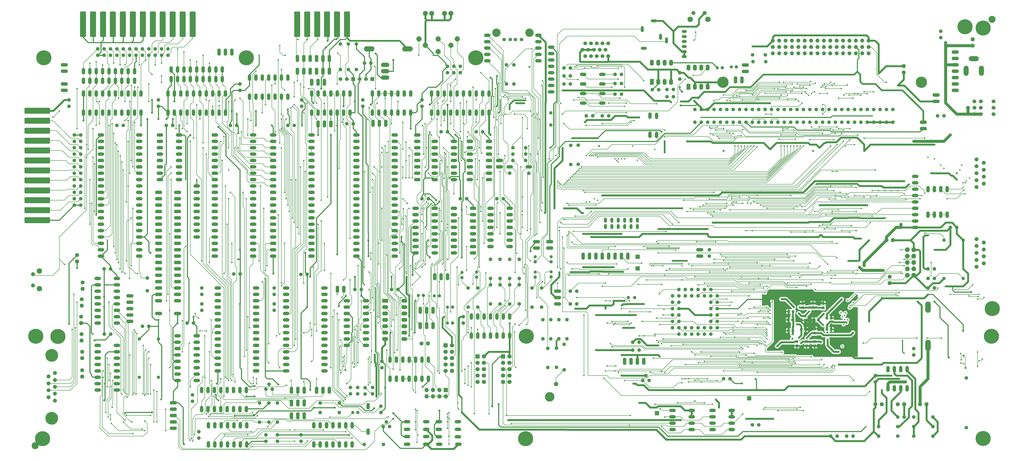
<source format=gbl>
G04 #@! TF.GenerationSoftware,KiCad,Pcbnew,8.0.3*
G04 #@! TF.CreationDate,2024-06-16T18:13:09+02:00*
G04 #@! TF.ProjectId,cbm_ultipet_v1,63626d5f-756c-4746-9970-65745f76312e,rev?*
G04 #@! TF.SameCoordinates,Original*
G04 #@! TF.FileFunction,Copper,L4,Bot*
G04 #@! TF.FilePolarity,Positive*
%FSLAX46Y46*%
G04 Gerber Fmt 4.6, Leading zero omitted, Abs format (unit mm)*
G04 Created by KiCad (PCBNEW 8.0.3) date 2024-06-16 18:13:09*
%MOMM*%
%LPD*%
G01*
G04 APERTURE LIST*
G04 Aperture macros list*
%AMRoundRect*
0 Rectangle with rounded corners*
0 $1 Rounding radius*
0 $2 $3 $4 $5 $6 $7 $8 $9 X,Y pos of 4 corners*
0 Add a 4 corners polygon primitive as box body*
4,1,4,$2,$3,$4,$5,$6,$7,$8,$9,$2,$3,0*
0 Add four circle primitives for the rounded corners*
1,1,$1+$1,$2,$3*
1,1,$1+$1,$4,$5*
1,1,$1+$1,$6,$7*
1,1,$1+$1,$8,$9*
0 Add four rect primitives between the rounded corners*
20,1,$1+$1,$2,$3,$4,$5,0*
20,1,$1+$1,$4,$5,$6,$7,0*
20,1,$1+$1,$6,$7,$8,$9,0*
20,1,$1+$1,$8,$9,$2,$3,0*%
%AMOutline5P*
0 Free polygon, 5 corners , with rotation*
0 The origin of the aperture is its center*
0 number of corners: always 5*
0 $1 to $10 corner X, Y*
0 $11 Rotation angle, in degrees counterclockwise*
0 create outline with 5 corners*
4,1,5,$1,$2,$3,$4,$5,$6,$7,$8,$9,$10,$1,$2,$11*%
%AMOutline6P*
0 Free polygon, 6 corners , with rotation*
0 The origin of the aperture is its center*
0 number of corners: always 6*
0 $1 to $12 corner X, Y*
0 $13 Rotation angle, in degrees counterclockwise*
0 create outline with 6 corners*
4,1,6,$1,$2,$3,$4,$5,$6,$7,$8,$9,$10,$11,$12,$1,$2,$13*%
%AMOutline7P*
0 Free polygon, 7 corners , with rotation*
0 The origin of the aperture is its center*
0 number of corners: always 7*
0 $1 to $14 corner X, Y*
0 $15 Rotation angle, in degrees counterclockwise*
0 create outline with 7 corners*
4,1,7,$1,$2,$3,$4,$5,$6,$7,$8,$9,$10,$11,$12,$13,$14,$1,$2,$15*%
%AMOutline8P*
0 Free polygon, 8 corners , with rotation*
0 The origin of the aperture is its center*
0 number of corners: always 8*
0 $1 to $16 corner X, Y*
0 $17 Rotation angle, in degrees counterclockwise*
0 create outline with 8 corners*
4,1,8,$1,$2,$3,$4,$5,$6,$7,$8,$9,$10,$11,$12,$13,$14,$15,$16,$1,$2,$17*%
G04 Aperture macros list end*
G04 #@! TA.AperFunction,ComponentPad*
%ADD10C,1.524000*%
G04 #@! TD*
G04 #@! TA.AperFunction,ComponentPad*
%ADD11O,2.641600X1.320800*%
G04 #@! TD*
G04 #@! TA.AperFunction,ComponentPad*
%ADD12C,6.000000*%
G04 #@! TD*
G04 #@! TA.AperFunction,ComponentPad*
%ADD13O,2.844800X1.422400*%
G04 #@! TD*
G04 #@! TA.AperFunction,ComponentPad*
%ADD14R,1.500000X1.500000*%
G04 #@! TD*
G04 #@! TA.AperFunction,ComponentPad*
%ADD15C,1.500000*%
G04 #@! TD*
G04 #@! TA.AperFunction,ComponentPad*
%ADD16O,1.320800X2.641600*%
G04 #@! TD*
G04 #@! TA.AperFunction,ComponentPad*
%ADD17Outline8P,-0.660400X0.273547X-0.273547X0.660400X0.273547X0.660400X0.660400X0.273547X0.660400X-0.273547X0.273547X-0.660400X-0.273547X-0.660400X-0.660400X-0.273547X270.000000*%
G04 #@! TD*
G04 #@! TA.AperFunction,ComponentPad*
%ADD18C,1.600200*%
G04 #@! TD*
G04 #@! TA.AperFunction,ComponentPad*
%ADD19Outline8P,-0.800100X0.331412X-0.331412X0.800100X0.331412X0.800100X0.800100X0.331412X0.800100X-0.331412X0.331412X-0.800100X-0.331412X-0.800100X-0.800100X-0.331412X90.000000*%
G04 #@! TD*
G04 #@! TA.AperFunction,ComponentPad*
%ADD20Outline8P,-0.660400X0.273547X-0.273547X0.660400X0.273547X0.660400X0.660400X0.273547X0.660400X-0.273547X0.273547X-0.660400X-0.273547X-0.660400X-0.660400X-0.273547X0.000000*%
G04 #@! TD*
G04 #@! TA.AperFunction,ComponentPad*
%ADD21Outline8P,-0.762000X0.315631X-0.315631X0.762000X0.315631X0.762000X0.762000X0.315631X0.762000X-0.315631X0.315631X-0.762000X-0.315631X-0.762000X-0.762000X-0.315631X90.000000*%
G04 #@! TD*
G04 #@! TA.AperFunction,ComponentPad*
%ADD22O,2.000000X1.200000*%
G04 #@! TD*
G04 #@! TA.AperFunction,ComponentPad*
%ADD23Outline8P,-0.660400X0.273547X-0.273547X0.660400X0.273547X0.660400X0.660400X0.273547X0.660400X-0.273547X0.273547X-0.660400X-0.273547X-0.660400X-0.660400X-0.273547X90.000000*%
G04 #@! TD*
G04 #@! TA.AperFunction,ComponentPad*
%ADD24Outline8P,-0.660400X0.273547X-0.273547X0.660400X0.273547X0.660400X0.660400X0.273547X0.660400X-0.273547X0.273547X-0.660400X-0.273547X-0.660400X-0.660400X-0.273547X180.000000*%
G04 #@! TD*
G04 #@! TA.AperFunction,ComponentPad*
%ADD25O,1.422400X2.844800*%
G04 #@! TD*
G04 #@! TA.AperFunction,ComponentPad*
%ADD26Outline8P,-0.762000X0.315631X-0.315631X0.762000X0.315631X0.762000X0.762000X0.315631X0.762000X-0.315631X0.315631X-0.762000X-0.315631X-0.762000X-0.762000X-0.315631X270.000000*%
G04 #@! TD*
G04 #@! TA.AperFunction,ComponentPad*
%ADD27C,2.159000*%
G04 #@! TD*
G04 #@! TA.AperFunction,ComponentPad*
%ADD28R,1.600000X2.400000*%
G04 #@! TD*
G04 #@! TA.AperFunction,ComponentPad*
%ADD29O,1.600000X2.400000*%
G04 #@! TD*
G04 #@! TA.AperFunction,ComponentPad*
%ADD30R,1.700000X1.700000*%
G04 #@! TD*
G04 #@! TA.AperFunction,ComponentPad*
%ADD31Outline8P,-0.800100X0.331412X-0.331412X0.800100X0.331412X0.800100X0.800100X0.331412X0.800100X-0.331412X0.331412X-0.800100X-0.331412X-0.800100X-0.800100X-0.331412X270.000000*%
G04 #@! TD*
G04 #@! TA.AperFunction,ComponentPad*
%ADD32RoundRect,0.250000X-0.600000X-0.600000X0.600000X-0.600000X0.600000X0.600000X-0.600000X0.600000X0*%
G04 #@! TD*
G04 #@! TA.AperFunction,ComponentPad*
%ADD33C,1.700000*%
G04 #@! TD*
G04 #@! TA.AperFunction,ComponentPad*
%ADD34C,1.270000*%
G04 #@! TD*
G04 #@! TA.AperFunction,ComponentPad*
%ADD35Outline8P,-0.635000X0.263026X-0.263026X0.635000X0.263026X0.635000X0.635000X0.263026X0.635000X-0.263026X0.263026X-0.635000X-0.263026X-0.635000X-0.635000X-0.263026X270.000000*%
G04 #@! TD*
G04 #@! TA.AperFunction,ComponentPad*
%ADD36Outline8P,-0.635000X0.263026X-0.263026X0.635000X0.263026X0.635000X0.635000X0.263026X0.635000X-0.263026X0.263026X-0.635000X-0.263026X-0.635000X-0.635000X-0.263026X0.000000*%
G04 #@! TD*
G04 #@! TA.AperFunction,ComponentPad*
%ADD37Outline8P,-0.800100X0.331412X-0.331412X0.800100X0.331412X0.800100X0.800100X0.331412X0.800100X-0.331412X0.331412X-0.800100X-0.331412X-0.800100X-0.800100X-0.331412X0.000000*%
G04 #@! TD*
G04 #@! TA.AperFunction,ComponentPad*
%ADD38C,1.320800*%
G04 #@! TD*
G04 #@! TA.AperFunction,SMDPad,CuDef*
%ADD39RoundRect,0.358140X0.835660X4.721860X-0.835660X4.721860X-0.835660X-4.721860X0.835660X-4.721860X0*%
G04 #@! TD*
G04 #@! TA.AperFunction,ComponentPad*
%ADD40O,1.700000X1.700000*%
G04 #@! TD*
G04 #@! TA.AperFunction,ComponentPad*
%ADD41C,5.080000*%
G04 #@! TD*
G04 #@! TA.AperFunction,ComponentPad*
%ADD42O,4.191000X2.095500*%
G04 #@! TD*
G04 #@! TA.AperFunction,ComponentPad*
%ADD43O,2.247900X4.495800*%
G04 #@! TD*
G04 #@! TA.AperFunction,SMDPad,CuDef*
%ADD44RoundRect,0.358140X-4.721860X0.835660X-4.721860X-0.835660X4.721860X-0.835660X4.721860X0.835660X0*%
G04 #@! TD*
G04 #@! TA.AperFunction,ComponentPad*
%ADD45Outline8P,-0.711200X0.294589X-0.294589X0.711200X0.294589X0.711200X0.711200X0.294589X0.711200X-0.294589X0.294589X-0.711200X-0.294589X-0.711200X-0.711200X-0.294589X270.000000*%
G04 #@! TD*
G04 #@! TA.AperFunction,ComponentPad*
%ADD46O,2.400000X1.200000*%
G04 #@! TD*
G04 #@! TA.AperFunction,ComponentPad*
%ADD47O,1.200000X2.400000*%
G04 #@! TD*
G04 #@! TA.AperFunction,ComponentPad*
%ADD48C,1.422400*%
G04 #@! TD*
G04 #@! TA.AperFunction,ComponentPad*
%ADD49C,3.327400*%
G04 #@! TD*
G04 #@! TA.AperFunction,ComponentPad*
%ADD50O,2.000000X4.000000*%
G04 #@! TD*
G04 #@! TA.AperFunction,ComponentPad*
%ADD51O,4.000000X2.000000*%
G04 #@! TD*
G04 #@! TA.AperFunction,ComponentPad*
%ADD52R,2.400000X1.600000*%
G04 #@! TD*
G04 #@! TA.AperFunction,ComponentPad*
%ADD53O,2.400000X1.600000*%
G04 #@! TD*
G04 #@! TA.AperFunction,ComponentPad*
%ADD54O,3.352800X1.676400*%
G04 #@! TD*
G04 #@! TA.AperFunction,ComponentPad*
%ADD55Outline8P,-0.711200X0.294589X-0.294589X0.711200X0.294589X0.711200X0.711200X0.294589X0.711200X-0.294589X0.294589X-0.711200X-0.294589X-0.711200X-0.711200X-0.294589X0.000000*%
G04 #@! TD*
G04 #@! TA.AperFunction,ComponentPad*
%ADD56Outline8P,-0.762000X0.315631X-0.315631X0.762000X0.315631X0.762000X0.762000X0.315631X0.762000X-0.315631X0.315631X-0.762000X-0.315631X-0.762000X-0.762000X-0.315631X180.000000*%
G04 #@! TD*
G04 #@! TA.AperFunction,ComponentPad*
%ADD57C,1.408000*%
G04 #@! TD*
G04 #@! TA.AperFunction,ComponentPad*
%ADD58C,1.397000*%
G04 #@! TD*
G04 #@! TA.AperFunction,ComponentPad*
%ADD59Outline8P,-0.698500X0.289328X-0.289328X0.698500X0.289328X0.698500X0.698500X0.289328X0.698500X-0.289328X0.289328X-0.698500X-0.289328X-0.698500X-0.698500X-0.289328X90.000000*%
G04 #@! TD*
G04 #@! TA.AperFunction,ComponentPad*
%ADD60Outline8P,-0.711200X0.294589X-0.294589X0.711200X0.294589X0.711200X0.711200X0.294589X0.711200X-0.294589X0.294589X-0.711200X-0.294589X-0.711200X-0.711200X-0.294589X180.000000*%
G04 #@! TD*
G04 #@! TA.AperFunction,ComponentPad*
%ADD61Outline8P,-0.990600X0.410320X-0.410320X0.990600X0.410320X0.990600X0.990600X0.410320X0.990600X-0.410320X0.410320X-0.990600X-0.410320X-0.990600X-0.990600X-0.410320X180.000000*%
G04 #@! TD*
G04 #@! TA.AperFunction,ComponentPad*
%ADD62C,1.981200*%
G04 #@! TD*
G04 #@! TA.AperFunction,ComponentPad*
%ADD63C,1.879600*%
G04 #@! TD*
G04 #@! TA.AperFunction,ComponentPad*
%ADD64C,1.778000*%
G04 #@! TD*
G04 #@! TA.AperFunction,ComponentPad*
%ADD65C,3.810000*%
G04 #@! TD*
G04 #@! TA.AperFunction,ComponentPad*
%ADD66O,1.200000X2.000000*%
G04 #@! TD*
G04 #@! TA.AperFunction,ComponentPad*
%ADD67Outline8P,-0.711200X0.294589X-0.294589X0.711200X0.294589X0.711200X0.711200X0.294589X0.711200X-0.294589X0.294589X-0.711200X-0.294589X-0.711200X-0.711200X-0.294589X90.000000*%
G04 #@! TD*
G04 #@! TA.AperFunction,SMDPad,CuDef*
%ADD68R,1.100000X1.000000*%
G04 #@! TD*
G04 #@! TA.AperFunction,SMDPad,CuDef*
%ADD69R,1.000000X1.100000*%
G04 #@! TD*
G04 #@! TA.AperFunction,ViaPad*
%ADD70C,2.800000*%
G04 #@! TD*
G04 #@! TA.AperFunction,ViaPad*
%ADD71C,0.600000*%
G04 #@! TD*
G04 #@! TA.AperFunction,ViaPad*
%ADD72C,0.800000*%
G04 #@! TD*
G04 #@! TA.AperFunction,ViaPad*
%ADD73C,4.500000*%
G04 #@! TD*
G04 #@! TA.AperFunction,Conductor*
%ADD74C,0.800000*%
G04 #@! TD*
G04 #@! TA.AperFunction,Conductor*
%ADD75C,0.400000*%
G04 #@! TD*
G04 #@! TA.AperFunction,Conductor*
%ADD76C,0.700000*%
G04 #@! TD*
G04 #@! TA.AperFunction,Conductor*
%ADD77C,0.200000*%
G04 #@! TD*
G04 #@! TA.AperFunction,Conductor*
%ADD78C,1.200000*%
G04 #@! TD*
G04 #@! TA.AperFunction,Conductor*
%ADD79C,1.000000*%
G04 #@! TD*
G04 APERTURE END LIST*
D10*
X396875000Y-84455000D03*
X396875000Y-81915000D03*
X396875000Y-79375000D03*
X394335000Y-84455000D03*
X391795000Y-81915000D03*
X394335000Y-81915000D03*
X394335000Y-79375000D03*
X401955000Y-79375000D03*
X401955000Y-84455000D03*
X401955000Y-81915000D03*
D11*
X179772652Y-95250000D03*
X179772652Y-97790000D03*
X179772652Y-100330000D03*
X179772652Y-102870000D03*
X179772652Y-105410000D03*
X179772652Y-107950000D03*
X179772652Y-110490000D03*
X187392652Y-110490000D03*
X187392652Y-107950000D03*
X187392652Y-105410000D03*
X187392652Y-102870000D03*
X187392652Y-100330000D03*
X187392652Y-97790000D03*
X187392652Y-95250000D03*
D12*
X196100000Y-62000000D03*
D13*
X69882208Y-163830000D03*
X69882208Y-158750000D03*
X69882208Y-156210000D03*
X69882208Y-153670000D03*
X69882208Y-151130000D03*
X69882208Y-148590000D03*
X69882208Y-146050000D03*
X69882208Y-143510000D03*
X69882208Y-140970000D03*
X69882208Y-138430000D03*
X69882208Y-135890000D03*
X69882208Y-133350000D03*
X69882208Y-130810000D03*
X69882208Y-128270000D03*
X69882208Y-125730000D03*
X69882208Y-123190000D03*
X69882208Y-120650000D03*
X69882208Y-118110000D03*
X69882208Y-115570000D03*
D14*
X147330000Y-70485000D03*
D15*
X144790000Y-70485000D03*
X142250000Y-70485000D03*
D16*
X359958100Y-193675000D03*
X362498100Y-193675000D03*
X365038100Y-193675000D03*
X367578100Y-193675000D03*
X367578100Y-186055000D03*
X365038100Y-186055000D03*
X362498100Y-186055000D03*
X359958100Y-186055000D03*
D17*
X112609083Y-212147653D03*
X112609083Y-214687653D03*
D12*
X29850000Y-173000000D03*
D18*
X393700000Y-57150000D03*
D19*
X393700000Y-54610000D03*
D17*
X225901303Y-166255804D03*
X225901303Y-173875804D03*
D13*
X32385000Y-74930000D03*
X32385000Y-72390000D03*
D17*
X231224246Y-176146831D03*
X231224246Y-186306831D03*
X213360000Y-152400000D03*
X213360000Y-160020000D03*
D11*
X92272410Y-92710000D03*
X92272410Y-95250000D03*
X92272410Y-97790000D03*
X92272410Y-100330000D03*
X92272410Y-102870000D03*
X92272410Y-105410000D03*
X92272410Y-107950000D03*
X92272410Y-110490000D03*
X92272410Y-113030000D03*
X92272410Y-115570000D03*
X92272410Y-118110000D03*
X92272410Y-120650000D03*
X92272410Y-123190000D03*
X92272410Y-125730000D03*
X92272410Y-128270000D03*
X92272410Y-130810000D03*
X92272410Y-133350000D03*
X92272410Y-135890000D03*
X92272410Y-138430000D03*
X92272410Y-140970000D03*
X107512410Y-140970000D03*
X107512410Y-138430000D03*
X107512410Y-135890000D03*
X107512410Y-133350000D03*
X107512410Y-130810000D03*
X107512410Y-128270000D03*
X107512410Y-125730000D03*
X107512410Y-123190000D03*
X107512410Y-120650000D03*
X107512410Y-118110000D03*
X107512410Y-115570000D03*
X107512410Y-113030000D03*
X107512410Y-110490000D03*
X107512410Y-107950000D03*
X107512410Y-105410000D03*
X107512410Y-102870000D03*
X107512410Y-100330000D03*
X107512410Y-97790000D03*
X107512410Y-95250000D03*
X107512410Y-92710000D03*
D20*
X258445000Y-178435000D03*
X260985000Y-178435000D03*
D21*
X395237500Y-145237200D03*
X395237500Y-142468600D03*
X395237500Y-139700000D03*
X395237500Y-136931400D03*
X395237500Y-134162800D03*
X398081100Y-143852900D03*
X398081100Y-141084300D03*
X398081100Y-138315700D03*
X398081100Y-135547100D03*
D20*
X370205000Y-212725000D03*
X377825000Y-212725000D03*
D11*
X193675000Y-95250000D03*
X193675000Y-97790000D03*
X193675000Y-100330000D03*
X193675000Y-102870000D03*
X193675000Y-105410000D03*
X193675000Y-107950000D03*
X193675000Y-110490000D03*
X201295000Y-110490000D03*
X201295000Y-107950000D03*
X201295000Y-105410000D03*
X201295000Y-102870000D03*
X201295000Y-100330000D03*
X201295000Y-97790000D03*
X201295000Y-95250000D03*
D22*
X278989828Y-55501408D03*
X278989828Y-57501408D03*
X278989828Y-59501408D03*
X278989828Y-53501408D03*
X278989828Y-51501408D03*
X278989828Y-61501408D03*
D13*
X220190344Y-137795000D03*
X220190344Y-135255000D03*
D12*
X397830000Y-213598652D03*
D16*
X74930000Y-66675000D03*
X77470000Y-66675000D03*
X80010000Y-66675000D03*
X82550000Y-66675000D03*
X85090000Y-66675000D03*
X87630000Y-66675000D03*
X90170000Y-66675000D03*
X92710000Y-66675000D03*
X95250000Y-66675000D03*
D20*
X375920000Y-146050000D03*
X378460000Y-146050000D03*
X343535000Y-212725000D03*
X346075000Y-212725000D03*
D23*
X208280000Y-72390000D03*
X208280000Y-64770000D03*
D24*
X274637500Y-74612500D03*
X272097500Y-74612500D03*
X207010000Y-118110000D03*
X204470000Y-118110000D03*
D25*
X179705000Y-149225000D03*
X182245000Y-149225000D03*
X184785000Y-149225000D03*
D23*
X174625000Y-81280000D03*
X174625000Y-78740000D03*
D26*
X19988218Y-148167670D03*
X19988218Y-152688870D03*
D27*
X22477418Y-146923070D03*
X22477418Y-153933470D03*
D24*
X268776492Y-74718690D03*
X266236492Y-74718690D03*
D17*
X87065852Y-160059803D03*
X87065852Y-162599803D03*
D11*
X172787652Y-92710000D03*
X172787652Y-95250000D03*
X172787652Y-97790000D03*
X172787652Y-100330000D03*
X172787652Y-102870000D03*
X172787652Y-105410000D03*
X172787652Y-107950000D03*
X172787652Y-110490000D03*
D13*
X374015000Y-87630000D03*
X374015000Y-90170000D03*
X379095000Y-79375000D03*
X379095000Y-76835000D03*
D28*
X280658363Y-73523214D03*
D29*
X283198363Y-73523214D03*
X285738363Y-73523214D03*
X288278363Y-73523214D03*
X288278363Y-65903214D03*
X285738363Y-65903214D03*
X283198363Y-65903214D03*
X280658363Y-65903214D03*
D16*
X375920000Y-124460000D03*
X375920000Y-114300000D03*
D21*
X395237500Y-113487200D03*
X395237500Y-110718600D03*
X395237500Y-107950000D03*
X395237500Y-105181400D03*
X395237500Y-102412800D03*
X398081100Y-112102900D03*
X398081100Y-109334300D03*
X398081100Y-106565700D03*
X398081100Y-103797100D03*
D17*
X209550000Y-142240000D03*
X209550000Y-149860000D03*
D23*
X354965000Y-191135000D03*
X354965000Y-188595000D03*
D16*
X153240040Y-200717653D03*
X153240040Y-210877653D03*
D20*
X215900000Y-97790000D03*
X210820000Y-97790000D03*
D23*
X102235000Y-74930000D03*
X102235000Y-72390000D03*
D30*
X304800121Y-197602658D03*
D24*
X184852652Y-91440000D03*
X182312652Y-91440000D03*
D20*
X134190040Y-203257653D03*
X141810040Y-203257653D03*
D12*
X216170000Y-172937116D03*
D11*
X176336657Y-212894531D03*
X168716657Y-212894531D03*
D18*
X39099517Y-165095696D03*
D31*
X39099517Y-167635696D03*
D17*
X117202781Y-199447653D03*
X117202781Y-207067653D03*
D23*
X149106247Y-195826416D03*
X149106247Y-193286416D03*
X211268152Y-72397100D03*
X211268152Y-64777100D03*
D32*
X206892500Y-180975000D03*
D33*
X209432500Y-180975000D03*
X206892500Y-183515000D03*
X209432500Y-183515000D03*
X206892500Y-186055000D03*
X209432500Y-186055000D03*
X206892500Y-188595000D03*
X209432500Y-188595000D03*
X206892500Y-191135000D03*
X209432500Y-191135000D03*
D12*
X23746110Y-213689571D03*
D11*
X290195000Y-202478100D03*
X290195000Y-205018100D03*
X290195000Y-207558100D03*
X290195000Y-210098100D03*
X297815000Y-210098100D03*
X297815000Y-207558100D03*
X297815000Y-205018100D03*
X297815000Y-202478100D03*
D18*
X37519751Y-140548568D03*
D31*
X37519751Y-143088568D03*
D24*
X75536943Y-88900000D03*
X72996943Y-88900000D03*
D23*
X146175847Y-195826416D03*
X146175847Y-193286416D03*
D20*
X246380000Y-85090000D03*
X248920000Y-85090000D03*
D13*
X228600000Y-160020000D03*
X228600000Y-157480000D03*
X228600000Y-154940000D03*
D11*
X238760000Y-68580000D03*
X246380000Y-68580000D03*
D34*
X226060000Y-147215769D03*
D35*
X226060000Y-149247769D03*
D16*
X60325000Y-71120000D03*
X57785000Y-71120000D03*
X55245000Y-71120000D03*
X52705000Y-71120000D03*
X50165000Y-71120000D03*
X47625000Y-71120000D03*
X45085000Y-71120000D03*
X42545000Y-71120000D03*
X40005000Y-71120000D03*
D24*
X387350000Y-129540000D03*
X384810000Y-129540000D03*
D34*
X173228000Y-156678740D03*
D36*
X175260000Y-156678740D03*
D18*
X359410000Y-134620000D03*
D37*
X361950000Y-134620000D03*
D17*
X232294691Y-166255804D03*
X232294691Y-173875804D03*
D11*
X93451899Y-153670000D03*
X93451899Y-156210000D03*
X93451899Y-158750000D03*
X93451899Y-161290000D03*
X93451899Y-163830000D03*
X93451899Y-166370000D03*
X93451899Y-168910000D03*
X93451899Y-171450000D03*
X93451899Y-173990000D03*
X93451899Y-176530000D03*
X93451899Y-179070000D03*
X93451899Y-181610000D03*
X93451899Y-184150000D03*
X93451899Y-186690000D03*
X108691899Y-186690000D03*
X108691899Y-184150000D03*
X108691899Y-181610000D03*
X108691899Y-179070000D03*
X108691899Y-176530000D03*
X108691899Y-173990000D03*
X108691899Y-171450000D03*
X108691899Y-168910000D03*
X108691899Y-166370000D03*
X108691899Y-163830000D03*
X108691899Y-161290000D03*
X108691899Y-158750000D03*
X108691899Y-156210000D03*
X108691899Y-153670000D03*
D38*
X62230000Y-173990000D03*
X62230000Y-189230000D03*
X69850000Y-189230000D03*
X69850000Y-173990000D03*
D30*
X268085438Y-203527695D03*
D20*
X81280000Y-167640000D03*
X83820000Y-167640000D03*
D23*
X222250000Y-161290000D03*
X222250000Y-153670000D03*
D11*
X217170000Y-105410000D03*
X209550000Y-105410000D03*
D23*
X236757617Y-104363142D03*
X236757617Y-96743142D03*
D17*
X145325872Y-56515000D03*
X145325872Y-66675000D03*
D25*
X130810000Y-71755000D03*
X133350000Y-71755000D03*
X135890000Y-71755000D03*
D18*
X360680000Y-149225000D03*
D31*
X360680000Y-151765000D03*
D12*
X401160000Y-172900000D03*
D23*
X218440000Y-161290000D03*
X218440000Y-153670000D03*
D11*
X370840000Y-129540000D03*
X370840000Y-127000000D03*
X370840000Y-124460000D03*
X370840000Y-121920000D03*
X370840000Y-119380000D03*
X370840000Y-116840000D03*
X370840000Y-114300000D03*
X370840000Y-111760000D03*
X370840000Y-109220000D03*
D24*
X339725000Y-212725000D03*
X337185000Y-212725000D03*
D17*
X110060040Y-199445726D03*
X110060040Y-207065726D03*
D20*
X294640000Y-189865000D03*
X297180000Y-189865000D03*
D16*
X265308840Y-92647149D03*
X265308840Y-85027149D03*
D25*
X122760040Y-194367653D03*
X125300040Y-194367653D03*
X127840040Y-194367653D03*
D39*
X144841565Y-48598750D03*
X140879165Y-48598750D03*
X136916765Y-48598750D03*
X132954365Y-48598750D03*
X128991965Y-48598750D03*
X125029565Y-48598750D03*
D17*
X288925000Y-138430000D03*
X288925000Y-140970000D03*
D23*
X117202781Y-214687653D03*
X117202781Y-212147653D03*
D12*
X390600000Y-49600000D03*
D18*
X174510135Y-175804802D03*
D37*
X177050135Y-175804802D03*
D16*
X40005000Y-83820000D03*
X42545000Y-83820000D03*
X45085000Y-83820000D03*
X47625000Y-83820000D03*
X50165000Y-83820000D03*
X52705000Y-83820000D03*
X55245000Y-83820000D03*
X57785000Y-83820000D03*
X60325000Y-83820000D03*
X62865000Y-83820000D03*
X62865000Y-76200000D03*
X60325000Y-76200000D03*
X57785000Y-76200000D03*
X55245000Y-76200000D03*
X52705000Y-76200000D03*
X50165000Y-76200000D03*
X47625000Y-76200000D03*
X45085000Y-76200000D03*
X42545000Y-76200000D03*
X40005000Y-76200000D03*
D20*
X240030000Y-85090000D03*
X242570000Y-85090000D03*
D38*
X256712105Y-157453622D03*
X259252105Y-157453622D03*
D23*
X126570040Y-214687653D03*
X126570040Y-212147653D03*
D20*
X258445000Y-175260000D03*
X260985000Y-175260000D03*
D23*
X113790320Y-207067653D03*
X113790320Y-199447653D03*
D34*
X179578000Y-156845000D03*
D36*
X181610000Y-156845000D03*
D17*
X115892572Y-160020000D03*
X115892572Y-162560000D03*
D11*
X45720000Y-149860000D03*
X45720000Y-152400000D03*
X45720000Y-154940000D03*
X45720000Y-157480000D03*
X45720000Y-160020000D03*
X45720000Y-162560000D03*
X45720000Y-165100000D03*
X45720000Y-167640000D03*
X53340000Y-167640000D03*
X53340000Y-165100000D03*
X53340000Y-162560000D03*
X53340000Y-160020000D03*
X53340000Y-157480000D03*
X53340000Y-154940000D03*
X53340000Y-152400000D03*
X53340000Y-149860000D03*
D20*
X161742307Y-208899413D03*
X160472307Y-206994413D03*
X159202307Y-208899413D03*
X126497527Y-148259756D03*
X129037527Y-148259756D03*
D13*
X386715000Y-59690000D03*
X386715000Y-62230000D03*
X386715000Y-64770000D03*
X386715000Y-67310000D03*
X386715000Y-69850000D03*
X386715000Y-72390000D03*
X386715000Y-74930000D03*
D16*
X130810000Y-83820000D03*
X133350000Y-83820000D03*
X135890000Y-83820000D03*
X138430000Y-83820000D03*
X140970000Y-83820000D03*
X143510000Y-83820000D03*
X146050000Y-83820000D03*
X146050000Y-76200000D03*
X143510000Y-76200000D03*
X140970000Y-76200000D03*
X138430000Y-76200000D03*
X135890000Y-76200000D03*
X133350000Y-76200000D03*
X130810000Y-76200000D03*
D25*
X137795000Y-62230000D03*
X135255000Y-62230000D03*
X132715000Y-62230000D03*
X130175000Y-62230000D03*
X127635000Y-62230000D03*
X125095000Y-62230000D03*
D24*
X382270000Y-85090000D03*
X379730000Y-85090000D03*
D30*
X184140000Y-194305000D03*
D40*
X184140000Y-196845000D03*
X181600000Y-194305000D03*
X181600000Y-196845000D03*
X179060000Y-194305000D03*
X179060000Y-196845000D03*
X176520000Y-194305000D03*
X176520000Y-196845000D03*
D16*
X378460000Y-124460000D03*
X378460000Y-114300000D03*
D11*
X188995036Y-206927267D03*
X181375036Y-206927267D03*
D17*
X205740000Y-142240000D03*
X205740000Y-149860000D03*
D12*
X24300000Y-62000000D03*
D17*
X201930000Y-152400000D03*
X201930000Y-160020000D03*
D13*
X303256782Y-64827815D03*
X303256782Y-67367815D03*
D20*
X98425000Y-88900000D03*
X100965000Y-88900000D03*
D23*
X233858072Y-104479124D03*
X233858072Y-96859124D03*
D17*
X222769691Y-166255804D03*
X222769691Y-173875804D03*
D25*
X122760040Y-199447653D03*
X125300040Y-199447653D03*
X127840040Y-199447653D03*
D18*
X354965000Y-200025000D03*
D37*
X357505000Y-200025000D03*
D20*
X144780000Y-88265000D03*
X147320000Y-88265000D03*
D11*
X176312491Y-215918477D03*
X168692491Y-215918477D03*
D26*
X28708672Y-187560753D03*
X28708672Y-190303953D03*
X28708672Y-193047153D03*
X28708672Y-195790353D03*
X28708672Y-198533553D03*
X26168672Y-188932353D03*
X26168672Y-191675553D03*
X26168672Y-194418753D03*
X26168672Y-197161953D03*
D41*
X27438672Y-180524953D03*
X27438672Y-205569353D03*
D21*
X314172600Y-55156100D03*
X316712600Y-55156100D03*
X319252600Y-55156100D03*
X321792600Y-55156100D03*
X324332600Y-55156100D03*
X326872600Y-55156100D03*
X329412600Y-55156100D03*
X331952600Y-55156100D03*
X334492600Y-55156100D03*
X337032600Y-55156100D03*
X339572600Y-55156100D03*
X342112600Y-55156100D03*
X344652600Y-55156100D03*
X347192600Y-55156100D03*
X349732600Y-55156100D03*
X352272600Y-55156100D03*
X314172600Y-57696100D03*
X316712600Y-57696100D03*
X319252600Y-57696100D03*
X321792600Y-57696100D03*
X324332600Y-57696100D03*
X326872600Y-57696100D03*
X329412600Y-57696100D03*
X331952600Y-57696100D03*
X334492600Y-57696100D03*
X337032600Y-57696100D03*
X339572600Y-57696100D03*
X342112600Y-57696100D03*
X344652600Y-57696100D03*
X347192600Y-57696100D03*
X349732600Y-57696100D03*
X352272600Y-57696100D03*
X314172600Y-60236100D03*
X316712600Y-60236100D03*
X319252600Y-60236100D03*
X321792600Y-60236100D03*
X324332600Y-60236100D03*
X326872600Y-60236100D03*
X329412600Y-60236100D03*
X331952600Y-60236100D03*
X334492600Y-60236100D03*
X337032600Y-60236100D03*
X339572600Y-60236100D03*
X342112600Y-60236100D03*
X344652600Y-60236100D03*
X347192600Y-60236100D03*
X349732600Y-60236100D03*
X352272600Y-60236100D03*
D20*
X189865000Y-118110000D03*
X192405000Y-118110000D03*
D23*
X277221100Y-70436501D03*
X277221100Y-67896501D03*
D20*
X233680000Y-154940000D03*
X236220000Y-154940000D03*
D25*
X155159369Y-88059269D03*
X157699369Y-88059269D03*
X160239369Y-88059269D03*
D42*
X168910000Y-58420000D03*
X153670000Y-58420000D03*
D11*
X226060000Y-57785000D03*
X226060000Y-60325000D03*
X226060000Y-62865000D03*
X226060000Y-65405000D03*
X226060000Y-67945000D03*
X226060000Y-70485000D03*
X226060000Y-73025000D03*
X226060000Y-75565000D03*
D25*
X243840000Y-140970000D03*
X256540000Y-140970000D03*
X246380000Y-140970000D03*
X248920000Y-140970000D03*
X254000000Y-140970000D03*
X241300000Y-140970000D03*
X251460000Y-140970000D03*
X238760000Y-140970000D03*
D17*
X209550000Y-152400000D03*
X209550000Y-160020000D03*
D16*
X267970000Y-92710000D03*
X267970000Y-85090000D03*
D13*
X205467975Y-102870000D03*
X205467975Y-105410000D03*
D11*
X148590000Y-92710000D03*
X148590000Y-95250000D03*
X148590000Y-97790000D03*
X148590000Y-100330000D03*
X148590000Y-102870000D03*
X148590000Y-105410000D03*
X148590000Y-107950000D03*
X148590000Y-110490000D03*
X148590000Y-113030000D03*
X148590000Y-115570000D03*
X148590000Y-118110000D03*
X148590000Y-120650000D03*
X148590000Y-123190000D03*
X148590000Y-125730000D03*
X148590000Y-128270000D03*
X148590000Y-130810000D03*
X148590000Y-133350000D03*
X148590000Y-135890000D03*
X148590000Y-138430000D03*
X148590000Y-140970000D03*
X163830000Y-140970000D03*
X163830000Y-138430000D03*
X163830000Y-135890000D03*
X163830000Y-133350000D03*
X163830000Y-130810000D03*
X163830000Y-128270000D03*
X163830000Y-125730000D03*
X163830000Y-123190000D03*
X163830000Y-120650000D03*
X163830000Y-118110000D03*
X163830000Y-115570000D03*
X163830000Y-113030000D03*
X163830000Y-110490000D03*
X163830000Y-107950000D03*
X163830000Y-105410000D03*
X163830000Y-102870000D03*
X163830000Y-100330000D03*
X163830000Y-97790000D03*
X163830000Y-95250000D03*
X163830000Y-92710000D03*
X120650000Y-153670000D03*
X120650000Y-156210000D03*
X120650000Y-158750000D03*
X120650000Y-161290000D03*
X120650000Y-163830000D03*
X120650000Y-166370000D03*
X120650000Y-168910000D03*
X120650000Y-171450000D03*
X120650000Y-173990000D03*
X120650000Y-176530000D03*
X120650000Y-179070000D03*
X120650000Y-181610000D03*
X120650000Y-184150000D03*
X120650000Y-186690000D03*
X135890000Y-186690000D03*
X135890000Y-184150000D03*
X135890000Y-181610000D03*
X135890000Y-179070000D03*
X135890000Y-176530000D03*
X135890000Y-173990000D03*
X135890000Y-171450000D03*
X135890000Y-168910000D03*
X135890000Y-166370000D03*
X135890000Y-163830000D03*
X135890000Y-161290000D03*
X135890000Y-158750000D03*
X135890000Y-156210000D03*
X135890000Y-153670000D03*
X189087674Y-215891661D03*
X181467674Y-215891661D03*
D43*
X375920000Y-161290000D03*
X375920000Y-176530000D03*
D16*
X381000000Y-124460000D03*
X381000000Y-114300000D03*
D20*
X162560000Y-154305000D03*
X165100000Y-154305000D03*
X356235000Y-212725000D03*
X363855000Y-212725000D03*
D44*
X21620877Y-83081015D03*
X21620877Y-87043415D03*
X21620877Y-91005815D03*
X21620877Y-94968215D03*
X21620877Y-98930615D03*
X21620877Y-102893015D03*
X21620877Y-106855415D03*
X21620877Y-110817815D03*
X21620877Y-114780215D03*
X21620877Y-118742615D03*
X21620877Y-122705015D03*
X21620877Y-126667415D03*
D45*
X36379712Y-92710000D03*
X36379712Y-95250000D03*
X36379712Y-97790000D03*
X36379712Y-100330000D03*
X36379712Y-102870000D03*
X36379712Y-105410000D03*
X36379712Y-107950000D03*
X36379712Y-110490000D03*
X36379712Y-113030000D03*
X36379712Y-115570000D03*
X36379712Y-118110000D03*
X36379712Y-120650000D03*
X38919712Y-92710000D03*
X38919712Y-95250000D03*
X38919712Y-97790000D03*
X38919712Y-100330000D03*
X38919712Y-102870000D03*
X38919712Y-105410000D03*
X38919712Y-107950000D03*
X38919712Y-110490000D03*
X38919712Y-113030000D03*
X38919712Y-115570000D03*
X38919712Y-118110000D03*
X38919712Y-120650000D03*
D23*
X126792567Y-81280000D03*
X126792567Y-78740000D03*
D18*
X39676119Y-151477386D03*
D31*
X39676119Y-154017386D03*
D16*
X131650040Y-215957653D03*
X134190040Y-215957653D03*
X136730040Y-215957653D03*
X139270040Y-215957653D03*
X141810040Y-215957653D03*
X144350040Y-215957653D03*
X146890040Y-215957653D03*
X146890040Y-208337653D03*
X144350040Y-208337653D03*
X141810040Y-208337653D03*
X139270040Y-208337653D03*
X136730040Y-208337653D03*
X134190040Y-208337653D03*
X131650040Y-208337653D03*
D46*
X266873516Y-47211919D03*
D47*
X262323516Y-50511919D03*
X271923516Y-55011919D03*
D46*
X262873516Y-58211919D03*
D47*
X269523516Y-53611919D03*
D25*
X122760040Y-204527653D03*
X125300040Y-204527653D03*
X127840040Y-204527653D03*
D48*
X209816700Y-54678542D03*
X211823300Y-54678542D03*
X207327500Y-54678542D03*
D49*
X217385900Y-51960742D03*
X204254100Y-51960742D03*
D48*
X214312500Y-54678542D03*
D20*
X215900000Y-100330000D03*
X210820000Y-100330000D03*
X233680000Y-160020000D03*
X236220000Y-160020000D03*
D25*
X299369137Y-70796151D03*
X301909137Y-70796151D03*
D17*
X191068470Y-165100000D03*
X191068470Y-167640000D03*
D11*
X176336657Y-206968749D03*
X168716657Y-206968749D03*
D23*
X196850000Y-161290000D03*
X196850000Y-153670000D03*
D24*
X377825000Y-208915000D03*
X370205000Y-208915000D03*
D11*
X172126052Y-121920000D03*
X172126052Y-124460000D03*
X172126052Y-127000000D03*
X172126052Y-129540000D03*
X172126052Y-132080000D03*
X172126052Y-134620000D03*
X172126052Y-137160000D03*
X172126052Y-139700000D03*
X179746052Y-139700000D03*
X179746052Y-137160000D03*
X179746052Y-134620000D03*
X179746052Y-132080000D03*
X179746052Y-129540000D03*
X179746052Y-127000000D03*
X179746052Y-124460000D03*
X179746052Y-121920000D03*
D50*
X391049263Y-67105354D03*
D51*
X394149263Y-62305354D03*
D50*
X397149263Y-67105354D03*
D34*
X184851570Y-167640000D03*
D36*
X186883570Y-167640000D03*
D23*
X154967047Y-195826416D03*
X154967047Y-193286416D03*
D34*
X297699125Y-65633338D03*
D36*
X299731125Y-65633338D03*
D25*
X137795000Y-67310000D03*
X135255000Y-67310000D03*
X132715000Y-67310000D03*
X130175000Y-67310000D03*
X127635000Y-67310000D03*
X125095000Y-67310000D03*
D20*
X215900000Y-102870000D03*
X210820000Y-102870000D03*
X99834428Y-148108142D03*
X102374428Y-148108142D03*
X306266591Y-63525562D03*
X311346591Y-63525562D03*
D11*
X201930776Y-121920000D03*
X201930776Y-124460000D03*
X201930776Y-127000000D03*
X201930776Y-129540000D03*
X201930776Y-132080000D03*
X201930776Y-134620000D03*
X201930776Y-137160000D03*
X209550776Y-137160000D03*
X209550776Y-134620000D03*
X209550776Y-132080000D03*
X209550776Y-129540000D03*
X209550776Y-127000000D03*
X209550776Y-124460000D03*
X209550776Y-121920000D03*
D30*
X260447962Y-145887013D03*
D25*
X133350000Y-88295398D03*
X135890000Y-88295398D03*
X138430000Y-88295398D03*
D12*
X104800000Y-62000000D03*
D17*
X381000000Y-51435000D03*
X381000000Y-53975000D03*
D34*
X226060000Y-141224000D03*
D35*
X226060000Y-143256000D03*
D17*
X85930040Y-210877653D03*
X85930040Y-213417653D03*
D20*
X375920000Y-149860000D03*
X378460000Y-149860000D03*
D18*
X39526127Y-186429533D03*
D31*
X39526127Y-188969533D03*
D24*
X217170000Y-107950000D03*
X209550000Y-107950000D03*
D20*
X231140000Y-69215000D03*
X233680000Y-69215000D03*
D23*
X69850000Y-81280000D03*
X69850000Y-78740000D03*
D11*
X176336657Y-209987543D03*
X168716657Y-209987543D03*
D17*
X229119691Y-166255804D03*
X229119691Y-173875804D03*
D16*
X86995000Y-201930000D03*
X89535000Y-201930000D03*
X92075000Y-201930000D03*
X94615000Y-201930000D03*
X97155000Y-201930000D03*
X99695000Y-201930000D03*
X102235000Y-201930000D03*
X104775000Y-201930000D03*
X104775000Y-194310000D03*
X102235000Y-194310000D03*
X99695000Y-194310000D03*
X97155000Y-194310000D03*
X94615000Y-194310000D03*
X92075000Y-194310000D03*
X89535000Y-194310000D03*
X86995000Y-194310000D03*
D20*
X48322187Y-172085000D03*
X50862187Y-172085000D03*
D17*
X224715629Y-177718680D03*
X224715629Y-185338680D03*
D25*
X255270000Y-182880000D03*
X257810000Y-182880000D03*
X260350000Y-182880000D03*
X262890000Y-182880000D03*
D20*
X251460000Y-76452106D03*
X254000000Y-76452106D03*
D52*
X160005000Y-158745000D03*
D53*
X160005000Y-161285000D03*
X160005000Y-163825000D03*
X160005000Y-166365000D03*
X160005000Y-168905000D03*
X160005000Y-171445000D03*
X160005000Y-173985000D03*
X167625000Y-173985000D03*
X167625000Y-171445000D03*
X167625000Y-168905000D03*
X167625000Y-166365000D03*
X167625000Y-163825000D03*
X167625000Y-161285000D03*
X167625000Y-158745000D03*
D23*
X193040000Y-161290000D03*
X193040000Y-153670000D03*
D10*
X239627181Y-61263188D03*
X241913181Y-61263188D03*
X244199181Y-61263188D03*
X246485181Y-61263188D03*
X248771181Y-61263188D03*
X238484181Y-58723188D03*
X240770181Y-58723188D03*
X243056181Y-58723188D03*
X245342181Y-58723188D03*
X247628181Y-58723188D03*
X239627181Y-56183188D03*
X241913181Y-56183188D03*
X244199181Y-56183188D03*
X246485181Y-56183188D03*
X248771181Y-56183188D03*
D24*
X159337349Y-215957653D03*
X151717349Y-215957653D03*
D23*
X148590000Y-66675000D03*
X148590000Y-56515000D03*
D20*
X306169940Y-60819321D03*
X311249940Y-60819321D03*
D13*
X58468800Y-156845000D03*
X58468800Y-159385000D03*
X58468800Y-161925000D03*
X58468800Y-164465000D03*
X58468800Y-167005000D03*
D11*
X238760000Y-72390000D03*
X246380000Y-72390000D03*
D20*
X231140000Y-72390000D03*
X233680000Y-72390000D03*
D12*
X397800000Y-50150000D03*
D24*
X177165000Y-118110000D03*
X174625000Y-118110000D03*
D23*
X152045294Y-195918819D03*
X152045294Y-193378819D03*
D20*
X231140000Y-66040000D03*
X233680000Y-66040000D03*
D16*
X106045000Y-77470000D03*
X108585000Y-77470000D03*
X111125000Y-77470000D03*
X113665000Y-77470000D03*
X116205000Y-77470000D03*
X118745000Y-77470000D03*
X121285000Y-77470000D03*
X121285000Y-69850000D03*
X118745000Y-69850000D03*
X116205000Y-69850000D03*
X113665000Y-69850000D03*
X111125000Y-69850000D03*
X108585000Y-69850000D03*
X106045000Y-69850000D03*
X74930000Y-70485000D03*
X77470000Y-70485000D03*
X80010000Y-70485000D03*
X82550000Y-70485000D03*
X85090000Y-70485000D03*
X87630000Y-70485000D03*
X90170000Y-70485000D03*
X92710000Y-70485000D03*
X95250000Y-70485000D03*
X161925000Y-189865000D03*
X164465000Y-189865000D03*
X167005000Y-189865000D03*
X169545000Y-189865000D03*
X172085000Y-189865000D03*
X174625000Y-189865000D03*
X177165000Y-189865000D03*
X177165000Y-182245000D03*
X174625000Y-182245000D03*
X172085000Y-182245000D03*
X169545000Y-182245000D03*
X167005000Y-182245000D03*
X164465000Y-182245000D03*
X161925000Y-182245000D03*
D12*
X21060000Y-172900000D03*
D20*
X151765000Y-64135000D03*
X154305000Y-64135000D03*
D39*
X83442950Y-48596750D03*
X79480550Y-48596750D03*
X75518150Y-48596750D03*
X71555750Y-48596750D03*
X67593350Y-48596750D03*
X63630950Y-48596750D03*
X59668550Y-48596750D03*
X55706150Y-48596750D03*
X51743750Y-48596750D03*
X47781350Y-48596750D03*
X43818950Y-48596750D03*
X39856550Y-48596750D03*
D11*
X200660000Y-52976986D03*
X200660000Y-55516986D03*
X200660000Y-58056986D03*
X200660000Y-60596986D03*
X200660000Y-63136986D03*
X220980000Y-63136986D03*
X220980000Y-60596986D03*
X220980000Y-58056986D03*
X220980000Y-55516986D03*
X220980000Y-52976986D03*
D13*
X285115000Y-140970000D03*
X285115000Y-138430000D03*
D17*
X83390040Y-196272653D03*
X83390040Y-198812653D03*
D25*
X99060000Y-59690000D03*
X96520000Y-59690000D03*
X93980000Y-59690000D03*
D16*
X178435000Y-83820000D03*
X180975000Y-83820000D03*
X183515000Y-83820000D03*
X186055000Y-83820000D03*
X188595000Y-83820000D03*
X191135000Y-83820000D03*
X193675000Y-83820000D03*
X196215000Y-83820000D03*
X198755000Y-83820000D03*
X201295000Y-83820000D03*
X201295000Y-76200000D03*
X198755000Y-76200000D03*
X196215000Y-76200000D03*
X193675000Y-76200000D03*
X191135000Y-76200000D03*
X188595000Y-76200000D03*
X186055000Y-76200000D03*
X183515000Y-76200000D03*
X180975000Y-76200000D03*
X178435000Y-76200000D03*
D12*
X401450000Y-161900000D03*
D14*
X154950000Y-70485000D03*
D15*
X152410000Y-70485000D03*
X149870000Y-70485000D03*
D20*
X115136394Y-193953942D03*
X113866394Y-192048942D03*
X112596394Y-193953942D03*
D25*
X173990000Y-168695027D03*
X176530000Y-168695027D03*
X179070000Y-168695027D03*
D20*
X251460000Y-68580000D03*
X254000000Y-68580000D03*
X147955000Y-154305000D03*
X150495000Y-154305000D03*
D18*
X363855000Y-200025000D03*
D37*
X366395000Y-200025000D03*
D18*
X39241931Y-172077641D03*
D31*
X39241931Y-174617641D03*
D13*
X32385000Y-67310000D03*
X32385000Y-64770000D03*
D23*
X34290000Y-81280000D03*
X34290000Y-78740000D03*
D16*
X154940000Y-83820000D03*
X157480000Y-83820000D03*
X160020000Y-83820000D03*
X162560000Y-83820000D03*
X165100000Y-83820000D03*
X167640000Y-83820000D03*
X170180000Y-83820000D03*
X170180000Y-76200000D03*
X167640000Y-76200000D03*
X165100000Y-76200000D03*
X162560000Y-76200000D03*
X160020000Y-76200000D03*
X157480000Y-76200000D03*
X154940000Y-76200000D03*
D32*
X196732500Y-180975000D03*
D33*
X199272500Y-180975000D03*
X196732500Y-183515000D03*
X199272500Y-183515000D03*
X196732500Y-186055000D03*
X199272500Y-186055000D03*
X196732500Y-188595000D03*
X199272500Y-188595000D03*
X196732500Y-191135000D03*
X199272500Y-191135000D03*
D23*
X370205000Y-180340000D03*
X370205000Y-177800000D03*
D11*
X85090000Y-113030000D03*
X85090000Y-115570000D03*
X85090000Y-118110000D03*
X85090000Y-120650000D03*
X85090000Y-123190000D03*
X85090000Y-125730000D03*
X85090000Y-128270000D03*
X85090000Y-130810000D03*
X85090000Y-133350000D03*
D20*
X134190040Y-199447653D03*
X141810040Y-199447653D03*
X363855000Y-205105000D03*
X366395000Y-205105000D03*
D18*
X372745000Y-200025000D03*
D37*
X375285000Y-200025000D03*
D17*
X115892572Y-153670000D03*
X115892572Y-156210000D03*
X205740000Y-152400000D03*
X205740000Y-160020000D03*
X87065852Y-153709803D03*
X87065852Y-156249803D03*
D20*
X306070000Y-208242904D03*
X308610000Y-208242904D03*
D24*
X50800000Y-146050000D03*
X48260000Y-146050000D03*
D11*
X274320000Y-202478100D03*
X274320000Y-205018100D03*
X274320000Y-207558100D03*
X274320000Y-210098100D03*
X281940000Y-210098100D03*
X281940000Y-207558100D03*
X281940000Y-205018100D03*
X281940000Y-202478100D03*
D16*
X194310000Y-172681617D03*
X196850000Y-172681617D03*
X199390000Y-172681617D03*
X201930000Y-172681617D03*
X204470000Y-172681617D03*
X207010000Y-172681617D03*
X209550000Y-172681617D03*
X209550000Y-165061617D03*
X207010000Y-165061617D03*
X204470000Y-165061617D03*
X201930000Y-165061617D03*
X199390000Y-165061617D03*
X196850000Y-165061617D03*
X194310000Y-165061617D03*
D30*
X260447962Y-141263429D03*
D16*
X60325000Y-67310000D03*
X57785000Y-67310000D03*
X55245000Y-67310000D03*
X52705000Y-67310000D03*
X50165000Y-67310000D03*
X47625000Y-67310000D03*
X45085000Y-67310000D03*
X42545000Y-67310000D03*
X40005000Y-67310000D03*
D11*
X144780000Y-158750000D03*
X144780000Y-161290000D03*
X144780000Y-163830000D03*
X144780000Y-166370000D03*
X144780000Y-168910000D03*
X144780000Y-171450000D03*
X144780000Y-173990000D03*
X144780000Y-176530000D03*
X152400000Y-176530000D03*
X152400000Y-173990000D03*
X152400000Y-171450000D03*
X152400000Y-168910000D03*
X152400000Y-166370000D03*
X152400000Y-163830000D03*
X152400000Y-161290000D03*
X152400000Y-158750000D03*
D34*
X292105800Y-65963577D03*
D36*
X294137800Y-65963577D03*
D24*
X198772723Y-91440000D03*
X196232723Y-91440000D03*
X274637500Y-77470000D03*
X272097500Y-77470000D03*
D34*
X147127443Y-203257653D03*
D36*
X149159443Y-203257653D03*
D24*
X66040000Y-168910000D03*
X63500000Y-168910000D03*
D25*
X132756883Y-194367653D03*
X135296883Y-194367653D03*
X137836883Y-194367653D03*
D54*
X160020000Y-64770000D03*
X160020000Y-67310000D03*
X160020000Y-69850000D03*
D38*
X225868801Y-83947000D03*
X225868801Y-88773000D03*
D23*
X151130000Y-81280000D03*
X151130000Y-78740000D03*
D11*
X238760000Y-76200000D03*
X246380000Y-76200000D03*
D34*
X184851570Y-161290000D03*
D36*
X186883570Y-161290000D03*
D11*
X187325000Y-121920000D03*
X187325000Y-124460000D03*
X187325000Y-127000000D03*
X187325000Y-129540000D03*
X187325000Y-132080000D03*
X187325000Y-134620000D03*
X187325000Y-137160000D03*
X187325000Y-139700000D03*
X194945000Y-139700000D03*
X194945000Y-137160000D03*
X194945000Y-134620000D03*
X194945000Y-132080000D03*
X194945000Y-129540000D03*
X194945000Y-127000000D03*
X194945000Y-124460000D03*
X194945000Y-121920000D03*
D18*
X39526127Y-179040440D03*
D31*
X39526127Y-181580440D03*
D18*
X366290418Y-67809376D03*
D19*
X366290418Y-65269376D03*
D17*
X158320040Y-200717653D03*
X158320040Y-203257653D03*
D20*
X262455754Y-190500000D03*
X263725754Y-188595000D03*
X264995754Y-190500000D03*
D55*
X184785000Y-67945000D03*
X184785000Y-65405000D03*
X187325000Y-67945000D03*
X187325000Y-65405000D03*
X189865000Y-67945000D03*
X189865000Y-65405000D03*
D56*
X287128755Y-44149401D03*
X282607555Y-44149401D03*
D27*
X288373355Y-46638601D03*
X281362955Y-46638601D03*
D57*
X391160000Y-189490000D03*
X391160000Y-209290000D03*
D58*
X276860000Y-161925000D03*
D59*
X274320000Y-164465000D03*
X276860000Y-164465000D03*
X274320000Y-167005000D03*
X276860000Y-167005000D03*
X274320000Y-169545000D03*
X276860000Y-172085000D03*
X276860000Y-169545000D03*
X279400000Y-172085000D03*
X279400000Y-169545000D03*
X281940000Y-172085000D03*
X281940000Y-169545000D03*
X284480000Y-172085000D03*
X284480000Y-169545000D03*
X287020000Y-172085000D03*
X287020000Y-169545000D03*
X289560000Y-172085000D03*
X292100000Y-169545000D03*
X289560000Y-169545000D03*
X292100000Y-167005000D03*
X289560000Y-167005000D03*
X292100000Y-164465000D03*
X289560000Y-164465000D03*
X292100000Y-161925000D03*
X289560000Y-161925000D03*
X292100000Y-159385000D03*
X289560000Y-159385000D03*
X292100000Y-156845000D03*
X289560000Y-154305000D03*
X289560000Y-156845000D03*
X287020000Y-154305000D03*
X287020000Y-156845000D03*
X284480000Y-154305000D03*
X284480000Y-156845000D03*
X281940000Y-154305000D03*
X281940000Y-156845000D03*
X279400000Y-154305000D03*
X279400000Y-156845000D03*
X276860000Y-154305000D03*
X274320000Y-156845000D03*
X276860000Y-156845000D03*
X274320000Y-159385000D03*
X276860000Y-159385000D03*
X274320000Y-161925000D03*
D16*
X89740040Y-215957653D03*
X92280040Y-215957653D03*
X94820040Y-215957653D03*
X97360040Y-215957653D03*
X99900040Y-215957653D03*
X102440040Y-215957653D03*
X104980040Y-215957653D03*
X104980040Y-208337653D03*
X102440040Y-208337653D03*
X99900040Y-208337653D03*
X97360040Y-208337653D03*
X94820040Y-208337653D03*
X92280040Y-208337653D03*
X89740040Y-208337653D03*
D13*
X75732991Y-199390000D03*
X75732991Y-201930000D03*
X75732991Y-204470000D03*
X75732991Y-207010000D03*
X75732991Y-209550000D03*
D17*
X65405000Y-154759532D03*
X65405000Y-149679532D03*
D60*
X73660000Y-58420000D03*
X71120000Y-58420000D03*
X68580000Y-58420000D03*
X66040000Y-58420000D03*
X63500000Y-58420000D03*
X60960000Y-58420000D03*
X58420000Y-58420000D03*
X55880000Y-58420000D03*
X53340000Y-58420000D03*
X50800000Y-58420000D03*
X48260000Y-58420000D03*
X45720000Y-58420000D03*
X73660000Y-60960000D03*
X71120000Y-60960000D03*
X68580000Y-60960000D03*
X66040000Y-60960000D03*
X63500000Y-60960000D03*
X60960000Y-60960000D03*
X58420000Y-60960000D03*
X55880000Y-60960000D03*
X53340000Y-60960000D03*
X50800000Y-60960000D03*
X48260000Y-60960000D03*
X45720000Y-60960000D03*
D16*
X383540000Y-124460000D03*
X383540000Y-114300000D03*
D13*
X77470000Y-163830000D03*
X77470000Y-158750000D03*
X77470000Y-156210000D03*
X77470000Y-153670000D03*
X77470000Y-151130000D03*
X77470000Y-148590000D03*
X77470000Y-146050000D03*
X77470000Y-143510000D03*
X77470000Y-140970000D03*
X77470000Y-138430000D03*
X77470000Y-135890000D03*
X77470000Y-133350000D03*
X77470000Y-130810000D03*
X77470000Y-128270000D03*
X77470000Y-125730000D03*
X77470000Y-123190000D03*
X77470000Y-120650000D03*
X77470000Y-118110000D03*
X77470000Y-115570000D03*
D23*
X228171073Y-185262992D03*
X228171073Y-177642992D03*
D61*
X173452310Y-54479820D03*
X175992310Y-57019820D03*
X181072310Y-54479820D03*
X186152310Y-57019820D03*
X188692310Y-54479820D03*
X181072310Y-59559820D03*
D62*
X183612310Y-44319820D03*
X178532310Y-44319820D03*
X186152310Y-44319820D03*
X175992310Y-44319820D03*
D13*
X225425000Y-137795000D03*
X225425000Y-135255000D03*
D11*
X238760000Y-80010000D03*
X246380000Y-80010000D03*
X70440160Y-92710000D03*
X70440160Y-95250000D03*
X70440160Y-97790000D03*
X70440160Y-100330000D03*
X70440160Y-102870000D03*
X70440160Y-105410000D03*
X70440160Y-107950000D03*
X70440160Y-110490000D03*
X78060160Y-110490000D03*
X78060160Y-107950000D03*
X78060160Y-105410000D03*
X78060160Y-102870000D03*
X78060160Y-100330000D03*
X78060160Y-97790000D03*
X78060160Y-95250000D03*
X78060160Y-92710000D03*
D20*
X251460000Y-72197301D03*
X254000000Y-72197301D03*
D34*
X219710000Y-141231120D03*
D35*
X219710000Y-143263120D03*
D28*
X266078429Y-71515729D03*
D29*
X268618429Y-71515729D03*
X271158429Y-71515729D03*
X273698429Y-71515729D03*
X273698429Y-63895729D03*
X271158429Y-63895729D03*
X268618429Y-63895729D03*
X266078429Y-63895729D03*
D12*
X215900000Y-213700000D03*
D20*
X356235000Y-208915000D03*
X363855000Y-208915000D03*
D11*
X188995036Y-209946061D03*
X181375036Y-209946061D03*
D24*
X377825000Y-205105000D03*
X370205000Y-205105000D03*
D20*
X53340000Y-88900000D03*
X55880000Y-88900000D03*
D16*
X73660000Y-83820000D03*
X76200000Y-83820000D03*
X78740000Y-83820000D03*
X81280000Y-83820000D03*
X83820000Y-83820000D03*
X86360000Y-83820000D03*
X88900000Y-83820000D03*
X91440000Y-83820000D03*
X93980000Y-83820000D03*
X96520000Y-83820000D03*
X96520000Y-76200000D03*
X93980000Y-76200000D03*
X91440000Y-76200000D03*
X88900000Y-76200000D03*
X86360000Y-76200000D03*
X83820000Y-76200000D03*
X81280000Y-76200000D03*
X78740000Y-76200000D03*
X76200000Y-76200000D03*
X73660000Y-76200000D03*
D17*
X201930000Y-142240000D03*
X201930000Y-149860000D03*
D11*
X45720000Y-176530000D03*
X45720000Y-179070000D03*
X45720000Y-181610000D03*
X45720000Y-184150000D03*
X45720000Y-186690000D03*
X45720000Y-189230000D03*
X45720000Y-191770000D03*
X45720000Y-194310000D03*
X53340000Y-194310000D03*
X53340000Y-191770000D03*
X53340000Y-189230000D03*
X53340000Y-186690000D03*
X53340000Y-184150000D03*
X53340000Y-181610000D03*
X53340000Y-179070000D03*
X53340000Y-176530000D03*
X46990000Y-92710000D03*
X46990000Y-95250000D03*
X46990000Y-97790000D03*
X46990000Y-100330000D03*
X46990000Y-102870000D03*
X46990000Y-105410000D03*
X46990000Y-107950000D03*
X46990000Y-110490000D03*
X46990000Y-113030000D03*
X46990000Y-115570000D03*
X46990000Y-118110000D03*
X46990000Y-120650000D03*
X46990000Y-123190000D03*
X46990000Y-125730000D03*
X46990000Y-128270000D03*
X46990000Y-130810000D03*
X46990000Y-133350000D03*
X46990000Y-135890000D03*
X46990000Y-138430000D03*
X46990000Y-140970000D03*
X62230000Y-140970000D03*
X62230000Y-138430000D03*
X62230000Y-135890000D03*
X62230000Y-133350000D03*
X62230000Y-130810000D03*
X62230000Y-128270000D03*
X62230000Y-125730000D03*
X62230000Y-123190000D03*
X62230000Y-120650000D03*
X62230000Y-118110000D03*
X62230000Y-115570000D03*
X62230000Y-113030000D03*
X62230000Y-110490000D03*
X62230000Y-107950000D03*
X62230000Y-105410000D03*
X62230000Y-102870000D03*
X62230000Y-100330000D03*
X62230000Y-97790000D03*
X62230000Y-95250000D03*
X62230000Y-92710000D03*
D38*
X382270000Y-134620000D03*
X382270000Y-149860000D03*
X389890000Y-149860000D03*
X389890000Y-134620000D03*
D17*
X213360000Y-142240000D03*
X213360000Y-149860000D03*
D11*
X188995036Y-212964856D03*
X181375036Y-212964856D03*
D63*
X367665000Y-138430000D03*
X370205000Y-138430000D03*
X367665000Y-140970000D03*
X370205000Y-140970000D03*
X367665000Y-143510000D03*
X370205000Y-143510000D03*
X367665000Y-146050000D03*
X370205000Y-146050000D03*
X367665000Y-148590000D03*
X370205000Y-148590000D03*
D32*
X184032500Y-176530000D03*
D33*
X186572500Y-176530000D03*
X184032500Y-179070000D03*
X186572500Y-179070000D03*
X184032500Y-181610000D03*
X186572500Y-181610000D03*
X184032500Y-184150000D03*
X186572500Y-184150000D03*
X184032500Y-186690000D03*
X186572500Y-186690000D03*
D34*
X196413885Y-147362169D03*
D35*
X196413885Y-149394169D03*
D34*
X190580617Y-147517645D03*
D35*
X190580617Y-149549645D03*
D23*
X142240000Y-66675000D03*
X142240000Y-56515000D03*
D64*
X228021143Y-191930759D03*
D65*
X225481143Y-197010759D03*
D18*
X39384029Y-158152042D03*
D31*
X39384029Y-160692042D03*
D34*
X219655810Y-147320000D03*
D35*
X219655810Y-149352000D03*
D20*
X121285000Y-88900000D03*
X123825000Y-88900000D03*
D66*
X247650000Y-129222500D03*
X250190000Y-129222500D03*
X252730000Y-129222500D03*
X255270000Y-129222500D03*
X257810000Y-129222500D03*
X260350000Y-129222500D03*
X247650000Y-126682500D03*
X250190000Y-126682500D03*
X252730000Y-126682500D03*
X255270000Y-126682500D03*
X257810000Y-126682500D03*
X260350000Y-126682500D03*
D25*
X173990000Y-162552814D03*
X176530000Y-162552814D03*
X179070000Y-162552814D03*
D67*
X283210000Y-87630000D03*
X285750000Y-87630000D03*
X288290000Y-87630000D03*
X290830000Y-87630000D03*
X293370000Y-87630000D03*
X295910000Y-87630000D03*
X298450000Y-87630000D03*
X300990000Y-87630000D03*
X303530000Y-87630000D03*
X306070000Y-87630000D03*
X308610000Y-87630000D03*
X311150000Y-87630000D03*
X313690000Y-87630000D03*
X316230000Y-87630000D03*
X318770000Y-87630000D03*
X321310000Y-87630000D03*
X323850000Y-87630000D03*
X326390000Y-87630000D03*
X328930000Y-87630000D03*
X331470000Y-87630000D03*
X334010000Y-87630000D03*
X336550000Y-87630000D03*
X339090000Y-87630000D03*
X341630000Y-87630000D03*
X344170000Y-87630000D03*
X346710000Y-87630000D03*
X349250000Y-87630000D03*
X351790000Y-87630000D03*
X354330000Y-87630000D03*
X356870000Y-87630000D03*
X359410000Y-87630000D03*
X361950000Y-87630000D03*
X283210000Y-82550000D03*
X285750000Y-82550000D03*
X288290000Y-82550000D03*
X290830000Y-82550000D03*
X293370000Y-82550000D03*
X295910000Y-82550000D03*
X298450000Y-82550000D03*
X300990000Y-82550000D03*
X303530000Y-82550000D03*
X306070000Y-82550000D03*
X308610000Y-82550000D03*
X311150000Y-82550000D03*
X313690000Y-82550000D03*
X316230000Y-82550000D03*
X318770000Y-82550000D03*
X321310000Y-82550000D03*
X323850000Y-82550000D03*
X326390000Y-82550000D03*
X328930000Y-82550000D03*
X331470000Y-82550000D03*
X334010000Y-82550000D03*
X336550000Y-82550000D03*
X339090000Y-82550000D03*
X341630000Y-82550000D03*
X344170000Y-82550000D03*
X346710000Y-82550000D03*
X349250000Y-82550000D03*
X351790000Y-82550000D03*
X354330000Y-82550000D03*
X356870000Y-82550000D03*
X359410000Y-82550000D03*
X361950000Y-82550000D03*
D11*
X77470000Y-172720000D03*
X77470000Y-175260000D03*
X77470000Y-177800000D03*
X77470000Y-180340000D03*
X77470000Y-182880000D03*
X77470000Y-185420000D03*
X77470000Y-187960000D03*
X77470000Y-190500000D03*
X85090000Y-190500000D03*
X85090000Y-187960000D03*
X85090000Y-185420000D03*
X85090000Y-182880000D03*
X85090000Y-180340000D03*
X85090000Y-177800000D03*
X85090000Y-175260000D03*
X85090000Y-172720000D03*
D25*
X141079782Y-154226012D03*
X143619782Y-154226012D03*
D20*
X375920000Y-153670000D03*
X378460000Y-153670000D03*
D11*
X115496256Y-92710000D03*
X115496256Y-95250000D03*
X115496256Y-97790000D03*
X115496256Y-100330000D03*
X115496256Y-102870000D03*
X115496256Y-105410000D03*
X115496256Y-107950000D03*
X115496256Y-110490000D03*
X115496256Y-113030000D03*
X115496256Y-115570000D03*
X115496256Y-118110000D03*
X115496256Y-120650000D03*
X115496256Y-123190000D03*
X115496256Y-125730000D03*
X115496256Y-128270000D03*
X115496256Y-130810000D03*
X115496256Y-133350000D03*
X115496256Y-135890000D03*
X115496256Y-138430000D03*
X115496256Y-140970000D03*
X130736256Y-140970000D03*
X130736256Y-138430000D03*
X130736256Y-135890000D03*
X130736256Y-133350000D03*
X130736256Y-130810000D03*
X130736256Y-128270000D03*
X130736256Y-125730000D03*
X130736256Y-123190000D03*
X130736256Y-120650000D03*
X130736256Y-118110000D03*
X130736256Y-115570000D03*
X130736256Y-113030000D03*
X130736256Y-110490000D03*
X130736256Y-107950000D03*
X130736256Y-105410000D03*
X130736256Y-102870000D03*
X130736256Y-100330000D03*
X130736256Y-97790000D03*
X130736256Y-95250000D03*
X130736256Y-92710000D03*
D23*
X158743834Y-185424342D03*
X158743834Y-182884342D03*
D68*
X327240000Y-170180000D03*
X325540000Y-170180000D03*
D69*
X330835000Y-169965000D03*
X330835000Y-171665000D03*
D68*
X322155019Y-170705385D03*
X320455019Y-170705385D03*
D69*
X326049176Y-161549509D03*
X326049176Y-159849509D03*
X327660000Y-175045000D03*
X327660000Y-176745000D03*
X330200000Y-161505000D03*
X330200000Y-159805000D03*
D68*
X337400000Y-165735000D03*
X335700000Y-165735000D03*
X322080235Y-166405296D03*
X320380235Y-166405296D03*
D69*
X330835000Y-175045000D03*
X330835000Y-176745000D03*
D68*
X335700000Y-170180000D03*
X337400000Y-170180000D03*
D69*
X323739383Y-175030186D03*
X323739383Y-176730186D03*
D68*
X330620000Y-166370000D03*
X332320000Y-166370000D03*
D69*
X334246268Y-161592868D03*
X334246268Y-159892868D03*
D68*
X322242487Y-163072750D03*
X320542487Y-163072750D03*
D69*
X327025000Y-166585000D03*
X327025000Y-164885000D03*
D70*
X401395178Y-46683662D03*
D71*
X332740000Y-120650000D03*
D72*
X297815000Y-95885000D03*
X144145000Y-186372500D03*
X365125000Y-96520000D03*
X377190000Y-107950000D03*
D71*
X279400000Y-142875000D03*
D72*
X201930000Y-69850000D03*
X241935000Y-133350000D03*
X293370000Y-95885000D03*
D71*
X357505000Y-157548200D03*
X274320000Y-142875000D03*
D72*
X280035000Y-95250000D03*
D71*
X93761168Y-198552500D03*
X205740000Y-78740000D03*
X241300000Y-147320000D03*
D72*
X80010000Y-215900000D03*
D71*
X265430000Y-132080000D03*
D72*
X217170000Y-206294500D03*
X168592500Y-149225000D03*
D71*
X306036543Y-57418182D03*
D72*
X260985000Y-85725000D03*
X174942500Y-193040000D03*
D73*
X294397678Y-71702662D03*
D72*
X67310000Y-203200000D03*
D71*
X344170000Y-133350000D03*
D72*
X291465000Y-198120000D03*
X209550000Y-167755000D03*
D71*
X254000000Y-180340000D03*
D72*
X160020000Y-193357500D03*
D71*
X328930000Y-177165000D03*
D72*
X248920000Y-133350000D03*
X180340000Y-118745000D03*
D71*
X349250000Y-133985000D03*
X353695000Y-181610000D03*
X325120000Y-177165000D03*
D72*
X183515000Y-165100000D03*
X335085567Y-177165000D03*
X356235000Y-68262500D03*
X77470000Y-167640000D03*
D71*
X81915000Y-149860000D03*
X275590000Y-142875000D03*
X212090000Y-80010000D03*
D72*
X170180000Y-90170000D03*
X67310000Y-83820000D03*
D71*
X256540000Y-160020000D03*
D72*
X48260000Y-198437500D03*
X390050993Y-180642472D03*
X307315424Y-189927965D03*
X185569900Y-109923200D03*
X387350000Y-110490000D03*
D71*
X229235000Y-147320000D03*
D72*
X251460000Y-85090000D03*
X100965000Y-84455000D03*
X313105800Y-98425000D03*
X390842500Y-185472500D03*
X117475000Y-192087500D03*
X48577500Y-191770000D03*
D71*
X361315000Y-188595000D03*
D72*
X347345000Y-165735000D03*
X170930000Y-148516894D03*
D71*
X254566800Y-169545000D03*
X254635000Y-147251800D03*
D72*
X145620040Y-212147653D03*
X332740000Y-97790000D03*
X389890000Y-170815000D03*
D71*
X281305000Y-132080000D03*
X288290000Y-189865000D03*
X378460000Y-96520000D03*
D72*
X239394992Y-87630000D03*
X258762500Y-191770000D03*
X352425000Y-167005000D03*
X337820000Y-160020000D03*
D71*
X375920000Y-156210000D03*
X316230000Y-133350000D03*
D72*
X133350000Y-92710000D03*
X208915000Y-206375000D03*
X323748519Y-159385000D03*
X217805000Y-139065000D03*
X337820000Y-174561791D03*
D73*
X373264678Y-71702662D03*
D72*
X318770000Y-194310000D03*
X114935000Y-88900000D03*
X147955000Y-149225000D03*
D71*
X380790493Y-138410064D03*
X267244580Y-98492988D03*
D72*
X277700000Y-206375000D03*
D71*
X315114612Y-158115000D03*
X332105000Y-177165000D03*
D70*
X20776178Y-216482662D03*
D71*
X189582400Y-110490000D03*
D72*
X56515000Y-203517500D03*
X67310000Y-78740000D03*
X93027500Y-191770000D03*
X335915000Y-95616800D03*
X344805000Y-165295417D03*
D71*
X175895000Y-129540000D03*
X246380000Y-147117500D03*
D72*
X264795000Y-194310000D03*
X274955000Y-194310000D03*
X293370000Y-194310000D03*
D71*
X27940000Y-83185000D03*
X326906460Y-159385000D03*
X112209952Y-149891800D03*
X259080000Y-169545000D03*
X337820000Y-164465000D03*
D72*
X292735000Y-201295000D03*
D71*
X215265000Y-80010000D03*
D72*
X101600000Y-92075000D03*
X269240000Y-180906800D03*
D71*
X254000000Y-160655000D03*
D72*
X147955000Y-79375000D03*
X37465000Y-145732500D03*
D71*
X372745000Y-96520000D03*
X262890000Y-160020000D03*
D72*
X76200000Y-79375000D03*
D71*
X284480000Y-189865000D03*
X343535000Y-157480000D03*
D72*
X62865000Y-88900000D03*
D71*
X378460000Y-138430000D03*
D72*
X169545000Y-172720000D03*
X138430000Y-92710000D03*
D71*
X233680000Y-147320000D03*
X342265000Y-179070000D03*
X333265927Y-132436135D03*
D72*
X201930000Y-92710000D03*
X130175000Y-149225000D03*
X48260000Y-161290000D03*
D71*
X177800000Y-91440000D03*
X344170000Y-120650000D03*
D72*
X82550000Y-92710000D03*
X205220000Y-83820000D03*
D71*
X320412669Y-169206204D03*
X333375000Y-159385000D03*
X320040000Y-164465000D03*
D72*
X169545000Y-165100000D03*
X320296118Y-171828882D03*
X245110000Y-97155000D03*
D71*
X237490000Y-63500000D03*
D72*
X162560000Y-149225000D03*
X145415000Y-54610000D03*
X320040000Y-160655000D03*
X92710000Y-196215000D03*
X335756915Y-159385000D03*
X48260000Y-157162500D03*
D71*
X351790000Y-120650000D03*
X279400000Y-189865000D03*
X280670000Y-189865000D03*
X337485495Y-168001998D03*
D72*
X313055000Y-194310000D03*
D71*
X278130000Y-189865000D03*
D72*
X312420000Y-178435000D03*
X350520000Y-99060000D03*
X328930000Y-166687500D03*
X127000000Y-88900000D03*
X257175000Y-133350000D03*
X187960000Y-92595000D03*
X45085000Y-124460000D03*
X329349999Y-169964999D03*
D71*
X288290000Y-132080000D03*
X178361894Y-120088106D03*
D72*
X75565000Y-86360000D03*
D71*
X49530000Y-134620000D03*
D72*
X244475000Y-93980000D03*
X204557976Y-69215000D03*
X254635000Y-210185000D03*
X101600000Y-142240000D03*
X177800000Y-80645000D03*
X230614027Y-97899027D03*
X83820000Y-165100000D03*
X163195000Y-203517500D03*
X309245000Y-115570000D03*
X166458181Y-135235019D03*
X246380000Y-116840000D03*
X384175000Y-181345000D03*
X44450000Y-174625000D03*
X69850000Y-166370000D03*
X364490000Y-189865000D03*
X330200000Y-99060000D03*
X102235000Y-160020000D03*
X99060000Y-83185000D03*
X382905000Y-153035000D03*
X78105000Y-88900000D03*
X34290000Y-167957500D03*
X93734849Y-89535000D03*
X128905000Y-161290000D03*
X150495000Y-156845000D03*
X378460000Y-159067500D03*
X393065000Y-155257500D03*
X177165000Y-134620000D03*
X235585000Y-161925000D03*
D71*
X80645000Y-110490000D03*
D72*
X184785000Y-80713200D03*
D71*
X190500000Y-95250000D03*
X85090000Y-110490000D03*
D72*
X181610000Y-202565000D03*
X166485000Y-133350000D03*
X136366249Y-57943751D03*
X177800000Y-141490000D03*
X128270000Y-139700000D03*
X350520000Y-111125000D03*
X225742500Y-97790000D03*
X108585000Y-88900000D03*
X227330000Y-121920000D03*
X330835000Y-111125000D03*
X102235000Y-138430000D03*
X234424027Y-94089027D03*
X108585000Y-83185000D03*
X144462500Y-156845000D03*
X238760000Y-132080000D03*
D71*
X313055000Y-80010000D03*
D72*
X69850000Y-86360000D03*
X387350000Y-107950000D03*
X143510000Y-81280000D03*
X40005000Y-86995000D03*
X130175000Y-194310000D03*
X231140000Y-121920000D03*
X204361976Y-81280000D03*
X217385000Y-65620000D03*
X254000000Y-132080000D03*
X100165293Y-204631800D03*
X190500000Y-141605000D03*
X250893200Y-145415000D03*
X115570000Y-147955000D03*
X250825000Y-158750000D03*
X271145000Y-95250000D03*
X365125000Y-128270000D03*
X190500000Y-203200000D03*
D71*
X70802500Y-198120000D03*
D72*
X190514050Y-122494150D03*
X139905040Y-201352653D03*
X238760000Y-123825000D03*
X121285000Y-82550000D03*
X255270000Y-158750000D03*
X134620000Y-74295000D03*
X155575000Y-201612500D03*
X366395000Y-111125000D03*
X140970000Y-88900000D03*
X131650040Y-201352653D03*
X350520000Y-144780000D03*
X294640000Y-99060000D03*
X347980000Y-111125000D03*
X181610000Y-119211800D03*
X245110000Y-132080000D03*
X153377075Y-140997018D03*
X278130000Y-75565000D03*
X107767921Y-204189816D03*
X141605000Y-160972500D03*
X131445000Y-80010000D03*
X172085000Y-158750000D03*
X277177500Y-73660000D03*
X108124617Y-196850000D03*
X189298952Y-174625000D03*
X154305000Y-80645000D03*
X384810000Y-92710000D03*
X162242500Y-171450000D03*
X104775000Y-196850000D03*
X108124617Y-192690286D03*
X247650000Y-161925000D03*
X140579394Y-54536894D03*
X153344106Y-134709155D03*
X65405000Y-86360000D03*
X171767500Y-171450000D03*
X271145000Y-99695000D03*
X73025000Y-86360000D03*
X140970000Y-140335000D03*
X282892500Y-79057500D03*
D71*
X363855000Y-73025000D03*
D72*
X277495000Y-80962500D03*
X269875000Y-91440000D03*
X66675000Y-139700000D03*
D71*
X109855000Y-60960000D03*
D72*
X238760000Y-145415000D03*
X370205000Y-95250000D03*
X294005000Y-115570000D03*
D71*
X320040000Y-78740000D03*
X323215000Y-78740000D03*
X132080000Y-168275000D03*
X59690000Y-196215000D03*
X60262367Y-170372235D03*
X147633258Y-185140002D03*
X317500000Y-97155000D03*
X167308491Y-122112018D03*
X236220000Y-107315000D03*
X133350000Y-128270000D03*
X166672500Y-128270000D03*
X148907500Y-168910000D03*
X318770000Y-97155000D03*
X165622400Y-123245581D03*
X134620000Y-127000000D03*
X132715000Y-170815000D03*
X322580000Y-73660000D03*
X148272500Y-170180000D03*
X235585000Y-107950000D03*
X147817371Y-184012371D03*
X326390000Y-73660000D03*
X60199735Y-195517367D03*
X60642500Y-171132500D03*
X60960000Y-195897500D03*
X324974162Y-73236332D03*
X234950000Y-108585000D03*
X118110000Y-172085000D03*
X328930008Y-73025000D03*
X320040000Y-97155000D03*
X147084739Y-183581378D03*
X61277500Y-171767500D03*
X148062742Y-173263403D03*
X117475000Y-124460000D03*
X149225000Y-175260000D03*
X234315000Y-109220000D03*
X149177300Y-183515000D03*
X113665000Y-175895000D03*
X327586894Y-76126894D03*
X63817500Y-176530000D03*
X321310000Y-97155000D03*
X328368106Y-76908106D03*
X111760000Y-121920000D03*
X63572497Y-195806886D03*
X322580000Y-97155000D03*
X64770000Y-178435000D03*
X233680000Y-109855000D03*
X104775000Y-118110000D03*
X64452500Y-196532500D03*
X104775000Y-178435000D03*
X332740000Y-76200000D03*
X323850000Y-97155000D03*
X335915000Y-76200000D03*
X104140000Y-180975000D03*
X64872497Y-195897500D03*
X66040000Y-179070000D03*
X103505000Y-115570000D03*
X233045000Y-110490000D03*
X232410000Y-111125000D03*
X113665000Y-183515000D03*
X143207500Y-181292500D03*
X325120000Y-97155000D03*
X338772500Y-72316894D03*
X143207500Y-183005482D03*
X110490000Y-113030000D03*
X66040000Y-181610000D03*
X65722500Y-195897500D03*
X334010000Y-80645000D03*
X334010000Y-84455000D03*
X334010000Y-73025000D03*
X118110000Y-185420000D03*
X335280000Y-74295000D03*
X124460000Y-110490000D03*
X66675000Y-184150000D03*
X143827500Y-180657500D03*
X143524009Y-184910482D03*
X66675000Y-195897500D03*
X326390000Y-97155000D03*
X231775000Y-111760000D03*
X341462600Y-74295000D03*
X127635000Y-102870000D03*
X169545000Y-97790000D03*
X124460000Y-173990000D03*
X142410472Y-187555525D03*
X83009620Y-213692500D03*
X142240000Y-174307500D03*
X340360000Y-90170000D03*
X344805000Y-90170000D03*
X88265000Y-172720000D03*
X344805000Y-94615000D03*
X170815000Y-109855000D03*
X228600000Y-111125000D03*
X337185000Y-90170000D03*
X141720000Y-106045000D03*
X151765000Y-145415000D03*
X158750000Y-105410000D03*
X79375000Y-166736800D03*
X167005000Y-105410000D03*
X130810000Y-182880000D03*
X131445000Y-145415000D03*
X231140000Y-112395000D03*
X167005000Y-109855000D03*
X329565000Y-89535000D03*
X97790000Y-106680000D03*
X333375000Y-73660000D03*
X151850861Y-107315000D03*
X337185000Y-97155000D03*
X90805000Y-166370000D03*
X335280000Y-73542597D03*
X174625000Y-121920000D03*
X138430000Y-147955000D03*
X307975000Y-97355000D03*
X323215000Y-94346800D03*
X330835000Y-75565000D03*
X236855000Y-106680000D03*
X316643669Y-94347544D03*
X138430000Y-185420000D03*
X169545000Y-121920000D03*
X329565000Y-76200000D03*
X175895000Y-116840000D03*
X168542600Y-148044371D03*
X317426894Y-92636894D03*
X168275000Y-147320000D03*
X174625000Y-124460000D03*
X323215000Y-92636894D03*
X306705000Y-97155000D03*
X153670000Y-147320000D03*
X168132880Y-124952880D03*
X237490000Y-106045000D03*
X176530000Y-119380000D03*
X174625000Y-127000000D03*
X331152500Y-72072500D03*
X305435000Y-97155000D03*
X322580000Y-90805000D03*
X177165000Y-120015000D03*
X323850000Y-72390000D03*
X318135000Y-90939803D03*
X238125000Y-105410000D03*
X170295000Y-170180000D03*
X150227400Y-170337439D03*
X320040000Y-90187400D03*
X327025000Y-75565000D03*
X184785000Y-129540000D03*
X304165000Y-97155000D03*
X321310000Y-75565000D03*
X146050000Y-150495000D03*
X244475000Y-101600000D03*
X244475000Y-118745000D03*
X318135000Y-90187400D03*
X184150000Y-146685000D03*
X243840000Y-100965000D03*
X318437500Y-71755000D03*
X243840000Y-120650000D03*
X329232500Y-71421986D03*
X233045000Y-120650000D03*
X302895000Y-97155000D03*
X242836545Y-101035361D03*
X301625000Y-97155000D03*
X243205000Y-118110000D03*
X316230000Y-74295000D03*
X327660000Y-74290210D03*
X242048425Y-101042269D03*
X235585000Y-125095000D03*
X241935000Y-123190000D03*
X325755000Y-80010000D03*
X300355000Y-97155000D03*
X241300000Y-100965000D03*
X325755000Y-76200000D03*
X311150000Y-76200000D03*
X241300000Y-119380000D03*
X299085000Y-97155000D03*
X324485000Y-79375000D03*
X308610000Y-78740000D03*
X292735000Y-93980000D03*
X299011894Y-93906894D03*
X301625000Y-92989294D03*
X321945000Y-74930000D03*
X306070000Y-76835000D03*
X292100000Y-93345000D03*
X302260000Y-90579894D03*
X303530000Y-74930000D03*
X291465000Y-90805000D03*
X321945000Y-72390000D03*
X290264800Y-92640200D03*
X319405000Y-75565000D03*
X300990000Y-77470000D03*
X298450000Y-92075000D03*
X319707500Y-73167120D03*
X297106894Y-92001894D03*
X298450000Y-77200200D03*
X289347200Y-92287800D03*
X289560000Y-90170000D03*
X294640000Y-90170000D03*
X317500000Y-76835000D03*
X295910000Y-79106800D03*
X292100000Y-89535000D03*
X288998106Y-89608106D03*
X294640000Y-76835000D03*
X316865000Y-71755000D03*
X290830000Y-79106800D03*
X314960000Y-74295000D03*
X309245000Y-120650000D03*
X312420000Y-149860000D03*
X325120000Y-120650000D03*
X283210000Y-149225000D03*
X308610000Y-149860000D03*
X281940000Y-144780000D03*
X313055000Y-144780000D03*
X309880000Y-144780000D03*
X323850000Y-121285000D03*
X310515000Y-121285000D03*
X311785000Y-121920000D03*
X322580000Y-121920000D03*
X311150000Y-155575000D03*
X284480000Y-152400000D03*
X311785000Y-153035000D03*
X310515000Y-165735000D03*
X313055000Y-165735000D03*
X310515000Y-153670000D03*
X288290000Y-153035000D03*
X309245000Y-152400000D03*
X313050566Y-162473321D03*
X287020000Y-151765000D03*
X309245000Y-162560000D03*
X290830000Y-143510000D03*
X307975000Y-143510000D03*
X308610000Y-163195000D03*
X312420000Y-163195000D03*
X311785000Y-161290000D03*
X306705000Y-154305000D03*
X306705000Y-161290000D03*
X347980000Y-76200000D03*
X74295000Y-162560000D03*
X227947600Y-100965000D03*
X238760000Y-114935000D03*
X160020000Y-78105000D03*
X229870000Y-80010000D03*
X342477000Y-76791435D03*
X346710000Y-76200000D03*
X354965000Y-106680000D03*
X207010000Y-77470000D03*
X74295000Y-132080000D03*
X84455000Y-163830000D03*
X74295000Y-185420000D03*
X85725000Y-165735000D03*
X351790000Y-76200000D03*
X215900000Y-78105000D03*
X354330000Y-75565000D03*
X350520000Y-75565000D03*
X359410000Y-71755000D03*
X342900000Y-117475000D03*
X367030000Y-118110000D03*
X346710000Y-96520000D03*
X342973106Y-97228106D03*
X343535000Y-116205000D03*
X307975000Y-176530000D03*
X307975000Y-168275000D03*
X313055000Y-168275000D03*
X278432722Y-176085432D03*
X307975000Y-120015000D03*
X306705000Y-119380000D03*
X340995000Y-115570000D03*
X329548519Y-181084182D03*
X281940000Y-179070000D03*
X306705000Y-179705000D03*
X323262400Y-183645448D03*
X284597403Y-183516962D03*
X338455000Y-114935000D03*
X305435000Y-120015000D03*
X306070000Y-183515000D03*
X304165000Y-120015000D03*
X283210000Y-180340000D03*
X303530000Y-180340000D03*
X323069964Y-181430327D03*
X335915000Y-114300000D03*
X302895000Y-182880000D03*
X322700567Y-183007601D03*
X287020000Y-182880000D03*
X300970334Y-184582002D03*
X300990000Y-179138200D03*
X285750000Y-179070000D03*
X321739818Y-184582002D03*
X299720000Y-180975000D03*
X289560000Y-180975000D03*
X322348519Y-181712897D03*
X298450000Y-170815000D03*
X298450000Y-169545000D03*
X311779374Y-171933162D03*
X298450000Y-119380000D03*
X293370000Y-173355000D03*
X299720000Y-119380000D03*
X299085000Y-173355000D03*
X311150000Y-175260000D03*
X313055000Y-163830000D03*
X300355000Y-164465000D03*
X297829405Y-117343192D03*
X301063106Y-117475000D03*
X300355000Y-167005000D03*
X304165000Y-165735000D03*
X312420000Y-165100000D03*
X297815000Y-118110000D03*
X304714776Y-117404431D03*
X297815000Y-120015000D03*
X302260000Y-120015000D03*
X321310000Y-149225000D03*
X301625000Y-163830000D03*
X301625000Y-149225000D03*
X297180000Y-145415000D03*
X295910000Y-120015000D03*
X287655000Y-120015000D03*
X328295000Y-145415000D03*
X297180000Y-160655000D03*
X298450000Y-120650000D03*
X323722060Y-153511964D03*
X286385000Y-120650000D03*
X297815000Y-154940000D03*
X297815000Y-159385000D03*
X332802464Y-145022479D03*
X285115000Y-121285000D03*
X295910000Y-121285000D03*
X295910000Y-158115000D03*
X295910000Y-146050000D03*
X283845000Y-135255000D03*
X327660000Y-153035000D03*
X304800000Y-156845000D03*
X291465000Y-135255000D03*
X304800000Y-151765000D03*
X282575000Y-122555000D03*
X294640000Y-142792400D03*
X293370000Y-122555000D03*
X322580000Y-142875000D03*
X320675000Y-141605000D03*
X295275000Y-121920000D03*
X281305000Y-121920000D03*
X295275000Y-141605000D03*
X267970000Y-165735000D03*
X311150000Y-176530000D03*
X268605000Y-139700000D03*
X335988106Y-144218106D03*
X267970000Y-174625000D03*
X349468200Y-121920000D03*
X330835000Y-123190000D03*
X344700232Y-161565187D03*
X363855000Y-156845000D03*
X363220000Y-156210000D03*
X344997827Y-160769223D03*
X346075000Y-147320000D03*
X355600000Y-116840000D03*
X346710000Y-116840000D03*
X335915000Y-147320000D03*
X345440000Y-128905000D03*
X332740000Y-128905000D03*
X353695000Y-85090000D03*
X285750000Y-85725000D03*
X328295000Y-127635000D03*
X317654612Y-158115000D03*
D72*
X278130000Y-130175000D03*
D71*
X292168200Y-127635000D03*
X335915000Y-163830000D03*
D72*
X314325000Y-205740000D03*
D71*
X321945000Y-165099998D03*
X252730000Y-178435000D03*
D72*
X322283654Y-167375331D03*
D71*
X268605000Y-130175000D03*
X348615000Y-125730000D03*
D72*
X335902604Y-168287396D03*
D71*
X335915000Y-174128200D03*
X348615000Y-145415000D03*
X284480000Y-78105000D03*
X352425000Y-134620000D03*
X375920000Y-132715000D03*
X331470139Y-161290000D03*
D72*
X202565000Y-200875000D03*
D71*
X341630000Y-158115000D03*
X366395000Y-142240000D03*
D72*
X240030000Y-121920000D03*
X321945000Y-173814927D03*
D71*
X290195000Y-127635000D03*
X325327471Y-175687530D03*
D72*
X254000000Y-188595000D03*
D71*
X288290000Y-130175000D03*
D72*
X315901964Y-176858036D03*
D71*
X259715000Y-164465000D03*
X322580000Y-161290000D03*
X340360000Y-184150000D03*
D72*
X335915000Y-171399908D03*
X329103485Y-175260000D03*
D71*
X340360000Y-179070000D03*
X358140000Y-146685000D03*
X366395000Y-144780000D03*
D72*
X243840000Y-178435000D03*
X371792500Y-159067500D03*
D71*
X223837500Y-79692500D03*
X268605000Y-176530000D03*
D72*
X155892500Y-180137500D03*
D71*
X368300000Y-112395000D03*
X321945000Y-172084998D03*
D72*
X301896174Y-191691307D03*
X318135000Y-127635000D03*
D71*
X348615000Y-142555000D03*
X344170000Y-125730000D03*
X303548548Y-205721452D03*
X343495011Y-167508593D03*
X215900000Y-78958200D03*
X264160000Y-137795000D03*
X331470000Y-112395000D03*
X277495000Y-79375000D03*
X350520000Y-184150000D03*
D72*
X322160000Y-169125000D03*
X327248519Y-161505000D03*
D71*
X322580000Y-175260000D03*
X358775000Y-125730000D03*
D72*
X278130000Y-121920000D03*
X223520000Y-123825000D03*
D71*
X365760000Y-174625000D03*
D72*
X156527500Y-196982419D03*
D71*
X243840000Y-164465000D03*
X276860000Y-137795000D03*
X223837500Y-74295000D03*
X347345000Y-147955000D03*
X316230000Y-127635000D03*
X344170000Y-142875000D03*
X288925000Y-147320000D03*
X209550000Y-82550000D03*
X333375000Y-175260000D03*
D72*
X328716203Y-161290000D03*
D71*
X230505000Y-74930000D03*
X260985000Y-199390000D03*
X324771613Y-161290000D03*
D72*
X273685000Y-79692500D03*
D71*
X366395000Y-179705000D03*
X348615000Y-113030000D03*
X57785000Y-95250000D03*
X57785000Y-113030000D03*
X339669528Y-141660475D03*
X234224479Y-135421160D03*
X57150000Y-142875000D03*
X339090000Y-148590000D03*
X324859071Y-149528006D03*
X252725210Y-103509790D03*
X342636942Y-164621659D03*
X252095000Y-102870000D03*
X343063727Y-163621475D03*
X213995000Y-132080000D03*
X346392500Y-190500000D03*
X213995000Y-105410000D03*
X230505000Y-133350000D03*
X264014001Y-150497164D03*
X278130000Y-150495000D03*
X329348519Y-152171866D03*
X254000000Y-102235000D03*
X343866001Y-166338299D03*
X342831839Y-166272295D03*
X252730000Y-102235000D03*
X251460000Y-102235000D03*
X341902023Y-165161791D03*
D72*
X324505018Y-163774624D03*
D71*
X334402195Y-163957160D03*
D72*
X346075000Y-171450000D03*
X328588721Y-163083254D03*
X327725675Y-173566262D03*
D71*
X324510946Y-173527489D03*
X334125425Y-172209379D03*
D72*
X323742247Y-168125331D03*
X334164199Y-168410104D03*
D71*
X275590000Y-138498200D03*
X278152241Y-143976547D03*
X257175000Y-163195000D03*
X265430000Y-144145000D03*
X265395197Y-163195000D03*
X251460000Y-186690000D03*
X256540000Y-167005000D03*
X247650000Y-186690000D03*
X248920000Y-137795000D03*
X269875000Y-186690000D03*
X219710000Y-132715000D03*
X232410000Y-132715000D03*
X333663374Y-182187951D03*
X269948106Y-208841894D03*
X219075000Y-84455000D03*
X250190000Y-167005000D03*
X332740000Y-184162676D03*
X279396645Y-184166962D03*
X316230000Y-202565000D03*
X326390000Y-202565000D03*
X325120000Y-201295000D03*
X311150000Y-201295000D03*
X310515000Y-201930000D03*
X323850000Y-201930000D03*
X274320000Y-128270000D03*
X220345000Y-84455000D03*
X221615000Y-127635000D03*
X229870000Y-127635000D03*
X231140000Y-126365000D03*
X222250000Y-122823200D03*
X276860000Y-127635000D03*
X265430000Y-187325000D03*
X335841894Y-185346894D03*
X262015146Y-143749853D03*
X250190000Y-177165000D03*
X302260000Y-177800000D03*
X302260000Y-167005000D03*
X311785000Y-167005000D03*
X301625000Y-167640000D03*
X247650000Y-158750000D03*
X249628106Y-175821894D03*
X312420000Y-167640000D03*
X249555000Y-158750000D03*
X301542400Y-177375254D03*
X246380000Y-153035000D03*
X334048519Y-150495000D03*
X95885000Y-196735000D03*
X82550000Y-95250000D03*
X91960000Y-196735000D03*
X87630000Y-97790000D03*
X96520000Y-189230000D03*
X88265000Y-189230000D03*
X97155000Y-189865000D03*
X94615000Y-189865000D03*
X88900000Y-100330000D03*
X95250000Y-102870000D03*
X90805000Y-190500000D03*
X97790000Y-190500000D03*
X102235000Y-78105000D03*
X77470000Y-58420000D03*
X102870000Y-91440000D03*
X81280000Y-91371800D03*
X80010000Y-59690000D03*
X102235000Y-93980000D03*
X82550000Y-62865000D03*
X83820000Y-93980000D03*
X87630000Y-95885000D03*
X101600000Y-97790000D03*
X85090000Y-63500000D03*
X51435000Y-88265000D03*
X56515000Y-79375000D03*
X62230000Y-64770000D03*
X46355000Y-79375000D03*
X46355000Y-88265000D03*
X100330000Y-78740000D03*
X88900000Y-78740000D03*
X87630000Y-60960000D03*
X97790000Y-97790000D03*
X71120000Y-64135000D03*
X100330000Y-97790000D03*
X90170000Y-64135000D03*
X93980000Y-79375000D03*
X68580000Y-64770000D03*
X97772771Y-79384909D03*
X67310000Y-68580000D03*
X95250000Y-68580000D03*
X56515000Y-64770000D03*
X53975000Y-78105000D03*
X120015000Y-74930000D03*
X71120000Y-71755000D03*
X71120000Y-69215000D03*
X129540000Y-74295000D03*
X132715000Y-80010000D03*
X118745000Y-66675000D03*
X50165000Y-88900000D03*
X45085000Y-88900000D03*
X111125000Y-83820000D03*
X127635000Y-83820000D03*
X222567500Y-151130000D03*
X127635000Y-151765000D03*
X96520000Y-113030000D03*
X37465000Y-74295000D03*
X32478547Y-144238547D03*
X43815000Y-90170000D03*
X37465000Y-90170000D03*
X41275000Y-101600000D03*
X95885000Y-147955000D03*
X90170000Y-143510000D03*
X144780000Y-191770000D03*
X149225000Y-144780000D03*
X122555000Y-190500000D03*
X99060000Y-190500000D03*
X97155000Y-128270000D03*
X97790000Y-118110000D03*
X127635000Y-191061628D03*
X100330000Y-191135000D03*
X98425000Y-115570000D03*
X132756883Y-189865000D03*
X99560380Y-188109620D03*
X375920000Y-101600000D03*
X388937500Y-183567500D03*
X390207500Y-183885000D03*
X378460000Y-102235000D03*
X58420000Y-107950000D03*
X66040000Y-79375000D03*
X133275038Y-54684962D03*
X66040000Y-72390000D03*
X58502600Y-79375000D03*
X108585000Y-67310000D03*
X59055000Y-102870000D03*
X43815000Y-101600000D03*
X59055000Y-73025000D03*
X44450000Y-104140000D03*
X59690000Y-105410000D03*
X44450000Y-123190000D03*
X128905000Y-54610000D03*
X127635000Y-73660000D03*
X61595000Y-73660000D03*
X47625000Y-64770000D03*
X54610000Y-64770000D03*
X64770000Y-62865000D03*
X45085000Y-63500000D03*
X41910000Y-98425000D03*
X90170000Y-79009800D03*
X50800000Y-204152500D03*
X188595000Y-145415000D03*
X363855000Y-114935000D03*
X228600000Y-145415000D03*
X276225000Y-199390000D03*
X174625000Y-145415000D03*
X287020000Y-199390000D03*
X175895000Y-144145000D03*
X191135000Y-88265000D03*
X206057500Y-88265000D03*
X158432500Y-195677600D03*
X358775000Y-114935000D03*
X283210000Y-198755000D03*
X186055000Y-88265000D03*
X208915000Y-78422500D03*
X361315000Y-114935000D03*
X218440000Y-58420000D03*
X172085000Y-144145000D03*
X88900000Y-203835000D03*
X374650000Y-115887500D03*
X210185000Y-207659383D03*
X189230000Y-201930000D03*
X188872800Y-199390000D03*
X374650000Y-131811800D03*
X356235000Y-114935000D03*
X353695000Y-125095000D03*
X175895000Y-88265000D03*
X162560000Y-88265000D03*
X207562400Y-71522300D03*
X353695000Y-114935000D03*
X50800000Y-206057500D03*
X223520000Y-151765000D03*
X228600000Y-151765000D03*
X220345000Y-157480000D03*
X194945000Y-152062600D03*
X142820919Y-157425919D03*
X189230000Y-152400000D03*
X140970000Y-156210000D03*
X172720000Y-202565000D03*
X144287120Y-197342880D03*
X172720000Y-215168477D03*
X140970000Y-163830000D03*
X173010475Y-212214856D03*
X172085000Y-210185000D03*
X141605000Y-166370000D03*
X172085000Y-201930000D03*
X144888163Y-196741837D03*
X172085000Y-207010000D03*
X185420000Y-212725000D03*
X185420000Y-203315000D03*
X139700000Y-162560000D03*
X144145000Y-198120000D03*
X185420000Y-215900000D03*
X185420000Y-205740000D03*
X390740003Y-111760000D03*
X184785000Y-209550000D03*
X184785000Y-203835000D03*
X143510000Y-198755000D03*
X389890000Y-111760000D03*
X184785000Y-207010000D03*
X139065000Y-165100000D03*
X184785000Y-205105000D03*
X347980000Y-92710000D03*
X231140000Y-88265000D03*
X271183948Y-93457054D03*
X271145000Y-90805000D03*
X344487502Y-76835000D03*
X118745000Y-84455000D03*
X203200000Y-77470000D03*
X207645000Y-76835000D03*
X203200000Y-85725000D03*
X214630000Y-77470000D03*
X349250000Y-76835000D03*
X27940000Y-85725000D03*
X30480000Y-83185000D03*
X99060000Y-135890000D03*
X195559685Y-141996241D03*
X99060000Y-143510000D03*
X42545000Y-110490000D03*
X42545000Y-128270000D03*
X222567500Y-71120000D03*
X222885000Y-109537500D03*
X388822500Y-179757500D03*
X389255000Y-104775000D03*
X389148942Y-182281450D03*
X388620000Y-106680000D03*
X390207500Y-114617500D03*
X381000000Y-104775000D03*
X395922500Y-157162500D03*
X382270000Y-106045000D03*
X392147400Y-156810100D03*
X389890000Y-113665000D03*
X392430000Y-109855000D03*
X217805000Y-83185000D03*
X207645000Y-84455000D03*
X211506800Y-84455000D03*
X216535000Y-90170000D03*
X215900000Y-162560000D03*
X215265000Y-145415000D03*
X225901250Y-103028750D03*
X225251250Y-102235000D03*
X215567500Y-144477500D03*
X213270629Y-168542600D03*
X43807641Y-172077641D03*
X177800000Y-156845000D03*
X181610000Y-151130000D03*
X111125000Y-151130000D03*
X175260000Y-160020000D03*
X152400000Y-68580000D03*
X138000040Y-205162653D03*
X124030040Y-214687653D03*
X135460040Y-210242653D03*
X124030040Y-210242653D03*
X113235040Y-208972653D03*
X118110000Y-95885000D03*
X117475000Y-62865000D03*
X125412500Y-54610000D03*
X94615000Y-95250000D03*
D72*
X156210000Y-60325000D03*
X137160000Y-55245000D03*
D71*
X112395000Y-146685000D03*
X42545000Y-64135000D03*
X61595000Y-147955000D03*
X59690000Y-121920000D03*
X40640000Y-121920000D03*
X52070000Y-64135000D03*
X41275000Y-96520000D03*
X57150000Y-119380000D03*
X43180000Y-120015000D03*
X57785000Y-86995000D03*
X106680000Y-86995000D03*
X235331370Y-65647027D03*
X253996278Y-65539306D03*
X241935000Y-65535585D03*
X236734409Y-70607282D03*
X236734409Y-77833283D03*
X267953944Y-80254589D03*
X250190000Y-73660000D03*
X252730000Y-70485000D03*
X253365000Y-78105000D03*
X339725000Y-135890000D03*
X211772500Y-167957500D03*
X268605000Y-135890000D03*
X216217500Y-168275000D03*
X233045000Y-131327597D03*
X307340000Y-169545000D03*
X217805000Y-100330000D03*
X269240000Y-168275000D03*
X311785000Y-170180000D03*
X217805000Y-130175000D03*
X214698970Y-85740253D03*
X205105000Y-100330000D03*
X255270000Y-81280000D03*
X234949998Y-78740000D03*
X214630000Y-93980000D03*
X220980000Y-93980000D03*
X254000000Y-161925000D03*
X283527500Y-51752500D03*
X215265000Y-147955000D03*
X230505000Y-84455000D03*
X271145000Y-148590000D03*
X279400000Y-70485000D03*
X255270000Y-190500000D03*
X221267500Y-86360000D03*
X220906894Y-100256894D03*
X333848519Y-147940000D03*
X257507500Y-204470000D03*
X282892500Y-54927500D03*
X208280000Y-204470000D03*
X270959570Y-162147221D03*
X233045000Y-148590000D03*
X278130000Y-191452500D03*
X239395000Y-115570000D03*
X217170000Y-97155000D03*
X290830000Y-115570000D03*
X288290000Y-123825000D03*
X339090000Y-118110000D03*
X339090000Y-116840000D03*
X156845000Y-152082500D03*
X346075000Y-78105000D03*
X118745000Y-151765000D03*
X157797500Y-184150000D03*
X205740000Y-132080000D03*
X205740000Y-123825000D03*
X118745000Y-97790000D03*
X366395000Y-116205000D03*
X340360000Y-78105000D03*
X214630000Y-123190000D03*
X214630000Y-117475000D03*
X367030000Y-191135000D03*
X212359000Y-139859833D03*
X146890040Y-213417653D03*
X390525000Y-116205000D03*
X383540000Y-118110000D03*
X384810000Y-156210000D03*
X396240000Y-156210000D03*
X306070000Y-130810000D03*
X330200000Y-130810000D03*
X303530000Y-130810000D03*
X297180000Y-122555000D03*
X327025000Y-122555000D03*
X296545000Y-144145000D03*
X280670000Y-144145000D03*
X338455000Y-94615000D03*
X328993458Y-143756011D03*
X328930000Y-94615000D03*
X323215000Y-140970000D03*
X294005000Y-140970000D03*
X262890000Y-71120000D03*
X342338106Y-168201894D03*
X255270000Y-102235000D03*
X341823335Y-176888251D03*
X258445000Y-97155000D03*
X246380000Y-88265000D03*
X259080000Y-86995000D03*
X257810000Y-87630000D03*
X239956894Y-88826894D03*
X285750000Y-191135000D03*
X280670000Y-191135000D03*
X338072465Y-184410076D03*
X294640000Y-186690000D03*
X260326184Y-102791541D03*
X346346116Y-159469685D03*
X321310000Y-131445000D03*
X288925000Y-118110000D03*
X327025000Y-131445000D03*
X344805000Y-131445000D03*
X307975000Y-116840000D03*
X321310000Y-116840000D03*
X211455000Y-171132500D03*
X212008680Y-185338680D03*
X251460000Y-167640000D03*
X302260000Y-203835000D03*
X233045000Y-132080000D03*
X257175000Y-208280000D03*
X219710000Y-85725000D03*
X302009503Y-186055000D03*
X337519189Y-185055359D03*
X220345000Y-132080000D03*
X251460000Y-137160000D03*
X248285000Y-167640000D03*
X257862400Y-167640000D03*
X304268660Y-177107582D03*
X273825782Y-176725254D03*
X307971634Y-187312434D03*
X338862472Y-184723754D03*
X341252023Y-163496577D03*
X266700000Y-181610000D03*
X266700000Y-144780000D03*
X270510000Y-144780000D03*
X320601567Y-182065297D03*
X311785000Y-173990000D03*
X295275000Y-172085000D03*
X295275000Y-146685000D03*
X271780000Y-146685000D03*
X294640000Y-171450000D03*
X311785000Y-172720000D03*
X294640000Y-146050000D03*
X273050000Y-146050000D03*
X269347176Y-201797749D03*
X265947597Y-144780000D03*
X278130000Y-144780000D03*
X262890000Y-137160000D03*
X273050000Y-137091800D03*
X267335000Y-200025000D03*
X290195000Y-200025000D03*
X51752500Y-190500000D03*
X51435000Y-201295000D03*
X218440000Y-85090000D03*
X271145000Y-205105000D03*
X232410000Y-143510000D03*
X257175000Y-168275000D03*
X250825000Y-168275000D03*
X334558709Y-184141215D03*
X271145000Y-187325000D03*
X252095000Y-144145000D03*
X252803106Y-187251894D03*
X217805000Y-142875000D03*
X248270000Y-184785000D03*
X251812400Y-184785000D03*
X207010000Y-85090000D03*
X198120000Y-121216800D03*
X181884822Y-122797600D03*
X89852500Y-204787500D03*
X108902500Y-191770000D03*
X108902500Y-189865000D03*
X109220000Y-204470000D03*
X181610000Y-187642500D03*
X198120000Y-123190000D03*
X174625000Y-132080000D03*
X173990000Y-149225000D03*
X153670000Y-154305000D03*
X170815000Y-152400000D03*
X165735000Y-139700000D03*
X165735000Y-146050000D03*
X167005000Y-136525000D03*
X59055000Y-144780000D03*
X175260000Y-127635000D03*
X109855000Y-142875000D03*
X175260000Y-142875000D03*
X58420000Y-180340000D03*
X80645000Y-137160000D03*
X57362929Y-197079767D03*
X79375000Y-179070000D03*
X107632500Y-189230000D03*
X222250000Y-73025000D03*
X204787500Y-119697500D03*
X222567500Y-119697500D03*
X180975000Y-186690000D03*
X181610000Y-132080000D03*
X204470000Y-129540000D03*
X107632500Y-191770000D03*
X90487500Y-204152500D03*
X107315000Y-203200000D03*
X337820000Y-107315000D03*
X339090000Y-92109800D03*
X240030000Y-119380000D03*
X299720000Y-77146412D03*
X240030000Y-100965000D03*
X339725000Y-107315000D03*
X319227976Y-73868947D03*
X192405000Y-146685000D03*
X192405000Y-137160000D03*
X192331894Y-121211894D03*
X181610002Y-121920000D03*
X52070000Y-92075000D03*
X52070000Y-137160000D03*
X52705000Y-139700000D03*
X52705000Y-95885000D03*
X53340000Y-142240000D03*
X53340000Y-96520000D03*
X53901894Y-99133106D03*
X53975000Y-143510000D03*
X54610000Y-146050000D03*
X54683106Y-100891894D03*
X55245000Y-103505000D03*
X55245000Y-147320000D03*
X56515000Y-147955000D03*
X55880000Y-106680000D03*
X74930000Y-110490000D03*
X74930000Y-107950000D03*
X73660000Y-156210000D03*
X73025000Y-158750000D03*
X74930000Y-105410000D03*
X337185000Y-146685000D03*
X344170000Y-117475000D03*
X347980000Y-146685000D03*
X350520000Y-117475000D03*
X325755000Y-121285000D03*
X341630000Y-117475000D03*
X177233200Y-137160000D03*
X106045000Y-169545000D03*
X345440000Y-113030000D03*
X178996894Y-120723106D03*
X88900000Y-170815000D03*
X91440000Y-171450000D03*
X232410000Y-120015000D03*
X337185000Y-113030000D03*
X86360000Y-170815000D03*
X295910000Y-91366894D03*
X341630000Y-92109800D03*
X316865000Y-78105000D03*
X297180000Y-79106800D03*
X341630000Y-130810000D03*
X337820000Y-123190000D03*
X347345000Y-130810000D03*
X347345000Y-123190000D03*
X336550000Y-118110000D03*
X343852502Y-72707502D03*
X372745000Y-118110000D03*
X337820000Y-73025000D03*
X334645000Y-130175000D03*
X339090000Y-130175000D03*
X320040000Y-76835000D03*
X301953600Y-78740000D03*
X335280000Y-124460000D03*
X334010000Y-92075000D03*
X290195000Y-125095000D03*
X337820000Y-123942403D03*
X340360000Y-122555000D03*
X289560000Y-124460000D03*
X143510000Y-150495000D03*
X143510000Y-86360000D03*
X197485000Y-145415000D03*
X197552652Y-102870000D03*
X58420000Y-149860000D03*
X138430000Y-86360000D03*
X59055000Y-125730000D03*
X373380000Y-116840000D03*
X122555000Y-110490000D03*
X154622500Y-183197500D03*
X214630000Y-124460000D03*
X353060000Y-127635000D03*
X105410000Y-212090000D03*
X350520000Y-93980000D03*
X56515000Y-86995000D03*
X154305000Y-163512500D03*
X154622500Y-178752500D03*
X214630000Y-129540000D03*
X198755000Y-127000000D03*
X198755000Y-109855000D03*
X96090040Y-212147653D03*
X353060000Y-117475000D03*
X60398106Y-87703106D03*
X335841894Y-129466894D03*
X105410000Y-165100000D03*
X374650000Y-93980000D03*
X229235000Y-129540000D03*
X106680000Y-191770000D03*
X105410000Y-86360000D03*
X105410000Y-92710000D03*
X146050000Y-133985000D03*
X199390000Y-135890000D03*
X116205000Y-91440000D03*
X95885000Y-93345000D03*
X114935000Y-73025000D03*
X267335000Y-172720000D03*
X267335000Y-172085000D03*
X260985000Y-172720000D03*
X267970000Y-135255000D03*
X262890000Y-172720000D03*
X337820000Y-135255000D03*
X334010000Y-128270000D03*
X337185000Y-128270000D03*
X128905000Y-80010000D03*
X113030000Y-144780000D03*
X86995000Y-142875000D03*
X85090000Y-80645000D03*
X123825000Y-80645000D03*
X125730000Y-132080000D03*
X93980000Y-81010200D03*
X125095000Y-129540000D03*
X123190000Y-81280000D03*
X91440000Y-81280000D03*
X122555000Y-81915000D03*
X123825000Y-127635000D03*
X86360000Y-86360000D03*
X123190000Y-125730000D03*
X120650000Y-86360000D03*
X119380000Y-85090000D03*
X121920000Y-123190000D03*
X121285000Y-120650000D03*
X118745000Y-86360000D03*
X81280000Y-88265000D03*
X79375000Y-90170000D03*
X120650000Y-118110000D03*
X118745000Y-90170000D03*
X120015000Y-115570000D03*
X76835000Y-90170000D03*
X118110000Y-90805000D03*
X189865000Y-91440000D03*
X182880000Y-79375000D03*
X182245000Y-102870000D03*
X177165000Y-107950000D03*
X189865000Y-80010000D03*
X193040000Y-91440000D03*
X173355000Y-60960000D03*
X186055000Y-79375000D03*
X192405000Y-79375000D03*
X186055000Y-73025000D03*
X194945000Y-73660000D03*
X140970000Y-72390000D03*
X196547500Y-110490000D03*
X118110000Y-57150000D03*
X141152107Y-60142893D03*
X120332500Y-60960000D03*
X198120000Y-67945000D03*
X198437500Y-100012500D03*
X183432400Y-110043920D03*
X195580000Y-98425000D03*
X183588106Y-99768106D03*
X197485000Y-97790000D03*
X191770000Y-99695000D03*
X132715000Y-86360000D03*
X126365000Y-72390000D03*
X116205000Y-72390000D03*
X135816894Y-80083106D03*
X123825000Y-71755000D03*
X123825000Y-77470000D03*
X112395000Y-80645000D03*
X142875000Y-87630000D03*
X150495000Y-158750000D03*
X130175000Y-167640000D03*
X127635000Y-171450000D03*
X116840000Y-172720000D03*
X130810000Y-170180000D03*
X130810000Y-172720000D03*
X194310000Y-169545000D03*
X196850000Y-170180000D03*
X207675768Y-160685768D03*
X207645000Y-158750000D03*
X101220499Y-206390000D03*
X106885040Y-210877653D03*
X107054563Y-216762176D03*
X144350040Y-210877653D03*
X122125040Y-210242653D03*
X120220040Y-197542653D03*
X120855040Y-192462653D03*
X36830000Y-169545000D03*
X35560000Y-170180000D03*
X56409416Y-195152282D03*
X56997399Y-195766106D03*
X59372500Y-207010000D03*
X67945000Y-207010000D03*
X67945000Y-194310000D03*
X55880000Y-194310000D03*
X37465000Y-159385000D03*
X36195000Y-156210000D03*
X56515000Y-206375000D03*
X59690000Y-211772500D03*
X47942500Y-189230000D03*
X64452500Y-206692500D03*
X47942500Y-186690000D03*
X50165000Y-184150000D03*
X50165000Y-190500000D03*
X49530000Y-193040000D03*
X49530000Y-181610000D03*
X63500000Y-209867500D03*
X55913957Y-206976043D03*
X72707500Y-201930000D03*
X51117500Y-207645000D03*
X72707500Y-210502500D03*
X64452500Y-210502500D03*
X50165000Y-159385000D03*
X172085000Y-146050000D03*
X135890000Y-146685000D03*
X135890000Y-135890000D03*
X118745000Y-152717500D03*
X120015000Y-135890000D03*
X176530000Y-130175000D03*
X55245000Y-195897500D03*
X48895000Y-203200000D03*
X50800000Y-187642500D03*
X69215000Y-207010000D03*
D72*
X163195000Y-205740000D03*
D71*
X69215000Y-194945000D03*
X201295000Y-203835000D03*
X161290000Y-205105000D03*
X200025000Y-147701000D03*
X211709000Y-147447000D03*
X195437880Y-203692880D03*
X84137500Y-212090000D03*
X57150000Y-204267500D03*
X129222500Y-214630000D03*
X66675000Y-204470000D03*
X82550000Y-193040000D03*
X51066000Y-192897880D03*
X49847500Y-205105000D03*
X139925609Y-91005053D03*
X203503976Y-89838976D03*
X205740000Y-107315000D03*
X176530000Y-97790000D03*
X176029620Y-105559620D03*
X182547500Y-127152580D03*
X190431800Y-102870000D03*
X207645000Y-100965000D03*
X189865000Y-93980000D03*
X186055000Y-163195000D03*
X189230000Y-125730000D03*
X193040000Y-163195000D03*
X193040000Y-171450000D03*
X164480000Y-164389196D03*
X161290000Y-95250000D03*
X160020000Y-97155000D03*
X163195000Y-166370000D03*
X158750000Y-97790000D03*
X162560000Y-168910000D03*
X158750000Y-99695000D03*
X157177500Y-167640000D03*
X155575000Y-105410000D03*
X154940000Y-107950000D03*
X156844998Y-165100000D03*
X155460000Y-162560000D03*
X154940000Y-110490000D03*
X153103112Y-86363886D03*
X178435000Y-86360000D03*
X154011524Y-115570000D03*
X137160000Y-117475000D03*
X167005000Y-118110000D03*
X187325000Y-116205000D03*
X134620000Y-118745000D03*
X168910000Y-120015000D03*
X184770000Y-128390139D03*
X184785000Y-105410000D03*
X184150000Y-130810000D03*
X184150000Y-100330000D03*
X157699369Y-107315000D03*
X170180000Y-144780000D03*
X156845000Y-80010000D03*
X157480000Y-135890000D03*
X172085000Y-195262500D03*
X180975000Y-80010000D03*
X157480000Y-144145000D03*
X196215000Y-87630000D03*
X160655000Y-99695000D03*
X167005000Y-98425000D03*
X167005000Y-87630000D03*
X160670000Y-140427630D03*
X163830000Y-179387500D03*
X204470000Y-86677500D03*
X181587916Y-93651324D03*
X205105000Y-72072500D03*
X180657500Y-86360000D03*
X183515000Y-86995000D03*
X165100000Y-79375000D03*
X196215000Y-78740000D03*
X183197500Y-97790000D03*
X154305000Y-142240000D03*
X184785000Y-142240000D03*
X154305000Y-139700000D03*
X271780000Y-131127500D03*
X239077500Y-188595000D03*
X234950000Y-131127500D03*
X239077500Y-164465000D03*
X165927018Y-186357500D03*
X167322500Y-126047500D03*
X158750000Y-121920000D03*
X158750000Y-134620000D03*
X153670000Y-81915000D03*
X231140000Y-157480000D03*
X236220000Y-157480000D03*
X231140000Y-137795000D03*
X257175000Y-158750000D03*
X290830000Y-142240000D03*
X313993352Y-158950252D03*
X317912359Y-179216402D03*
X314960000Y-142240000D03*
X262255000Y-167005000D03*
X174819552Y-88915000D03*
X187960000Y-70485000D03*
X175260000Y-100330000D03*
X182245000Y-88900000D03*
X155892500Y-65405000D03*
X203835000Y-74295000D03*
X156210000Y-74295000D03*
X60325000Y-73660000D03*
X125095000Y-71120000D03*
X195897500Y-102235000D03*
X192722500Y-93345000D03*
X190500000Y-186690000D03*
X178435000Y-92710000D03*
X154002500Y-191452500D03*
X191770000Y-186055000D03*
X153732633Y-181167235D03*
X191770000Y-191672816D03*
X125300040Y-196272653D03*
X369570000Y-193675000D03*
X313690000Y-84455000D03*
X311467500Y-84455000D03*
X234315000Y-146050000D03*
X229235000Y-130810000D03*
X256540000Y-146050000D03*
X216535000Y-130810000D03*
X229870000Y-146050000D03*
X377190000Y-143510000D03*
X255905000Y-80010000D03*
X248920000Y-80010000D03*
X255905000Y-83820000D03*
X236007867Y-65132385D03*
X244475000Y-65132385D03*
X255270000Y-73660000D03*
X252730000Y-66040000D03*
X239395000Y-66040000D03*
X247650000Y-151765000D03*
X245110000Y-148020700D03*
X247015000Y-189547500D03*
X352742500Y-194945000D03*
X375602500Y-173672500D03*
X160655000Y-178435000D03*
X371475000Y-173672500D03*
X350202500Y-175577500D03*
X395605000Y-179122500D03*
X164782500Y-178435000D03*
X381317500Y-173672500D03*
X395605000Y-184837500D03*
X357505000Y-194310000D03*
X331048519Y-154305000D03*
X379730000Y-153670000D03*
X324485000Y-147955000D03*
X248920000Y-148020700D03*
X304800000Y-161925000D03*
X270510000Y-164465000D03*
X304800000Y-173990000D03*
X312420000Y-161925000D03*
X260693800Y-152222611D03*
X270025665Y-152222611D03*
X270510000Y-173990000D03*
X311824959Y-171182142D03*
X269060563Y-155964119D03*
X269875000Y-175895000D03*
X308994694Y-175937118D03*
X309806894Y-175968106D03*
X268605000Y-160655000D03*
X268605000Y-175260000D03*
X337348519Y-149860000D03*
X365125000Y-138430000D03*
X365125000Y-147320000D03*
X345526731Y-151431705D03*
X365760000Y-147955000D03*
X320040000Y-151765000D03*
X337160086Y-151521866D03*
X364490000Y-143510000D03*
X364490000Y-155575000D03*
X343928881Y-158556998D03*
X182880000Y-144145000D03*
X182562500Y-107950000D03*
X178752500Y-144145000D03*
D72*
X163195000Y-62865000D03*
D71*
X157480000Y-196215000D03*
X351155000Y-208915000D03*
X151765000Y-152400000D03*
X156225000Y-153550522D03*
D72*
X205105000Y-200025000D03*
D71*
X391160000Y-111125000D03*
X292100000Y-190500000D03*
X293370000Y-140335000D03*
X320040000Y-140335000D03*
X283210000Y-190500000D03*
X280035000Y-123190000D03*
X290903106Y-123263106D03*
X278765000Y-118745000D03*
X347345000Y-113665000D03*
X338126400Y-90805000D03*
X342265000Y-95250000D03*
X342265000Y-90805000D03*
X142240000Y-186487500D03*
X169545000Y-100965000D03*
X229235000Y-111760000D03*
X169545000Y-109855000D03*
X142240000Y-176847500D03*
X123825000Y-176530000D03*
X82232500Y-175577500D03*
X82487367Y-214292600D03*
X126365000Y-105410000D03*
X334645000Y-72390000D03*
X339725000Y-96520000D03*
X168275000Y-95567500D03*
X229870000Y-112264800D03*
X90170000Y-179070000D03*
X128270000Y-107315000D03*
X168275000Y-102870000D03*
X83502500Y-214630000D03*
X168275000Y-109855000D03*
X332666894Y-89535000D03*
X337185000Y-71755000D03*
X339725000Y-89535000D03*
X166350100Y-157480000D03*
X154940000Y-113665000D03*
X154998237Y-157569371D03*
D72*
X382905000Y-55880000D03*
D71*
X163195000Y-186055000D03*
X194310000Y-193040000D03*
X194310000Y-183515000D03*
X395590000Y-158115000D03*
X398145000Y-157480000D03*
X393700000Y-152400000D03*
X386715000Y-154305000D03*
X396255000Y-182757120D03*
X397510000Y-181980000D03*
X282575000Y-68897500D03*
X153352500Y-181927500D03*
X193040000Y-184785000D03*
X193040000Y-192405000D03*
X153352500Y-192322816D03*
X171380125Y-194510700D03*
D74*
X274637500Y-56149080D02*
X277989828Y-59501408D01*
X260985000Y-133350000D02*
X257175000Y-133350000D01*
X199272500Y-180975000D02*
X201177500Y-179070000D01*
D75*
X145162238Y-53592762D02*
X144780000Y-53975000D01*
D74*
X334645000Y-95885000D02*
X335280000Y-95885000D01*
X260350000Y-192405000D02*
X262890000Y-192405000D01*
D75*
X93451899Y-190606899D02*
X93451899Y-191345601D01*
X147320000Y-90170000D02*
X148590000Y-91440000D01*
D74*
X385127500Y-108902500D02*
X384175000Y-107950000D01*
X168489400Y-149328100D02*
X168592500Y-149225000D01*
D75*
X268618429Y-72336753D02*
X268618429Y-71515729D01*
D74*
X357705000Y-157748200D02*
X357505000Y-157548200D01*
D75*
X41910000Y-55880000D02*
X43815000Y-55880000D01*
D76*
X320542487Y-163072750D02*
X320542487Y-163962513D01*
D74*
X201177500Y-179070000D02*
X209550000Y-179070000D01*
X160005000Y-173985000D02*
X160005000Y-176227500D01*
X344170000Y-120650000D02*
X332740000Y-120650000D01*
D75*
X147330000Y-72400000D02*
X147330000Y-70485000D01*
D74*
X359410000Y-87630000D02*
X361950000Y-87630000D01*
D75*
X176530000Y-121920000D02*
X178361894Y-120088106D01*
X100965000Y-84455000D02*
X100965000Y-88900000D01*
D74*
X340995000Y-93980000D02*
X341263200Y-93711800D01*
X288290000Y-132715000D02*
X288925000Y-133350000D01*
X186152310Y-46257690D02*
X185420000Y-46990000D01*
D77*
X76200000Y-190500000D02*
X77470000Y-190500000D01*
D75*
X112363200Y-188626800D02*
X112363200Y-186690000D01*
X375920000Y-156210000D02*
X377825000Y-156210000D01*
D74*
X349250000Y-133985000D02*
X346710000Y-133985000D01*
D75*
X145162238Y-48510571D02*
X145162238Y-53592762D01*
X96645106Y-82455232D02*
X96645106Y-78614894D01*
D74*
X328295000Y-95885000D02*
X328930000Y-96520000D01*
X344170000Y-179070000D02*
X342265000Y-179070000D01*
D75*
X170249800Y-139134800D02*
X170815000Y-139700000D01*
D76*
X320542487Y-163962513D02*
X320040000Y-164465000D01*
D75*
X189582400Y-109220000D02*
X186273100Y-109220000D01*
D74*
X350520000Y-96520000D02*
X350520000Y-99060000D01*
D75*
X175895000Y-129540000D02*
X176530000Y-128905000D01*
D74*
X176336657Y-209987543D02*
X176336657Y-209991657D01*
X292735000Y-201295000D02*
X292735000Y-199390000D01*
D75*
X176530000Y-109855000D02*
X179137652Y-109855000D01*
X75565000Y-180340000D02*
X77470000Y-180340000D01*
X137795000Y-59055000D02*
X137795000Y-62230000D01*
X48260000Y-152400000D02*
X48260000Y-172022813D01*
X147955000Y-83820000D02*
X146050000Y-83820000D01*
D74*
X356235000Y-56515000D02*
X356235000Y-68262500D01*
D75*
X177296800Y-106050963D02*
X175895000Y-107452763D01*
X48260000Y-172022813D02*
X48322187Y-172085000D01*
D74*
X254080500Y-206294500D02*
X208995500Y-206294500D01*
D75*
X189582400Y-103581875D02*
X189161800Y-103161275D01*
X96520000Y-83820000D02*
X96520000Y-82580338D01*
X176530000Y-168695027D02*
X176530000Y-162552814D01*
D74*
X383540000Y-130810000D02*
X384810000Y-129540000D01*
D75*
X145415000Y-54610000D02*
X144780000Y-53975000D01*
X111492962Y-201745011D02*
X113790320Y-199447653D01*
D74*
X185420000Y-46990000D02*
X183515000Y-46990000D01*
X384175000Y-107950000D02*
X377190000Y-107950000D01*
D75*
X179137652Y-109855000D02*
X179772652Y-110490000D01*
D74*
X273698429Y-71515729D02*
X273698429Y-66688429D01*
X357705000Y-157748200D02*
X352425000Y-163028200D01*
X354843186Y-55156100D02*
X356202086Y-56515000D01*
D75*
X60325000Y-64135000D02*
X60325000Y-67310000D01*
D74*
X347711800Y-93711800D02*
X350520000Y-96520000D01*
D75*
X147346463Y-87021463D02*
X147346463Y-88499818D01*
D74*
X248832263Y-63587737D02*
X248920000Y-63500000D01*
X320308200Y-192771800D02*
X350788200Y-192771800D01*
X377825000Y-208915000D02*
X375285000Y-206375000D01*
X367030000Y-151765000D02*
X370205000Y-148590000D01*
X208995500Y-206294500D02*
X208915000Y-206375000D01*
X248920000Y-133350000D02*
X251380941Y-133350000D01*
X283845000Y-49530000D02*
X276542500Y-49530000D01*
D75*
X43815000Y-55880000D02*
X45085000Y-55880000D01*
D74*
X361950000Y-134620000D02*
X368935000Y-134620000D01*
X332352062Y-133350000D02*
X333265927Y-132436135D01*
X168489400Y-155789400D02*
X168489400Y-149328100D01*
D75*
X307637734Y-190250275D02*
X307315424Y-189927965D01*
X92710000Y-197501332D02*
X93761168Y-198552500D01*
D74*
X251444005Y-133350000D02*
X257175000Y-133350000D01*
D75*
X45720000Y-60960000D02*
X48260000Y-60960000D01*
D74*
X360680000Y-151765000D02*
X367030000Y-151765000D01*
X330200000Y-159805000D02*
X332955000Y-159805000D01*
X160005000Y-176227500D02*
X158743834Y-177488666D01*
X314172600Y-55156100D02*
X311910518Y-57418182D01*
D75*
X98425000Y-76835000D02*
X98425000Y-74295000D01*
D76*
X186572500Y-173237500D02*
X182880000Y-169545000D01*
D78*
X329134998Y-170180000D02*
X329349999Y-169964999D01*
D75*
X63779896Y-48460863D02*
X63779896Y-54965104D01*
D78*
X330405000Y-166585000D02*
X330620000Y-166370000D01*
D75*
X20226318Y-152450770D02*
X19988218Y-152688870D01*
D74*
X320296118Y-171828882D02*
X320040000Y-172085000D01*
D75*
X147330000Y-70485000D02*
X147330000Y-68679128D01*
X144145000Y-54610000D02*
X142240000Y-54610000D01*
X144780000Y-163830000D02*
X145415000Y-163830000D01*
D74*
X288290000Y-132080000D02*
X288290000Y-132715000D01*
X229235000Y-147320000D02*
X229235000Y-149225000D01*
X274955000Y-194310000D02*
X264795000Y-194310000D01*
X276860000Y-161925000D02*
X280670000Y-161925000D01*
X178752500Y-212407500D02*
X178752500Y-214312500D01*
X262890000Y-132080000D02*
X262255000Y-132080000D01*
X331470000Y-96520000D02*
X332740000Y-97790000D01*
D75*
X126931800Y-88831800D02*
X126931800Y-83528725D01*
X177731800Y-116136800D02*
X175328200Y-116136800D01*
D74*
X372745000Y-147320000D02*
X371475000Y-148590000D01*
D75*
X62865000Y-55880000D02*
X59055000Y-55880000D01*
X36379712Y-92710000D02*
X38919712Y-92710000D01*
D74*
X346075000Y-133350000D02*
X344170000Y-133350000D01*
X268618429Y-66688429D02*
X268605000Y-66675000D01*
D75*
X142240000Y-54610000D02*
X137795000Y-59055000D01*
X160020000Y-184150000D02*
X160020000Y-201557693D01*
D74*
X240770181Y-58723188D02*
X243056181Y-58723188D01*
D75*
X46990000Y-55880000D02*
X45085000Y-55880000D01*
D74*
X311910518Y-57418182D02*
X306036543Y-57418182D01*
X332955000Y-159805000D02*
X333375000Y-159385000D01*
X169545000Y-156845000D02*
X168489400Y-155789400D01*
D75*
X46990000Y-59690000D02*
X45720000Y-60960000D01*
D74*
X293370000Y-95885000D02*
X297815000Y-95885000D01*
X176530000Y-46990000D02*
X175895000Y-46355000D01*
X264477500Y-66675000D02*
X268605000Y-66675000D01*
D75*
X101600000Y-92075000D02*
X101600000Y-89535000D01*
D78*
X327025000Y-166585000D02*
X328827500Y-166585000D01*
D74*
X249823200Y-86726800D02*
X240298192Y-86726800D01*
D78*
X328930000Y-166687500D02*
X329032500Y-166585000D01*
D75*
X81348200Y-149293200D02*
X81915000Y-149860000D01*
D74*
X21217151Y-83044647D02*
X28080353Y-83044647D01*
D75*
X304079748Y-158200252D02*
X314890642Y-158200252D01*
D74*
X318770000Y-194310000D02*
X320308200Y-192771800D01*
X287128755Y-44149401D02*
X284797500Y-46480656D01*
D75*
X377825000Y-156210000D02*
X389890000Y-168275000D01*
D74*
X350520000Y-99060000D02*
X353060000Y-96520000D01*
X378460000Y-96520000D02*
X372745000Y-96520000D01*
X327326460Y-159805000D02*
X326906460Y-159385000D01*
X262255000Y-132080000D02*
X260985000Y-133350000D01*
X186152310Y-44319820D02*
X186152310Y-46257690D01*
D75*
X77470000Y-190500000D02*
X77470000Y-193040000D01*
D74*
X254635000Y-147251800D02*
X254500700Y-147117500D01*
X375920000Y-153670000D02*
X375285000Y-153670000D01*
D77*
X284480000Y-189865000D02*
X288290000Y-189865000D01*
D74*
X339358200Y-95616800D02*
X339725000Y-95250000D01*
D78*
X330620000Y-169750000D02*
X330835000Y-169965000D01*
D74*
X254080500Y-206294500D02*
X277619500Y-206294500D01*
X314172600Y-55156100D02*
X314172600Y-53809900D01*
D75*
X51892696Y-55422304D02*
X51435000Y-55880000D01*
X145415000Y-163830000D02*
X147002500Y-165417500D01*
D74*
X314960000Y-53022500D02*
X351472500Y-53022500D01*
D75*
X81915000Y-149860000D02*
X81915000Y-167005000D01*
D74*
X320460000Y-164885000D02*
X320460000Y-169158873D01*
X307637734Y-194310000D02*
X294640000Y-194310000D01*
D75*
X169545000Y-172720000D02*
X169545000Y-165100000D01*
X79692500Y-201295000D02*
X79692500Y-215582500D01*
D74*
X344170000Y-133350000D02*
X334179792Y-133350000D01*
X374381800Y-157748200D02*
X361681800Y-157748200D01*
D75*
X177800000Y-91440000D02*
X177800000Y-92284339D01*
D74*
X339725000Y-95250000D02*
X340995000Y-93980000D01*
D76*
X209432500Y-179705000D02*
X209432500Y-180975000D01*
D75*
X55245000Y-55880000D02*
X51435000Y-55880000D01*
X300355000Y-161925000D02*
X304079748Y-158200252D01*
X98425000Y-74295000D02*
X100330000Y-72390000D01*
D74*
X289560000Y-95250000D02*
X290195000Y-95885000D01*
D75*
X36379712Y-120650000D02*
X38919712Y-120650000D01*
D74*
X350788200Y-192771800D02*
X354965000Y-188595000D01*
X330835000Y-176745000D02*
X329350000Y-176745000D01*
D75*
X147330000Y-68679128D02*
X145325872Y-66675000D01*
X130175000Y-145690525D02*
X132646800Y-143218725D01*
X172085000Y-83820000D02*
X172720000Y-83185000D01*
D74*
X226060000Y-152400000D02*
X226060000Y-155740000D01*
X328510000Y-176745000D02*
X328930000Y-177165000D01*
D77*
X390842500Y-181433979D02*
X390050993Y-180642472D01*
D74*
X292735000Y-199390000D02*
X291465000Y-198120000D01*
D78*
X327240000Y-170180000D02*
X327240000Y-166800000D01*
D74*
X237517369Y-59690000D02*
X237490000Y-59690000D01*
D76*
X182880000Y-169545000D02*
X182880000Y-165735000D01*
D74*
X237490000Y-59690000D02*
X237490000Y-63500000D01*
D75*
X170249800Y-129895452D02*
X170249800Y-139134800D01*
D74*
X169545000Y-165100000D02*
X169545000Y-156845000D01*
X375920000Y-156210000D02*
X374381800Y-157748200D01*
D75*
X175895000Y-107452763D02*
X175895000Y-109855000D01*
D74*
X288278363Y-73523214D02*
X288278363Y-71714299D01*
D75*
X144780000Y-53975000D02*
X144145000Y-54610000D01*
D74*
X183612310Y-44319820D02*
X183612310Y-46892690D01*
X260350000Y-180340000D02*
X254000000Y-180340000D01*
D75*
X189582400Y-110490000D02*
X189865000Y-110772600D01*
D74*
X255905000Y-85090000D02*
X256540000Y-85725000D01*
D75*
X175895000Y-109855000D02*
X176530000Y-109855000D01*
X76200000Y-182880000D02*
X75565000Y-182245000D01*
D74*
X284797500Y-48577500D02*
X283845000Y-49530000D01*
X268673200Y-180340000D02*
X269240000Y-180906800D01*
X277989828Y-59501408D02*
X278989828Y-59501408D01*
D75*
X174942500Y-193040000D02*
X177165000Y-190817500D01*
X48645700Y-180271800D02*
X49847500Y-179070000D01*
X182880000Y-67310000D02*
X184785000Y-65405000D01*
D74*
X375285000Y-206375000D02*
X375285000Y-200025000D01*
D75*
X189865000Y-110772600D02*
X189865000Y-118110000D01*
X113186610Y-189865000D02*
X113347500Y-189865000D01*
X37519751Y-145677749D02*
X37465000Y-145732500D01*
X120650000Y-186690000D02*
X112363200Y-186690000D01*
D76*
X209550000Y-172681617D02*
X209550000Y-179070000D01*
D75*
X172720000Y-83185000D02*
X172720000Y-80645000D01*
D74*
X251460000Y-85090000D02*
X249823200Y-86726800D01*
D75*
X202207800Y-70127800D02*
X202565000Y-70485000D01*
D74*
X356870000Y-87630000D02*
X359410000Y-87630000D01*
D75*
X174625000Y-116840000D02*
X175260000Y-116205000D01*
D74*
X288290000Y-71702662D02*
X294397678Y-71702662D01*
X288278363Y-71714299D02*
X288290000Y-71702662D01*
D75*
X76200000Y-68580000D02*
X76200000Y-76200000D01*
D77*
X144145000Y-186372500D02*
X144145000Y-183832500D01*
D76*
X312420000Y-178435000D02*
X314960000Y-175895000D01*
D75*
X160009492Y-184150000D02*
X160020000Y-184150000D01*
X130175000Y-149225000D02*
X130175000Y-145690525D01*
X292100000Y-161925000D02*
X300355000Y-161925000D01*
D74*
X256540000Y-85725000D02*
X260985000Y-85725000D01*
D76*
X165735000Y-55245000D02*
X168910000Y-58420000D01*
D75*
X105640440Y-215957653D02*
X106910440Y-214687653D01*
D74*
X241549300Y-147070700D02*
X246333200Y-147070700D01*
D75*
X59055000Y-55880000D02*
X55245000Y-55880000D01*
X189582400Y-109220000D02*
X189582400Y-103581875D01*
D74*
X375285000Y-153670000D02*
X370205000Y-148590000D01*
D77*
X201930000Y-69850000D02*
X202207800Y-70127800D01*
D74*
X177146523Y-215918477D02*
X176312491Y-215918477D01*
X175992310Y-47527690D02*
X175992310Y-57019820D01*
X352272600Y-55156100D02*
X354843186Y-55156100D01*
D75*
X37519751Y-143088568D02*
X37519751Y-145677749D01*
X75565000Y-175260000D02*
X77470000Y-175260000D01*
D74*
X313055000Y-194310000D02*
X307637734Y-194310000D01*
D76*
X186572500Y-176530000D02*
X186572500Y-173237500D01*
D74*
X361681800Y-157748200D02*
X357705000Y-157748200D01*
X341263200Y-93711800D02*
X347711800Y-93711800D01*
D75*
X147955000Y-73025000D02*
X147955000Y-79375000D01*
X48577500Y-191770000D02*
X48645700Y-191701800D01*
D78*
X330835000Y-169965000D02*
X329350000Y-169965000D01*
D74*
X251460000Y-85090000D02*
X255905000Y-85090000D01*
D77*
X144780000Y-183197500D02*
X144780000Y-176530000D01*
D75*
X184150000Y-64135000D02*
X184150000Y-64770000D01*
X115496256Y-89461256D02*
X115496256Y-92710000D01*
X179070000Y-60097510D02*
X179070000Y-60960000D01*
D74*
X334179792Y-133350000D02*
X333265927Y-132436135D01*
D75*
X314960000Y-158269612D02*
X315114612Y-158115000D01*
X63779896Y-54965104D02*
X62865000Y-55880000D01*
X30398665Y-126631047D02*
X36379712Y-120650000D01*
D74*
X212090000Y-80010000D02*
X215265000Y-80010000D01*
X313105800Y-98374200D02*
X315595000Y-95885000D01*
X315595000Y-95885000D02*
X328295000Y-95885000D01*
X293370000Y-194310000D02*
X274955000Y-194310000D01*
D75*
X146050000Y-83820000D02*
X146050000Y-85725000D01*
D74*
X273685000Y-66675000D02*
X275999599Y-66675000D01*
X183612310Y-46892690D02*
X183515000Y-46990000D01*
D75*
X179070000Y-60960000D02*
X180975000Y-60960000D01*
D74*
X320460000Y-169253535D02*
X320412669Y-169206204D01*
X375920000Y-153670000D02*
X377825000Y-151765000D01*
X380365000Y-151765000D02*
X382270000Y-149860000D01*
D78*
X327240000Y-170180000D02*
X329134998Y-170180000D01*
D74*
X187234474Y-217744861D02*
X189087674Y-215891661D01*
D75*
X47930296Y-54939704D02*
X46990000Y-55880000D01*
X314890642Y-158200252D02*
X314960000Y-158269610D01*
D74*
X246333200Y-147070700D02*
X246380000Y-147117500D01*
D75*
X75732991Y-195412009D02*
X75732991Y-199390000D01*
D74*
X281305000Y-132080000D02*
X265430000Y-132080000D01*
D75*
X266236492Y-74718690D02*
X268618429Y-72336753D01*
D74*
X368935000Y-134620000D02*
X370205000Y-135890000D01*
D75*
X180340000Y-118745000D02*
X177731800Y-116136800D01*
X166052500Y-217487500D02*
X174743468Y-217487500D01*
X77470000Y-167640000D02*
X77470000Y-163830000D01*
X40005496Y-53975496D02*
X41910000Y-55880000D01*
X76200000Y-79375000D02*
X76200000Y-76200000D01*
D74*
X370205000Y-138430000D02*
X372110000Y-138430000D01*
D76*
X209550000Y-179070000D02*
X209550000Y-179587500D01*
D74*
X261620000Y-160020000D02*
X262890000Y-160020000D01*
D75*
X104980040Y-201745011D02*
X111492962Y-201745011D01*
D74*
X266873516Y-47211919D02*
X270414419Y-47211919D01*
D75*
X47930296Y-48460863D02*
X47930296Y-54939704D01*
D74*
X329350000Y-176745000D02*
X328930000Y-177165000D01*
X332740000Y-97790000D02*
X334645000Y-95885000D01*
X238298330Y-63500000D02*
X238386067Y-63587737D01*
X351790000Y-87630000D02*
X354330000Y-87630000D01*
D77*
X202207800Y-82907200D02*
X201295000Y-83820000D01*
D74*
X241300000Y-147320000D02*
X241549300Y-147070700D01*
D75*
X48260000Y-146050000D02*
X48260000Y-152400000D01*
D78*
X330620000Y-166370000D02*
X330620000Y-169750000D01*
D74*
X337400000Y-168087493D02*
X337485495Y-168001998D01*
X176548477Y-215918477D02*
X178374861Y-217744861D01*
D75*
X146685000Y-171450000D02*
X147002500Y-171132500D01*
D74*
X284797500Y-46480656D02*
X284797500Y-48577500D01*
X335548200Y-95616800D02*
X335915000Y-95616800D01*
X324168519Y-159805000D02*
X326486460Y-159805000D01*
D75*
X177165000Y-73660000D02*
X180340000Y-73660000D01*
X170605252Y-129540000D02*
X170249800Y-129895452D01*
X137795000Y-62230000D02*
X137795000Y-67310000D01*
D74*
X256540000Y-160020000D02*
X261620000Y-160020000D01*
X273698429Y-66688429D02*
X273685000Y-66675000D01*
X260350000Y-182880000D02*
X260350000Y-180340000D01*
D76*
X333882868Y-159892868D02*
X333375000Y-159385000D01*
D74*
X176530000Y-46990000D02*
X175992310Y-47527690D01*
D75*
X182880000Y-71120000D02*
X182880000Y-67310000D01*
D74*
X354330000Y-87630000D02*
X356870000Y-87630000D01*
D75*
X74930000Y-67310000D02*
X76200000Y-68580000D01*
X75565000Y-180340000D02*
X75565000Y-175260000D01*
D74*
X176336657Y-209991657D02*
X178752500Y-212407500D01*
D75*
X72390000Y-104775000D02*
X72390000Y-108540160D01*
D74*
X365125000Y-96520000D02*
X372745000Y-96520000D01*
D75*
X76200000Y-182880000D02*
X75565000Y-183515000D01*
D77*
X284480000Y-189865000D02*
X280670000Y-189865000D01*
D74*
X175992310Y-46257690D02*
X175992310Y-44319820D01*
D75*
X21217151Y-126631047D02*
X30398665Y-126631047D01*
X75565000Y-183515000D02*
X75565000Y-189865000D01*
D74*
X278989828Y-61501408D02*
X278989828Y-59501408D01*
X370205000Y-135890000D02*
X370205000Y-138430000D01*
D75*
X112363200Y-188626800D02*
X112363200Y-189041590D01*
X92710000Y-196215000D02*
X92710000Y-197501332D01*
X389890000Y-168275000D02*
X389890000Y-170815000D01*
D74*
X361315000Y-188595000D02*
X354965000Y-188595000D01*
D75*
X67310000Y-83820000D02*
X67310000Y-78740000D01*
X75565000Y-169545000D02*
X77470000Y-167640000D01*
D76*
X146050000Y-55245000D02*
X165735000Y-55245000D01*
D74*
X241935000Y-133350000D02*
X248920000Y-133350000D01*
X275999599Y-66675000D02*
X277221100Y-67896501D01*
D75*
X175992310Y-57019820D02*
X179070000Y-60097510D01*
D74*
X254566800Y-160088200D02*
X256540000Y-160088200D01*
D75*
X175328200Y-116136800D02*
X175260000Y-116205000D01*
X177800000Y-92284339D02*
X177296800Y-92787539D01*
X128201800Y-80149233D02*
X126792567Y-78740000D01*
X51435000Y-55880000D02*
X46990000Y-55880000D01*
X147955000Y-149225000D02*
X147955000Y-154305000D01*
X93451899Y-191345601D02*
X93027500Y-191770000D01*
D74*
X385127500Y-108902500D02*
X385762500Y-108902500D01*
D75*
X72996943Y-104168057D02*
X72390000Y-104775000D01*
D74*
X371475000Y-148590000D02*
X370205000Y-148590000D01*
X283157662Y-71702662D02*
X283527500Y-71702662D01*
D75*
X112363200Y-189041590D02*
X113186610Y-189865000D01*
D74*
X283210000Y-164465000D02*
X289560000Y-164465000D01*
D75*
X186273100Y-109220000D02*
X185569900Y-109923200D01*
X81915000Y-167005000D02*
X81280000Y-167640000D01*
X56832500Y-203200000D02*
X56515000Y-203517500D01*
D74*
X330835000Y-176745000D02*
X331685000Y-176745000D01*
X238386067Y-63587737D02*
X248832263Y-63587737D01*
D75*
X180975000Y-60960000D02*
X184150000Y-64135000D01*
D74*
X178532310Y-46892690D02*
X178435000Y-46990000D01*
X320460000Y-169158873D02*
X320412669Y-169206204D01*
X385762500Y-108902500D02*
X387350000Y-110490000D01*
X337400000Y-165735000D02*
X337400000Y-164885000D01*
X327660000Y-176745000D02*
X328510000Y-176745000D01*
D75*
X172720000Y-80645000D02*
X174625000Y-78740000D01*
D77*
X280670000Y-189865000D02*
X279400000Y-189865000D01*
X279400000Y-189865000D02*
X278130000Y-189865000D01*
D75*
X75565000Y-182245000D02*
X75565000Y-180340000D01*
D74*
X178374861Y-217744861D02*
X187234474Y-217744861D01*
X331685000Y-176745000D02*
X332105000Y-177165000D01*
D75*
X112363200Y-186690000D02*
X112363200Y-150045048D01*
D74*
X335915000Y-95616800D02*
X339358200Y-95616800D01*
X201295000Y-92075000D02*
X201930000Y-92710000D01*
X325540000Y-176745000D02*
X325120000Y-177165000D01*
X238484181Y-58723188D02*
X237517369Y-59690000D01*
D75*
X170180000Y-83820000D02*
X172085000Y-83820000D01*
D79*
X346905417Y-165295417D02*
X347345000Y-165735000D01*
D75*
X217805000Y-139065000D02*
X217805000Y-137640344D01*
X96645106Y-78614894D02*
X98425000Y-76835000D01*
D74*
X258762500Y-191770000D02*
X259715000Y-191770000D01*
D78*
X329032500Y-166585000D02*
X330405000Y-166585000D01*
D76*
X323739383Y-176730186D02*
X324685186Y-176730186D01*
D77*
X390842500Y-185472500D02*
X390842500Y-181433979D01*
D74*
X323748519Y-159385000D02*
X324168519Y-159805000D01*
X320460000Y-171665000D02*
X320460000Y-169253535D01*
X294640000Y-194310000D02*
X293370000Y-194310000D01*
D75*
X158743834Y-182884342D02*
X160009492Y-184150000D01*
X132646800Y-143218725D02*
X132646800Y-125798200D01*
D77*
X144145000Y-183832500D02*
X144780000Y-183197500D01*
D74*
X278716501Y-67896501D02*
X280670000Y-69850000D01*
X313105800Y-98425000D02*
X313105800Y-98374200D01*
D75*
X75882500Y-195262500D02*
X75732991Y-195412009D01*
X217805000Y-137640344D02*
X220190344Y-135255000D01*
D74*
X226060000Y-155740000D02*
X227800000Y-157480000D01*
D78*
X327240000Y-166800000D02*
X327025000Y-166585000D01*
D74*
X201295000Y-83820000D02*
X201295000Y-92075000D01*
X227800000Y-157480000D02*
X228600000Y-157480000D01*
X330200000Y-159805000D02*
X327326460Y-159805000D01*
X328930000Y-96520000D02*
X331470000Y-96520000D01*
X366290418Y-65269376D02*
X359228124Y-65269376D01*
D75*
X170815000Y-139700000D02*
X172126052Y-139700000D01*
D74*
X277221100Y-67896501D02*
X278716501Y-67896501D01*
X183515000Y-46990000D02*
X178435000Y-46990000D01*
X237490000Y-63500000D02*
X238298330Y-63500000D01*
X352425000Y-163028200D02*
X352425000Y-167005000D01*
X283198363Y-72031799D02*
X283527500Y-71702662D01*
D75*
X106910440Y-214687653D02*
X112609083Y-214687653D01*
D76*
X228171073Y-174824422D02*
X229119691Y-173875804D01*
D77*
X184150000Y-64770000D02*
X184785000Y-65405000D01*
D75*
X162560000Y-154305000D02*
X162560000Y-149225000D01*
X51892696Y-48460863D02*
X51892696Y-55422304D01*
D74*
X178752500Y-214312500D02*
X177146523Y-215918477D01*
X320040000Y-164465000D02*
X320460000Y-164885000D01*
D75*
X147320000Y-88265000D02*
X147320000Y-90170000D01*
D76*
X145415000Y-54610000D02*
X146050000Y-55245000D01*
X334246268Y-159892868D02*
X333882868Y-159892868D01*
D75*
X146685000Y-174625000D02*
X144780000Y-176530000D01*
D74*
X314172600Y-53809900D02*
X314960000Y-53022500D01*
D75*
X75732991Y-199390000D02*
X77787500Y-199390000D01*
D74*
X254000000Y-160655000D02*
X254566800Y-160088200D01*
X175895000Y-46355000D02*
X175992310Y-46257690D01*
D75*
X60960000Y-63500000D02*
X60325000Y-64135000D01*
D74*
X248771181Y-63351181D02*
X248771181Y-61263188D01*
X265430000Y-132080000D02*
X262890000Y-132080000D01*
D75*
X177296800Y-92787539D02*
X177296800Y-106050963D01*
D74*
X337400000Y-164885000D02*
X337820000Y-164465000D01*
X280035000Y-95250000D02*
X289560000Y-95250000D01*
D75*
X160020000Y-201557693D02*
X158320040Y-203257653D01*
D74*
X359228124Y-65269376D02*
X356235000Y-68262500D01*
D76*
X209550000Y-179587500D02*
X209432500Y-179705000D01*
D74*
X178435000Y-46990000D02*
X176530000Y-46990000D01*
X276542500Y-49530000D02*
X274637500Y-51435000D01*
X261302500Y-63500000D02*
X264477500Y-66675000D01*
X254566800Y-169545000D02*
X259080000Y-169545000D01*
D75*
X46990000Y-55880000D02*
X46990000Y-59690000D01*
X96520000Y-82580338D02*
X96645106Y-82455232D01*
X67310000Y-203200000D02*
X56832500Y-203200000D01*
X174743468Y-217487500D02*
X176312491Y-215918477D01*
D74*
X346710000Y-133985000D02*
X346075000Y-133350000D01*
D75*
X62865000Y-88900000D02*
X62865000Y-83820000D01*
X176530000Y-128905000D02*
X176530000Y-121920000D01*
X113347500Y-189865000D02*
X115252500Y-189865000D01*
D74*
X372745000Y-130810000D02*
X383540000Y-130810000D01*
D76*
X228171073Y-177642992D02*
X228171073Y-174824422D01*
D75*
X75565000Y-189865000D02*
X76200000Y-190500000D01*
X148590000Y-91440000D02*
X148590000Y-92710000D01*
X172126052Y-129540000D02*
X170605252Y-129540000D01*
D76*
X275590000Y-142875000D02*
X280035000Y-142875000D01*
D74*
X283527500Y-71702662D02*
X288290000Y-71702662D01*
D75*
X104980040Y-215957653D02*
X105640440Y-215957653D01*
D74*
X248920000Y-63500000D02*
X248771181Y-63351181D01*
X262890000Y-192405000D02*
X264795000Y-194310000D01*
D75*
X55855096Y-48460863D02*
X55855096Y-55269904D01*
D74*
X281305000Y-69850000D02*
X283157662Y-71702662D01*
X277619500Y-206294500D02*
X277700000Y-206375000D01*
X268605000Y-66675000D02*
X273685000Y-66675000D01*
D75*
X60960000Y-60960000D02*
X60960000Y-63500000D01*
X45153200Y-94546800D02*
X46990000Y-92710000D01*
D74*
X28080353Y-83044647D02*
X32385000Y-78740000D01*
D75*
X43967896Y-48460863D02*
X43967896Y-55727104D01*
X77470000Y-182880000D02*
X76200000Y-182880000D01*
X128201800Y-82258725D02*
X128201800Y-80149233D01*
D74*
X352272600Y-53822600D02*
X352272600Y-55156100D01*
X326486460Y-159805000D02*
X326906460Y-159385000D01*
D76*
X314960000Y-158269612D02*
X314960000Y-158269610D01*
D74*
X290195000Y-95885000D02*
X293370000Y-95885000D01*
X335280000Y-95885000D02*
X335548200Y-95616800D01*
X353060000Y-96520000D02*
X365125000Y-96520000D01*
D75*
X115252500Y-189865000D02*
X117475000Y-192087500D01*
D74*
X368935000Y-134620000D02*
X372745000Y-130810000D01*
D77*
X74930000Y-66675000D02*
X74930000Y-67310000D01*
D75*
X100330000Y-72390000D02*
X102235000Y-72390000D01*
D74*
X344170000Y-120650000D02*
X351790000Y-120650000D01*
D75*
X45085000Y-124460000D02*
X45153200Y-124391800D01*
X101600000Y-89535000D02*
X100965000Y-88900000D01*
D74*
X270414419Y-47211919D02*
X274637500Y-51435000D01*
D75*
X133350000Y-92710000D02*
X133350000Y-88295398D01*
X48645700Y-191701800D02*
X48645700Y-180271800D01*
X81348200Y-93911800D02*
X81348200Y-149293200D01*
D74*
X356202086Y-56515000D02*
X356235000Y-56515000D01*
D75*
X53340000Y-152400000D02*
X48260000Y-152400000D01*
D74*
X313105800Y-98425000D02*
X310565800Y-95885000D01*
X259715000Y-191770000D02*
X260350000Y-192405000D01*
D75*
X147955000Y-73025000D02*
X147330000Y-72400000D01*
X147002500Y-165417500D02*
X147002500Y-171132500D01*
D74*
X384810000Y-136525000D02*
X384810000Y-129540000D01*
X288290000Y-132080000D02*
X281305000Y-132080000D01*
D77*
X112363200Y-150045048D02*
X112209952Y-149891800D01*
D74*
X229235000Y-149225000D02*
X226060000Y-152400000D01*
D75*
X45153200Y-124391800D02*
X45153200Y-94546800D01*
D76*
X274320000Y-142875000D02*
X275590000Y-142875000D01*
D75*
X75565000Y-175260000D02*
X75565000Y-169545000D01*
D76*
X324685186Y-176730186D02*
X325120000Y-177165000D01*
D75*
X205740000Y-78740000D02*
X205740000Y-83300000D01*
D74*
X378460000Y-138430000D02*
X382905000Y-138430000D01*
D75*
X159202307Y-210637307D02*
X166052500Y-217487500D01*
X170180000Y-83820000D02*
X170180000Y-90170000D01*
X59817496Y-48460863D02*
X59817496Y-55117504D01*
D74*
X241300000Y-147320000D02*
X233680000Y-147320000D01*
X268618429Y-71515729D02*
X268618429Y-66688429D01*
D75*
X170930000Y-140896052D02*
X170930000Y-148516894D01*
X175260000Y-116205000D02*
X175260000Y-110490000D01*
D77*
X43967896Y-55727104D02*
X43815000Y-55880000D01*
D75*
X77470000Y-193040000D02*
X75882500Y-194627500D01*
X146050000Y-85725000D02*
X147346463Y-87021463D01*
D77*
X77470000Y-180340000D02*
X77470000Y-180193788D01*
D78*
X329350000Y-169965000D02*
X329349999Y-169964999D01*
D75*
X189582400Y-110490000D02*
X189582400Y-109220000D01*
X117202781Y-212147653D02*
X126570040Y-212147653D01*
D74*
X240298192Y-86726800D02*
X239394992Y-87630000D01*
D75*
X132646800Y-125798200D02*
X138430000Y-120015000D01*
D74*
X280670000Y-69850000D02*
X281305000Y-69850000D01*
D75*
X72390000Y-108540160D02*
X70440160Y-110490000D01*
X147955000Y-79375000D02*
X147955000Y-83820000D01*
D74*
X32385000Y-78740000D02*
X34290000Y-78740000D01*
D75*
X48260000Y-198437500D02*
X48577500Y-198120000D01*
D74*
X346710000Y-181610000D02*
X344170000Y-179070000D01*
D75*
X202565000Y-77110525D02*
X202207800Y-77467725D01*
X174625000Y-78740000D02*
X174625000Y-76200000D01*
D74*
X238484181Y-58723188D02*
X240770181Y-58723188D01*
X248920000Y-63500000D02*
X261302500Y-63500000D01*
D75*
X146685000Y-171450000D02*
X146685000Y-174625000D01*
D74*
X372745000Y-139065000D02*
X372745000Y-147320000D01*
D75*
X175260000Y-110490000D02*
X175895000Y-109855000D01*
X114935000Y-88900000D02*
X115496256Y-89461256D01*
X126931800Y-83528725D02*
X128201800Y-82258725D01*
D74*
X260350000Y-180340000D02*
X268673200Y-180340000D01*
D75*
X172126052Y-139700000D02*
X170930000Y-140896052D01*
X72996943Y-88900000D02*
X72996943Y-104168057D01*
D74*
X353695000Y-181610000D02*
X346710000Y-181610000D01*
D75*
X307637734Y-194310000D02*
X307637734Y-190250275D01*
D74*
X274637500Y-51435000D02*
X274637500Y-56149080D01*
D75*
X180340000Y-73660000D02*
X182880000Y-71120000D01*
X174625000Y-76200000D02*
X177165000Y-73660000D01*
D74*
X366395000Y-205105000D02*
X366395000Y-200025000D01*
D77*
X145415000Y-66764128D02*
X145325872Y-66675000D01*
D74*
X158743834Y-177488666D02*
X158743834Y-182884342D01*
X372110000Y-138430000D02*
X372745000Y-139065000D01*
D75*
X202207800Y-77467725D02*
X202207800Y-82907200D01*
D79*
X344805000Y-165295417D02*
X346905417Y-165295417D01*
D75*
X40005496Y-48460863D02*
X40005496Y-53975496D01*
X209550000Y-172681617D02*
X209550000Y-167755000D01*
D74*
X288925000Y-133350000D02*
X316230000Y-133350000D01*
X178532310Y-44319820D02*
X178532310Y-46892690D01*
D75*
X55855096Y-55269904D02*
X55245000Y-55880000D01*
D76*
X314960000Y-175895000D02*
X314960000Y-158269610D01*
D75*
X202565000Y-70485000D02*
X202565000Y-77110525D01*
X138430000Y-120015000D02*
X138430000Y-92710000D01*
D76*
X182880000Y-165735000D02*
X183515000Y-165100000D01*
D75*
X205740000Y-83300000D02*
X205220000Y-83820000D01*
X174625000Y-118110000D02*
X174625000Y-116840000D01*
X82550000Y-92710000D02*
X81348200Y-93911800D01*
X79692500Y-215582500D02*
X80010000Y-215900000D01*
D78*
X328827500Y-166585000D02*
X328930000Y-166687500D01*
D74*
X320296118Y-171828882D02*
X320460000Y-171665000D01*
D75*
X48577500Y-198120000D02*
X48577500Y-191770000D01*
X127000000Y-88900000D02*
X126931800Y-88831800D01*
D74*
X327660000Y-176745000D02*
X325540000Y-176745000D01*
D75*
X59817496Y-55117504D02*
X59055000Y-55880000D01*
D74*
X377825000Y-151765000D02*
X380365000Y-151765000D01*
D75*
X126570040Y-212147653D02*
X145620040Y-212147653D01*
D74*
X351472500Y-53022500D02*
X352272600Y-53822600D01*
X176312491Y-215918477D02*
X176548477Y-215918477D01*
D75*
X177165000Y-190817500D02*
X177165000Y-189865000D01*
D74*
X310565800Y-95885000D02*
X297815000Y-95885000D01*
X280670000Y-161925000D02*
X283210000Y-164465000D01*
X283198363Y-73523214D02*
X283198363Y-72031799D01*
X382905000Y-138430000D02*
X384810000Y-136525000D01*
D75*
X49847500Y-179070000D02*
X53340000Y-179070000D01*
D74*
X316230000Y-133350000D02*
X332352062Y-133350000D01*
D75*
X77787500Y-199390000D02*
X79692500Y-201295000D01*
D74*
X313055000Y-194310000D02*
X318770000Y-194310000D01*
D75*
X189161800Y-93796800D02*
X187960000Y-92595000D01*
D74*
X254500700Y-147117500D02*
X246380000Y-147117500D01*
D75*
X189161800Y-103161275D02*
X189161800Y-93796800D01*
X159202307Y-208899413D02*
X159202307Y-210637307D01*
X93451899Y-186690000D02*
X93451899Y-190606899D01*
X75882500Y-194627500D02*
X75882500Y-195262500D01*
D74*
X337400000Y-170180000D02*
X337400000Y-168087493D01*
X282892500Y-79057500D02*
X284162500Y-80327500D01*
D75*
X69850000Y-168910000D02*
X69850000Y-166370000D01*
D74*
X240030000Y-161925000D02*
X235585000Y-161925000D01*
X247650000Y-160655000D02*
X247650000Y-161925000D01*
D75*
X204608776Y-72636937D02*
X204608776Y-81033200D01*
X283527500Y-80962500D02*
X284162500Y-80327500D01*
D77*
X115496256Y-147881256D02*
X115570000Y-147955000D01*
D74*
X366395000Y-73025000D02*
X372745000Y-79375000D01*
X197396800Y-210096800D02*
X190500000Y-203200000D01*
D78*
X363220000Y-129540000D02*
X365125000Y-129540000D01*
D75*
X66040000Y-135255000D02*
X66040000Y-139065000D01*
X80010000Y-92710000D02*
X80645000Y-93345000D01*
X108585000Y-88900000D02*
X108585000Y-83185000D01*
X71120000Y-176530000D02*
X71120000Y-197802500D01*
X129037527Y-148259756D02*
X128270000Y-147492229D01*
X68580000Y-166370000D02*
X67310000Y-165100000D01*
D74*
X246448200Y-116771800D02*
X246380000Y-116840000D01*
D75*
X177165000Y-134620000D02*
X176530000Y-135255000D01*
X141605000Y-159702500D02*
X144462500Y-156845000D01*
X180714636Y-212964856D02*
X181375036Y-212964856D01*
D74*
X232321800Y-210096800D02*
X197396800Y-210096800D01*
X387350000Y-129540000D02*
X387350000Y-132080000D01*
D75*
X74930000Y-73025000D02*
X73660000Y-74295000D01*
D74*
X227330000Y-121920000D02*
X227330000Y-106045000D01*
X236220000Y-121920000D02*
X231140000Y-121920000D01*
D75*
X67310000Y-156845000D02*
X67945000Y-156210000D01*
X171767500Y-171450000D02*
X171767500Y-159067500D01*
X128270000Y-147492229D02*
X128270000Y-139700000D01*
X104140000Y-74930000D02*
X106045000Y-73025000D01*
D74*
X313055000Y-80010000D02*
X290830000Y-80010000D01*
D75*
X181375036Y-206609964D02*
X181610000Y-206375000D01*
X269358149Y-90923149D02*
X269875000Y-91440000D01*
X179555700Y-211805920D02*
X180714636Y-212964856D01*
X106045000Y-73025000D02*
X106045000Y-69850000D01*
D74*
X366290418Y-70589582D02*
X363855000Y-73025000D01*
X271780000Y-214063200D02*
X267970000Y-210253200D01*
X250893200Y-158750000D02*
X255270000Y-158750000D01*
D75*
X150495000Y-142875000D02*
X150495000Y-154305000D01*
X102235000Y-74930000D02*
X104140000Y-74930000D01*
X65405000Y-132080000D02*
X65405000Y-86360000D01*
D74*
X356235000Y-189865000D02*
X354965000Y-191135000D01*
D75*
X386397500Y-155257500D02*
X385762500Y-154622500D01*
X126569361Y-163625639D02*
X126569361Y-167362272D01*
X128905000Y-161290000D02*
X126569361Y-163625639D01*
X40005000Y-76200000D02*
X40005000Y-83820000D01*
X106680000Y-193040000D02*
X107029714Y-192690286D01*
D76*
X234533054Y-93980000D02*
X234424027Y-94089027D01*
D75*
X141199838Y-53916450D02*
X141199838Y-48510571D01*
X181375036Y-206927267D02*
X180714636Y-206927267D01*
X128897849Y-189857849D02*
X130175000Y-191135000D01*
X161925000Y-182245000D02*
X161925000Y-171767500D01*
X201295000Y-95250000D02*
X201295000Y-93962277D01*
X152082500Y-202565000D02*
X154622500Y-202565000D01*
X228282500Y-79057500D02*
X227012500Y-80327500D01*
X207010000Y-118110000D02*
X209550776Y-120650776D01*
X187392652Y-93980000D02*
X184852652Y-91440000D01*
X100269440Y-204527653D02*
X100165293Y-204631800D01*
D74*
X364490000Y-189865000D02*
X356235000Y-189865000D01*
X250825000Y-158750000D02*
X250825000Y-160020000D01*
D77*
X177800000Y-141605000D02*
X177800000Y-141490000D01*
D75*
X96634098Y-100989489D02*
X96634098Y-92434249D01*
X140970000Y-140335000D02*
X140970000Y-88900000D01*
X74930000Y-70485000D02*
X74930000Y-73025000D01*
X184785000Y-86995000D02*
X184852652Y-87062652D01*
D74*
X330835000Y-111125000D02*
X347980000Y-111125000D01*
D75*
X109855000Y-60960000D02*
X109855000Y-64770000D01*
D74*
X189298952Y-165666048D02*
X189865000Y-165100000D01*
D75*
X102235000Y-138430000D02*
X102235000Y-106590391D01*
X190514050Y-119386846D02*
X190514050Y-122494150D01*
X166370000Y-207645000D02*
X166370000Y-212090000D01*
X167708200Y-136816275D02*
X167708200Y-136233725D01*
X121920000Y-88265000D02*
X121920000Y-85090000D01*
X101600000Y-142240000D02*
X102374428Y-142240000D01*
X150177500Y-200660000D02*
X152082500Y-202565000D01*
X99695000Y-74930000D02*
X102235000Y-74930000D01*
D74*
X363855000Y-73025000D02*
X366395000Y-73025000D01*
D75*
X190989000Y-118911896D02*
X190514050Y-119386846D01*
X190500000Y-101676632D02*
X191770000Y-102946632D01*
X277177500Y-74612500D02*
X278130000Y-75565000D01*
X135255000Y-62230000D02*
X135255000Y-67310000D01*
D74*
X254000000Y-132080000D02*
X245110000Y-132080000D01*
X267970000Y-210185000D02*
X254635000Y-210185000D01*
X290830000Y-80010000D02*
X288290000Y-82550000D01*
D75*
X62230000Y-133350000D02*
X64135000Y-133350000D01*
X184852652Y-87062652D02*
X184852652Y-91440000D01*
X102374428Y-142240000D02*
X102374428Y-148108142D01*
X69850000Y-81280000D02*
X71120000Y-81280000D01*
X141605000Y-160972500D02*
X141605000Y-159702500D01*
X165100000Y-154305000D02*
X167508200Y-151896800D01*
D74*
X385445000Y-127635000D02*
X387350000Y-129540000D01*
D75*
X69850000Y-86360000D02*
X69850000Y-81280000D01*
D74*
X291465000Y-116771800D02*
X246448200Y-116771800D01*
D75*
X204355000Y-72383161D02*
X204608776Y-72636937D01*
X151130000Y-81280000D02*
X151130000Y-84455000D01*
X67945000Y-156210000D02*
X69882208Y-156210000D01*
D74*
X350520000Y-111125000D02*
X366395000Y-111125000D01*
D75*
X83820000Y-167640000D02*
X85090000Y-168910000D01*
D74*
X232410000Y-210185000D02*
X232321800Y-210096800D01*
D75*
X154622500Y-202565000D02*
X155575000Y-201612500D01*
X226060000Y-57785000D02*
X226377500Y-57785000D01*
D78*
X382270000Y-95250000D02*
X384810000Y-92710000D01*
D75*
X190500000Y-122508200D02*
X190514050Y-122494150D01*
X167708200Y-136233725D02*
X167296275Y-135821800D01*
X181610000Y-206375000D02*
X181610000Y-202565000D01*
X177800000Y-80645000D02*
X178435000Y-80010000D01*
X83820000Y-165100000D02*
X83820000Y-167640000D01*
X64135000Y-133350000D02*
X66040000Y-135255000D01*
X174625000Y-86360000D02*
X174625000Y-81280000D01*
X172085000Y-88900000D02*
X174625000Y-86360000D01*
X67310000Y-165100000D02*
X67310000Y-156845000D01*
X121920000Y-85090000D02*
X121285000Y-84455000D01*
D77*
X102235000Y-138430000D02*
X102374428Y-138569428D01*
D75*
X152400000Y-85725000D02*
X152400000Y-103957343D01*
X99060000Y-83185000D02*
X99060000Y-75565000D01*
X140579394Y-54536894D02*
X139773106Y-54536894D01*
X168303134Y-157508134D02*
X168303134Y-158066866D01*
X190500000Y-141605000D02*
X190500000Y-122508200D01*
D74*
X230505000Y-98008054D02*
X230614027Y-97899027D01*
X354965000Y-200025000D02*
X354965000Y-191135000D01*
D75*
X34290000Y-143778319D02*
X37519751Y-140548568D01*
X277495000Y-80962500D02*
X283527500Y-80962500D01*
X109720715Y-202622653D02*
X107815715Y-204527653D01*
X139773106Y-54536894D02*
X135255000Y-59055000D01*
X393065000Y-155257500D02*
X386397500Y-155257500D01*
X161925000Y-171767500D02*
X162242500Y-171450000D01*
D74*
X370840000Y-129540000D02*
X381000000Y-129540000D01*
X227330000Y-106045000D02*
X230505000Y-102870000D01*
X356235000Y-212725000D02*
X354330000Y-210820000D01*
D75*
X135255000Y-59055000D02*
X135255000Y-62230000D01*
D74*
X354330000Y-210820000D02*
X354330000Y-201930000D01*
D76*
X271145000Y-99695000D02*
X271145000Y-95250000D01*
D75*
X129037527Y-148259756D02*
X129037527Y-161157473D01*
D74*
X245110000Y-132080000D02*
X238760000Y-132080000D01*
D75*
X177165000Y-118110000D02*
X177800000Y-118110000D01*
X131650040Y-201352653D02*
X130380040Y-202622653D01*
X247531851Y-90923149D02*
X269358149Y-90923149D01*
D74*
X391795000Y-151130000D02*
X389890000Y-153035000D01*
X238760000Y-123825000D02*
X238125000Y-123825000D01*
D75*
X135255000Y-67310000D02*
X135255000Y-69215000D01*
X85090000Y-110490000D02*
X85090000Y-113030000D01*
D74*
X301556800Y-214063200D02*
X271780000Y-214063200D01*
X230505000Y-102870000D02*
X230505000Y-98008054D01*
D78*
X359410000Y-134620000D02*
X359410000Y-133350000D01*
D75*
X184785000Y-80713200D02*
X184785000Y-86995000D01*
X167046251Y-206968749D02*
X166846250Y-207168750D01*
X209550776Y-120650776D02*
X209550776Y-121920000D01*
X107815715Y-204527653D02*
X100269440Y-204527653D01*
X66040000Y-139065000D02*
X66675000Y-139700000D01*
D74*
X294005000Y-115570000D02*
X292803200Y-116771800D01*
D78*
X365125000Y-128270000D02*
X365125000Y-129540000D01*
D74*
X292803200Y-116771800D02*
X291465000Y-116771800D01*
D75*
X134620000Y-69850000D02*
X134620000Y-74295000D01*
X53340000Y-148590000D02*
X53340000Y-149860000D01*
X191770000Y-102946632D02*
X191770000Y-107238368D01*
X190500000Y-95250000D02*
X190500000Y-101676632D01*
D74*
X307340000Y-115570000D02*
X309245000Y-115570000D01*
D75*
X75536943Y-86388057D02*
X75536943Y-88900000D01*
D74*
X250825000Y-145415000D02*
X238760000Y-145415000D01*
D75*
X167044962Y-135821800D02*
X166458181Y-135235019D01*
X107029714Y-192690286D02*
X108124617Y-192690286D01*
X135255000Y-69215000D02*
X134620000Y-69850000D01*
X99060000Y-86995000D02*
X99060000Y-83185000D01*
X150495000Y-156845000D02*
X152400000Y-158750000D01*
D77*
X129037527Y-161157473D02*
X128905000Y-161290000D01*
D74*
X337185000Y-212725000D02*
X339090000Y-214630000D01*
D75*
X167174531Y-212894531D02*
X168716657Y-212894531D01*
D74*
X385762500Y-153035000D02*
X382905000Y-153035000D01*
D75*
X201295000Y-93962277D02*
X198772723Y-91440000D01*
X121285000Y-84455000D02*
X121285000Y-82550000D01*
X85090000Y-168910000D02*
X85090000Y-172720000D01*
X69850000Y-175260000D02*
X71120000Y-176530000D01*
X34290000Y-167957500D02*
X34290000Y-143778319D01*
D74*
X302895000Y-212725000D02*
X301556800Y-214063200D01*
D75*
X143022387Y-200660000D02*
X143192500Y-200660000D01*
X115496256Y-140970000D02*
X115496256Y-147881256D01*
X166458181Y-135235019D02*
X166458181Y-133376819D01*
X102235000Y-160020000D02*
X102235000Y-185420000D01*
X180714636Y-206927267D02*
X179555700Y-208086203D01*
X244475000Y-93980000D02*
X247531851Y-90923149D01*
D74*
X189298952Y-179447334D02*
X189298952Y-174625000D01*
D75*
X167296275Y-135821800D02*
X167044962Y-135821800D01*
X126569361Y-167362272D02*
X126569361Y-189857849D01*
D77*
X102374428Y-159880572D02*
X102235000Y-160020000D01*
D75*
X190500000Y-203200000D02*
X190500000Y-197485000D01*
D74*
X350520000Y-214630000D02*
X354330000Y-210820000D01*
X366290418Y-67809376D02*
X366290418Y-70589582D01*
D75*
X167508200Y-151896800D02*
X167508200Y-137016275D01*
X168716657Y-206968749D02*
X167046251Y-206968749D01*
X80645000Y-93345000D02*
X80645000Y-110490000D01*
X64135000Y-133350000D02*
X65405000Y-132080000D01*
X191770000Y-107238368D02*
X190989000Y-108019368D01*
X102374428Y-148108142D02*
X102374428Y-159880572D01*
X102870000Y-186055000D02*
X102870000Y-189865000D01*
X50800000Y-144780000D02*
X50800000Y-146050000D01*
D74*
X285750000Y-81915000D02*
X285750000Y-82550000D01*
X389890000Y-146050000D02*
X391795000Y-147955000D01*
D75*
X102235000Y-106590391D02*
X96634098Y-100989489D01*
X66040000Y-168910000D02*
X66040000Y-170180000D01*
D74*
X354965000Y-201295000D02*
X354965000Y-200025000D01*
X238125000Y-123825000D02*
X236220000Y-121920000D01*
X391795000Y-147955000D02*
X391795000Y-151130000D01*
D75*
X227012500Y-80327500D02*
X227012500Y-96520000D01*
X179746052Y-120608948D02*
X180212852Y-120608948D01*
X154305000Y-80645000D02*
X154940000Y-80010000D01*
X190989000Y-108019368D02*
X190989000Y-118911896D01*
X153344106Y-140964049D02*
X153377075Y-140997018D01*
X150495000Y-154305000D02*
X150495000Y-156845000D01*
X385762500Y-154622500D02*
X385762500Y-153035000D01*
X277177500Y-73660000D02*
X277177500Y-74612500D01*
D74*
X326390000Y-115570000D02*
X330835000Y-111125000D01*
X288290000Y-82550000D02*
X285750000Y-82550000D01*
D75*
X66040000Y-170180000D02*
X62230000Y-173990000D01*
D74*
X387350000Y-132080000D02*
X389890000Y-134620000D01*
D75*
X383857500Y-181027500D02*
X384175000Y-181345000D01*
D74*
X389890000Y-153035000D02*
X385762500Y-153035000D01*
X382905000Y-127635000D02*
X385445000Y-127635000D01*
D75*
X153261524Y-104818867D02*
X153261524Y-131658303D01*
X181375036Y-206927267D02*
X181375036Y-206609964D01*
D77*
X179746052Y-121920000D02*
X179746052Y-120608948D01*
D75*
X102235000Y-185420000D02*
X102870000Y-186055000D01*
D74*
X337185000Y-212725000D02*
X302895000Y-212725000D01*
D76*
X244475000Y-93980000D02*
X234533054Y-93980000D01*
D74*
X381000000Y-129540000D02*
X382905000Y-127635000D01*
X189298952Y-174625000D02*
X189298952Y-165666048D01*
D75*
X172085000Y-92710000D02*
X172085000Y-88900000D01*
X167508200Y-137016275D02*
X167708200Y-136816275D01*
X179555700Y-208086203D02*
X179555700Y-211805920D01*
X102870000Y-189865000D02*
X106045000Y-193040000D01*
X140579394Y-54536894D02*
X141199838Y-53916450D01*
X46990000Y-140970000D02*
X50800000Y-144780000D01*
D74*
X294005000Y-115570000D02*
X307340000Y-115570000D01*
D75*
X44450000Y-174625000D02*
X44767500Y-174307500D01*
X66040000Y-168910000D02*
X69850000Y-168910000D01*
X153344106Y-131740885D02*
X153344106Y-140964049D01*
X227012500Y-96520000D02*
X225742500Y-97790000D01*
X73025000Y-86360000D02*
X73660000Y-85725000D01*
X99060000Y-75565000D02*
X99695000Y-74930000D01*
X143510000Y-76200000D02*
X143510000Y-81280000D01*
D74*
X354330000Y-201930000D02*
X354965000Y-201295000D01*
X372745000Y-79375000D02*
X379095000Y-79375000D01*
D75*
X176530000Y-135255000D02*
X176530000Y-140220000D01*
D74*
X241300000Y-160655000D02*
X240030000Y-161925000D01*
D78*
X370205000Y-95250000D02*
X382270000Y-95250000D01*
D75*
X179746052Y-120056052D02*
X179746052Y-121920000D01*
D78*
X350520000Y-143510000D02*
X350520000Y-144780000D01*
D75*
X228282500Y-59690000D02*
X228282500Y-79057500D01*
X166846250Y-207168750D02*
X166370000Y-207645000D01*
X71120000Y-81280000D02*
X73660000Y-83820000D01*
D74*
X309245000Y-115570000D02*
X326390000Y-115570000D01*
D75*
X130175000Y-191135000D02*
X130175000Y-194310000D01*
X49530000Y-138430000D02*
X46990000Y-140970000D01*
X140970000Y-83820000D02*
X140970000Y-88900000D01*
X163195000Y-203517500D02*
X166846250Y-207168750D01*
X383857500Y-168592500D02*
X380682500Y-165417500D01*
X73660000Y-85725000D02*
X73660000Y-83820000D01*
X40005000Y-86995000D02*
X40005000Y-83820000D01*
X204355000Y-69468776D02*
X204355000Y-72383161D01*
D77*
X75565000Y-86360000D02*
X75536943Y-86388057D01*
D74*
X389890000Y-141605000D02*
X389890000Y-146050000D01*
D75*
X204608776Y-81033200D02*
X204361976Y-81280000D01*
X154940000Y-80010000D02*
X154940000Y-76200000D01*
D74*
X339090000Y-214630000D02*
X350520000Y-214630000D01*
D77*
X106045000Y-69850000D02*
X106045000Y-68580000D01*
D75*
X194945000Y-120650000D02*
X194945000Y-121920000D01*
X130810000Y-79375000D02*
X131445000Y-80010000D01*
X380682500Y-161290000D02*
X378460000Y-159067500D01*
D74*
X254635000Y-210185000D02*
X232410000Y-210185000D01*
D75*
X106045000Y-68580000D02*
X109855000Y-64770000D01*
X130810000Y-76200000D02*
X130810000Y-79375000D01*
D74*
X247650000Y-160655000D02*
X241300000Y-160655000D01*
D75*
X380682500Y-165417500D02*
X380682500Y-161290000D01*
X153261524Y-131658303D02*
X153344106Y-131740885D01*
X180212852Y-120608948D02*
X181610000Y-119211800D01*
X165100000Y-154305000D02*
X168303134Y-157508134D01*
D74*
X389890000Y-141605000D02*
X389890000Y-134620000D01*
D75*
X192405000Y-118110000D02*
X194945000Y-120650000D01*
D74*
X267970000Y-210253200D02*
X267970000Y-210185000D01*
D75*
X143192500Y-200660000D02*
X150177500Y-200660000D01*
X71120000Y-197802500D02*
X70802500Y-198120000D01*
X131650040Y-201352653D02*
X139905040Y-201352653D01*
D74*
X250825000Y-160020000D02*
X250190000Y-160655000D01*
D75*
X176530000Y-140220000D02*
X177800000Y-141490000D01*
X102374428Y-138569428D02*
X102374428Y-142240000D01*
D74*
X284162500Y-80327500D02*
X285750000Y-81915000D01*
D75*
X166370000Y-212090000D02*
X167174531Y-212894531D01*
X171767500Y-159067500D02*
X172085000Y-158750000D01*
X104775000Y-196850000D02*
X108124617Y-196850000D01*
X69850000Y-173990000D02*
X69850000Y-175260000D01*
X49530000Y-134620000D02*
X49530000Y-138430000D01*
X50800000Y-146050000D02*
X53340000Y-148590000D01*
X177800000Y-118110000D02*
X179746052Y-120056052D01*
D77*
X78060160Y-88944840D02*
X78105000Y-88900000D01*
D75*
X204608776Y-69215000D02*
X204355000Y-69468776D01*
X168303134Y-158066866D02*
X167625000Y-158745000D01*
X148590000Y-140970000D02*
X150495000Y-142875000D01*
X178435000Y-80010000D02*
X178435000Y-76200000D01*
X78060160Y-92710000D02*
X80010000Y-92710000D01*
D78*
X359410000Y-134620000D02*
X350520000Y-143510000D01*
D75*
X151130000Y-84455000D02*
X152400000Y-85725000D01*
D78*
X359410000Y-133350000D02*
X363220000Y-129540000D01*
D75*
X73660000Y-76200000D02*
X73660000Y-83820000D01*
X69850000Y-166370000D02*
X68580000Y-166370000D01*
X98425000Y-88900000D02*
X98425000Y-87630000D01*
D76*
X189298952Y-179447334D02*
X189298952Y-196283952D01*
D75*
X106045000Y-193040000D02*
X106680000Y-193040000D01*
X126569361Y-189857849D02*
X128897849Y-189857849D01*
X166458181Y-133376819D02*
X166485000Y-133350000D01*
D77*
X204608776Y-69215000D02*
X204557976Y-69215000D01*
D75*
X44767500Y-174307500D02*
X48639687Y-174307500D01*
X152400000Y-103957343D02*
X153261524Y-104818867D01*
D77*
X72996943Y-86388057D02*
X73025000Y-86360000D01*
D74*
X250190000Y-160655000D02*
X247650000Y-160655000D01*
D75*
X48639687Y-174307500D02*
X50862187Y-172085000D01*
X121285000Y-88900000D02*
X121920000Y-88265000D01*
X141810040Y-199447653D02*
X143022387Y-200660000D01*
X383857500Y-168592500D02*
X383857500Y-181027500D01*
X69850000Y-173990000D02*
X69850000Y-168910000D01*
X73660000Y-74295000D02*
X73660000Y-76200000D01*
D76*
X189298952Y-196283952D02*
X190500000Y-197485000D01*
D75*
X78060160Y-92710000D02*
X78060160Y-88944840D01*
D74*
X365125000Y-129540000D02*
X370840000Y-129540000D01*
D75*
X226377500Y-57785000D02*
X228282500Y-59690000D01*
X130380040Y-202622653D02*
X109720715Y-202622653D01*
D74*
X347980000Y-111125000D02*
X350520000Y-111125000D01*
X189865000Y-165100000D02*
X191068470Y-165100000D01*
D75*
X98425000Y-87630000D02*
X99060000Y-86995000D01*
X187392652Y-95250000D02*
X187392652Y-93980000D01*
X96634098Y-92434249D02*
X93734849Y-89535000D01*
D77*
X133350000Y-146050000D02*
X132080000Y-147320000D01*
X323215000Y-78740000D02*
X320040000Y-78740000D01*
X59690000Y-196215000D02*
X59549735Y-196074735D01*
X133350000Y-128270000D02*
X133350000Y-142875000D01*
X149115942Y-169118442D02*
X149115942Y-174449819D01*
X312420000Y-107315000D02*
X236220000Y-107315000D01*
X148907500Y-168910000D02*
X149115942Y-169118442D01*
X59549735Y-171084867D02*
X60262367Y-170372235D01*
X133350000Y-142875000D02*
X133350000Y-146050000D01*
X167308491Y-125142270D02*
X167308491Y-122112018D01*
X59549735Y-196074735D02*
X59549735Y-171084867D01*
X148624900Y-184148360D02*
X147633258Y-185140002D01*
X166672500Y-125778261D02*
X167308491Y-125142270D01*
X317500000Y-97155000D02*
X317500000Y-102235000D01*
X148624900Y-174940861D02*
X148624900Y-184148360D01*
X149115942Y-174449819D02*
X148624900Y-174940861D01*
X317500000Y-102235000D02*
X312420000Y-107315000D01*
X166672500Y-128270000D02*
X166672500Y-125778261D01*
X132080000Y-147320000D02*
X132080000Y-168275000D01*
X148272500Y-170180000D02*
X148712742Y-170620242D01*
X326163668Y-73886332D02*
X322806332Y-73886332D01*
X163830000Y-125730000D02*
X164490400Y-125730000D01*
X134620000Y-142875000D02*
X134620000Y-146685000D01*
X60199735Y-171575265D02*
X60199735Y-195517367D01*
X322806332Y-73886332D02*
X322580000Y-73660000D01*
X165622400Y-124598000D02*
X165622400Y-123245581D01*
X148712742Y-173532642D02*
X147994600Y-174250784D01*
X312283368Y-107950000D02*
X235585000Y-107950000D01*
X326390000Y-73660000D02*
X326163668Y-73886332D01*
X60642500Y-171132500D02*
X60199735Y-171575265D01*
X132715000Y-148590000D02*
X132715000Y-170815000D01*
X148712742Y-170620242D02*
X148712742Y-173532642D01*
X318770000Y-97155000D02*
X318770000Y-101463368D01*
X318770000Y-101463368D02*
X312283368Y-107950000D01*
X134620000Y-146685000D02*
X132715000Y-148590000D01*
X164490400Y-125730000D02*
X165622400Y-124598000D01*
X134620000Y-127000000D02*
X134620000Y-142875000D01*
X147994600Y-183835142D02*
X147817371Y-184012371D01*
X147994600Y-174250784D02*
X147994600Y-183835142D01*
X324974162Y-73236332D02*
X325185494Y-73025000D01*
X60960000Y-172085000D02*
X61277500Y-171767500D01*
X117475000Y-171450000D02*
X118110000Y-172085000D01*
X60960000Y-181610000D02*
X60960000Y-172085000D01*
X320040000Y-97155000D02*
X320040000Y-100691736D01*
X312146736Y-108585000D02*
X234950000Y-108585000D01*
X147591400Y-173734745D02*
X148062742Y-173263403D01*
X325185494Y-73025000D02*
X328930008Y-73025000D01*
X117475000Y-124460000D02*
X117475000Y-171450000D01*
X147084739Y-183581378D02*
X147591400Y-183074717D01*
X60960000Y-195897500D02*
X60960000Y-181610000D01*
X320040000Y-100691736D02*
X312146736Y-108585000D01*
X147591400Y-183074717D02*
X147591400Y-173734745D01*
X149177300Y-183515000D02*
X149225000Y-183467300D01*
X327586894Y-76126894D02*
X328368106Y-76908106D01*
X63817500Y-195561883D02*
X63572497Y-195806886D01*
X113665000Y-149225000D02*
X113665000Y-175895000D01*
X321310000Y-99920104D02*
X312010104Y-109220000D01*
X312010104Y-109220000D02*
X234315000Y-109220000D01*
X63817500Y-176530000D02*
X63817500Y-195561883D01*
X149225000Y-183467300D02*
X149225000Y-175260000D01*
X111760000Y-121920000D02*
X111760000Y-147320000D01*
X321310000Y-97155000D02*
X321310000Y-99920104D01*
X111760000Y-147320000D02*
X113665000Y-149225000D01*
X322580000Y-97155000D02*
X322580000Y-99148472D01*
X104775000Y-118110000D02*
X104775000Y-147955000D01*
X322580000Y-99148472D02*
X311873472Y-109855000D01*
X104775000Y-147955000D02*
X104775000Y-178435000D01*
X64222497Y-178982503D02*
X64770000Y-178435000D01*
X311873472Y-109855000D02*
X233680000Y-109855000D01*
X64452500Y-196532500D02*
X64222497Y-196302497D01*
X64222497Y-196302497D02*
X64222497Y-178982503D01*
X104140000Y-148590000D02*
X104140000Y-180975000D01*
X311736840Y-110490000D02*
X233045000Y-110490000D01*
X323850000Y-98376840D02*
X311736840Y-110490000D01*
X65087500Y-180022500D02*
X65087500Y-195682497D01*
X103505000Y-115570000D02*
X103505000Y-121285000D01*
X65087500Y-195682497D02*
X64872497Y-195897500D01*
X66040000Y-179070000D02*
X65087500Y-180022500D01*
X323850000Y-97155000D02*
X323850000Y-98376840D01*
X103505000Y-121285000D02*
X104140000Y-121920000D01*
X332740000Y-76200000D02*
X335915000Y-76200000D01*
X104140000Y-121920000D02*
X104140000Y-148590000D01*
X334010000Y-84455000D02*
X335280000Y-83185000D01*
X334645000Y-80645000D02*
X334010000Y-80645000D01*
X65722500Y-195897500D02*
X65722500Y-181927500D01*
X335280000Y-81280000D02*
X334645000Y-80645000D01*
X325120000Y-97605208D02*
X311600208Y-111125000D01*
X325120000Y-97155000D02*
X325120000Y-97605208D01*
X65722500Y-181927500D02*
X66040000Y-181610000D01*
X113030000Y-149225000D02*
X110490000Y-146685000D01*
X113665000Y-183515000D02*
X113030000Y-182880000D01*
X337746894Y-72316894D02*
X338772500Y-72316894D01*
X143207500Y-183005482D02*
X143207500Y-181292500D01*
X113030000Y-182880000D02*
X113030000Y-149225000D01*
X334010000Y-73025000D02*
X334044803Y-72990197D01*
X335280000Y-83185000D02*
X335280000Y-81280000D01*
X334044803Y-72990197D02*
X337073591Y-72990197D01*
X337073591Y-72990197D02*
X337746894Y-72316894D01*
X110490000Y-146685000D02*
X110490000Y-113030000D01*
X311600208Y-111125000D02*
X232410000Y-111125000D01*
X311785000Y-111760000D02*
X231775000Y-111760000D01*
X326390000Y-97155000D02*
X311785000Y-111760000D01*
X117475000Y-179070000D02*
X117475000Y-184785000D01*
X66675000Y-195897500D02*
X66675000Y-184150000D01*
X117475000Y-184785000D02*
X118110000Y-185420000D01*
X335280000Y-74295000D02*
X341462600Y-74295000D01*
X122555000Y-177800000D02*
X118745000Y-177800000D01*
X124460000Y-110490000D02*
X124460000Y-137160000D01*
X118745000Y-177800000D02*
X117475000Y-179070000D01*
X123190000Y-138430000D02*
X123190000Y-177165000D01*
X143827500Y-183579789D02*
X143524009Y-183883280D01*
X143827500Y-180657500D02*
X143827500Y-183579789D01*
X143524009Y-183883280D02*
X143524009Y-184910482D01*
X123190000Y-177165000D02*
X122555000Y-177800000D01*
X124460000Y-137160000D02*
X123190000Y-138430000D01*
X228600000Y-111125000D02*
X228600000Y-113665000D01*
X87312500Y-189230000D02*
X87312500Y-191135000D01*
X170815000Y-99060000D02*
X170815000Y-109855000D01*
X229235000Y-114300000D02*
X325120000Y-114300000D01*
X142890000Y-174957500D02*
X142890000Y-177116739D01*
X127635000Y-102870000D02*
X127635000Y-135890000D01*
X142890000Y-187075997D02*
X142410472Y-187555525D01*
X82867500Y-213360000D02*
X83009620Y-213502120D01*
X124460000Y-139065000D02*
X124460000Y-173990000D01*
X142509239Y-177497500D02*
X142509239Y-183285870D01*
X87312500Y-191135000D02*
X85407500Y-193040000D01*
X83009620Y-213502120D02*
X83009620Y-213692500D01*
X325120000Y-114300000D02*
X344805000Y-94615000D01*
X87947500Y-188595000D02*
X87312500Y-189230000D01*
X88265000Y-188595000D02*
X87947500Y-188595000D01*
X82867500Y-201930000D02*
X82867500Y-213360000D01*
X88265000Y-172720000D02*
X88265000Y-188595000D01*
X142509239Y-183285870D02*
X142890000Y-183666631D01*
X142240000Y-174307500D02*
X142890000Y-174957500D01*
X85407500Y-193040000D02*
X85407500Y-199390000D01*
X127635000Y-135890000D02*
X124460000Y-139065000D01*
X85407500Y-199390000D02*
X82867500Y-201930000D01*
X228600000Y-113665000D02*
X229235000Y-114300000D01*
X169545000Y-97790000D02*
X170815000Y-99060000D01*
X142890000Y-177116739D02*
X142509239Y-177497500D01*
X142890000Y-183666631D02*
X142890000Y-187075997D01*
X344805000Y-90170000D02*
X340360000Y-90170000D01*
X140970000Y-76200000D02*
X141630400Y-76200000D01*
X333375000Y-73660000D02*
X335162597Y-73660000D01*
X130810000Y-182880000D02*
X131445000Y-182245000D01*
X167005000Y-105410000D02*
X167005000Y-109855000D01*
X151765000Y-145415000D02*
X151765000Y-107400861D01*
X91440000Y-180975000D02*
X90805000Y-180340000D01*
X151765000Y-107400861D02*
X151850861Y-107315000D01*
X93451899Y-181610000D02*
X92075000Y-181610000D01*
X131445000Y-182245000D02*
X131445000Y-145415000D01*
X142240000Y-94615000D02*
X141720000Y-95135000D01*
X337185000Y-90170000D02*
X330200000Y-90170000D01*
X330200000Y-90170000D02*
X329565000Y-89535000D01*
X79375000Y-175895000D02*
X77470000Y-177800000D01*
X142240000Y-76809600D02*
X142240000Y-94615000D01*
X335162597Y-73660000D02*
X335280000Y-73542597D01*
X231140000Y-112395000D02*
X321945000Y-112395000D01*
X321945000Y-112395000D02*
X337185000Y-97155000D01*
X92075000Y-181610000D02*
X91440000Y-180975000D01*
X90805000Y-180340000D02*
X90805000Y-166370000D01*
X141720000Y-95135000D02*
X141720000Y-106045000D01*
X79375000Y-166736800D02*
X79375000Y-175895000D01*
X141630400Y-76200000D02*
X142240000Y-76809600D01*
X169545000Y-121920000D02*
X168840200Y-122624800D01*
X138430000Y-149225000D02*
X138430000Y-147955000D01*
X316842925Y-94546800D02*
X316643669Y-94347544D01*
X174625000Y-119697500D02*
X175895000Y-118427500D01*
X168840200Y-147746771D02*
X168542600Y-148044371D01*
X236855000Y-106680000D02*
X298650000Y-106680000D01*
X330200000Y-75565000D02*
X329565000Y-76200000D01*
X138430000Y-185420000D02*
X138430000Y-149225000D01*
X323215000Y-94346800D02*
X323015000Y-94546800D01*
X330835000Y-75565000D02*
X330200000Y-75565000D01*
X175895000Y-118427500D02*
X175895000Y-116840000D01*
X168840200Y-122624800D02*
X168840200Y-147746771D01*
X174625000Y-121920000D02*
X174625000Y-119697500D01*
X298650000Y-106680000D02*
X307975000Y-97355000D01*
X323015000Y-94546800D02*
X316842925Y-94546800D01*
X323141894Y-92710000D02*
X317500000Y-92710000D01*
X154376400Y-148026400D02*
X154376400Y-161853600D01*
X323215000Y-92636894D02*
X323141894Y-92710000D01*
X175260000Y-122066212D02*
X175260000Y-120650000D01*
X174625000Y-122701212D02*
X175260000Y-122066212D01*
X154376400Y-161853600D02*
X152400000Y-163830000D01*
X153670000Y-147320000D02*
X154376400Y-148026400D01*
X174625000Y-124460000D02*
X174625000Y-122701212D01*
X297815000Y-106045000D02*
X306705000Y-97155000D01*
X175260000Y-120650000D02*
X176530000Y-119380000D01*
X168275000Y-147320000D02*
X168275000Y-125095000D01*
X237490000Y-106045000D02*
X297815000Y-106045000D01*
X168275000Y-125095000D02*
X168132880Y-124952880D01*
X317500000Y-92710000D02*
X317426894Y-92636894D01*
X170565700Y-169909300D02*
X170295000Y-170180000D01*
X175260000Y-126365000D02*
X175260000Y-122564580D01*
X323850000Y-72390000D02*
X330835000Y-72390000D01*
X150227400Y-168542600D02*
X150227400Y-170337439D01*
X175260000Y-122564580D02*
X175612400Y-122212180D01*
X318269803Y-90805000D02*
X318135000Y-90939803D01*
X169342500Y-155648026D02*
X170565700Y-156871226D01*
X176882400Y-120855968D02*
X176882400Y-120297600D01*
X170565700Y-156871226D02*
X170565700Y-169909300D01*
X174625000Y-127000000D02*
X175260000Y-126365000D01*
X238125000Y-105410000D02*
X297180000Y-105410000D01*
X175612400Y-122212180D02*
X175612400Y-122125968D01*
X330835000Y-72390000D02*
X331152500Y-72072500D01*
X152400000Y-166370000D02*
X150227400Y-168542600D01*
X172126052Y-127000000D02*
X169342500Y-129783552D01*
X169342500Y-129783552D02*
X169342500Y-155648026D01*
X175612400Y-122125968D02*
X176882400Y-120855968D01*
X176882400Y-120297600D02*
X177165000Y-120015000D01*
X297180000Y-105410000D02*
X305435000Y-97155000D01*
X322580000Y-90805000D02*
X318269803Y-90805000D01*
X244757600Y-101317400D02*
X244475000Y-101600000D01*
X184785000Y-132080000D02*
X184785000Y-129540000D01*
X320040000Y-90187400D02*
X318135000Y-90187400D01*
X184150000Y-132715000D02*
X184785000Y-132080000D01*
X260350000Y-101317400D02*
X244757600Y-101317400D01*
X327025000Y-75565000D02*
X321310000Y-75565000D01*
X296633472Y-104775000D02*
X263807600Y-104775000D01*
X146685000Y-160044661D02*
X145439661Y-161290000D01*
X146050000Y-150495000D02*
X146050000Y-156210000D01*
X146050000Y-156210000D02*
X146685000Y-156845000D01*
X263807600Y-104775000D02*
X260350000Y-101317400D01*
X146685000Y-156845000D02*
X146685000Y-160044661D01*
X304165000Y-97243472D02*
X296633472Y-104775000D01*
X184150000Y-146685000D02*
X184150000Y-132715000D01*
X304165000Y-97155000D02*
X304165000Y-97243472D01*
X318437500Y-71755000D02*
X328899486Y-71755000D01*
X296770104Y-104140000D02*
X264160000Y-104140000D01*
X260985000Y-100965000D02*
X243840000Y-100965000D01*
X302895000Y-97155000D02*
X302895000Y-98015104D01*
X264160000Y-104140000D02*
X260985000Y-100965000D01*
X233045000Y-120650000D02*
X243840000Y-120650000D01*
X302895000Y-98015104D02*
X296770104Y-104140000D01*
X328899486Y-71755000D02*
X329232500Y-71421986D01*
X319725952Y-74290210D02*
X327660000Y-74290210D01*
X301625000Y-97155000D02*
X301625000Y-98786736D01*
X264725200Y-103505000D02*
X261620000Y-100399800D01*
X316230000Y-74295000D02*
X316453947Y-74518947D01*
X243472106Y-100399800D02*
X242836545Y-101035361D01*
X301625000Y-98786736D02*
X296906736Y-103505000D01*
X319497215Y-74518947D02*
X319725952Y-74290210D01*
X296906736Y-103505000D02*
X264725200Y-103505000D01*
X316453947Y-74518947D02*
X319497215Y-74518947D01*
X261620000Y-100399800D02*
X243472106Y-100399800D01*
X262255000Y-100047400D02*
X243043294Y-100047400D01*
X241931341Y-123186341D02*
X241935000Y-123190000D01*
X300355000Y-99558368D02*
X297043368Y-102870000D01*
X265077600Y-102870000D02*
X262255000Y-100047400D01*
X243043294Y-100047400D02*
X242048425Y-101042269D01*
X235585000Y-125095000D02*
X240030000Y-125095000D01*
X297043368Y-102870000D02*
X267335000Y-102870000D01*
X325755000Y-80010000D02*
X324485000Y-81280000D01*
X300355000Y-97155000D02*
X300355000Y-99558368D01*
X267335000Y-102870000D02*
X265077600Y-102870000D01*
X240030000Y-125095000D02*
X241935000Y-123190000D01*
X313690000Y-81280000D02*
X313690000Y-82550000D01*
X324485000Y-81280000D02*
X313690000Y-81280000D01*
X265430000Y-102235000D02*
X262890000Y-99695000D01*
X242570000Y-99695000D02*
X241300000Y-100965000D01*
X267335000Y-102235000D02*
X265430000Y-102235000D01*
X299085000Y-97155000D02*
X299085000Y-100330000D01*
X297180000Y-102235000D02*
X267335000Y-102235000D01*
X325755000Y-76200000D02*
X311150000Y-76200000D01*
X262890000Y-99695000D02*
X242570000Y-99695000D01*
X299085000Y-100330000D02*
X297180000Y-102235000D01*
X323850000Y-78593788D02*
X323443812Y-78187600D01*
X324485000Y-79375000D02*
X323850000Y-78740000D01*
X323850000Y-78740000D02*
X323850000Y-78593788D01*
X298938788Y-93980000D02*
X299011894Y-93906894D01*
X319811188Y-78187600D02*
X319258788Y-78740000D01*
X292735000Y-93980000D02*
X298938788Y-93980000D01*
X319258788Y-78740000D02*
X308610000Y-78740000D01*
X323443812Y-78187600D02*
X319811188Y-78187600D01*
X299720000Y-93345000D02*
X300075706Y-92989294D01*
X300075706Y-92989294D02*
X301625000Y-92989294D01*
X292100000Y-93345000D02*
X299720000Y-93345000D01*
X321945000Y-74930000D02*
X309245000Y-74930000D01*
X307340000Y-76835000D02*
X306070000Y-76835000D01*
X309245000Y-74930000D02*
X307340000Y-76835000D01*
X321945000Y-72390000D02*
X308610000Y-72390000D01*
X306070000Y-74930000D02*
X303530000Y-74930000D01*
X308610000Y-72390000D02*
X306070000Y-74930000D01*
X302034894Y-90805000D02*
X302260000Y-90579894D01*
X291465000Y-90805000D02*
X302034894Y-90805000D01*
X297815000Y-92710000D02*
X290334600Y-92710000D01*
X319405000Y-75565000D02*
X309508683Y-75565000D01*
X298450000Y-92075000D02*
X297815000Y-92710000D01*
X307603683Y-77470000D02*
X300990000Y-77470000D01*
X309508683Y-75565000D02*
X307603683Y-77470000D01*
X290334600Y-92710000D02*
X290264800Y-92640200D01*
X300072400Y-75577800D02*
X303663412Y-75577800D01*
X297106894Y-92001894D02*
X289633106Y-92001894D01*
X289633106Y-92001894D02*
X289347200Y-92287800D01*
X303663412Y-75577800D02*
X303958812Y-75282400D01*
X303958812Y-75282400D02*
X306215968Y-75282400D01*
X308331248Y-73167120D02*
X319707500Y-73167120D01*
X298450000Y-77200200D02*
X300072400Y-75577800D01*
X306215968Y-75282400D02*
X308331248Y-73167120D01*
X296911800Y-78105000D02*
X295910000Y-79106800D01*
X308371851Y-77200200D02*
X307467051Y-78105000D01*
X307467051Y-78105000D02*
X296911800Y-78105000D01*
X317500000Y-76835000D02*
X317134800Y-77200200D01*
X289560000Y-90170000D02*
X294640000Y-90170000D01*
X317134800Y-77200200D02*
X308371851Y-77200200D01*
X288998106Y-89608106D02*
X292026894Y-89608106D01*
X292026894Y-89608106D02*
X292100000Y-89535000D01*
X300272400Y-74377600D02*
X297815000Y-76835000D01*
X297815000Y-76835000D02*
X294640000Y-76835000D01*
X308610000Y-71755000D02*
X305987400Y-74377600D01*
X305987400Y-74377600D02*
X300272400Y-74377600D01*
X316865000Y-71755000D02*
X308610000Y-71755000D01*
X306622400Y-76282600D02*
X308610000Y-74295000D01*
X291196800Y-78740000D02*
X292735000Y-78740000D01*
X292735000Y-78740000D02*
X293722400Y-77752600D01*
X299666212Y-77752600D02*
X299720000Y-77698812D01*
X299720000Y-77698812D02*
X299979976Y-77698812D01*
X299979976Y-77698812D02*
X301396188Y-76282600D01*
X301396188Y-76282600D02*
X306622400Y-76282600D01*
X293722400Y-77752600D02*
X299666212Y-77752600D01*
X290830000Y-79106800D02*
X291196800Y-78740000D01*
X308610000Y-74295000D02*
X314960000Y-74295000D01*
X309245000Y-120650000D02*
X325120000Y-120650000D01*
X300990000Y-149860000D02*
X308610000Y-149860000D01*
X300355000Y-149225000D02*
X300990000Y-149860000D01*
X312420000Y-149860000D02*
X308610000Y-149860000D01*
X283210000Y-149225000D02*
X300355000Y-149225000D01*
X310515000Y-121285000D02*
X323850000Y-121285000D01*
X281940000Y-144780000D02*
X309880000Y-144780000D01*
X309880000Y-144780000D02*
X313055000Y-144780000D01*
X311785000Y-121920000D02*
X322580000Y-121920000D01*
X311150000Y-155575000D02*
X285750000Y-155575000D01*
X285750000Y-155575000D02*
X284480000Y-156845000D01*
X300355000Y-152400000D02*
X284480000Y-152400000D01*
X300990000Y-153035000D02*
X300355000Y-152400000D01*
X311785000Y-153035000D02*
X300990000Y-153035000D01*
X310515000Y-153670000D02*
X300355000Y-153670000D01*
X313055000Y-165735000D02*
X310515000Y-165735000D01*
X299720000Y-153035000D02*
X288290000Y-153035000D01*
X300355000Y-153670000D02*
X299720000Y-153035000D01*
X309245000Y-152400000D02*
X301625000Y-152400000D01*
X301625000Y-152400000D02*
X300990000Y-151765000D01*
X312963887Y-162560000D02*
X309245000Y-162560000D01*
X313050566Y-162473321D02*
X312963887Y-162560000D01*
X300990000Y-151765000D02*
X287020000Y-151765000D01*
X307975000Y-143510000D02*
X290830000Y-143510000D01*
X312420000Y-163195000D02*
X308610000Y-163195000D01*
X311785000Y-161290000D02*
X306705000Y-161290000D01*
X306705000Y-154305000D02*
X289560000Y-154305000D01*
X354965000Y-106680000D02*
X333375000Y-106680000D01*
X161925000Y-129540000D02*
X163195000Y-130810000D01*
X207312500Y-77772500D02*
X209184239Y-77772500D01*
X228782600Y-97574010D02*
X229235000Y-97121610D01*
X228782600Y-100130000D02*
X228782600Y-97574010D01*
X346710000Y-76200000D02*
X343068435Y-76200000D01*
X325188200Y-114866800D02*
X271848200Y-114866800D01*
X209516739Y-78105000D02*
X215900000Y-78105000D01*
X207010000Y-77470000D02*
X207312500Y-77772500D01*
X85725000Y-165735000D02*
X84455000Y-164465000D01*
X163195000Y-130810000D02*
X163830000Y-130810000D01*
X84455000Y-164465000D02*
X84455000Y-163830000D01*
X161925000Y-86360000D02*
X161925000Y-129540000D01*
X229235000Y-80645000D02*
X229870000Y-80010000D01*
X74295000Y-185420000D02*
X74930000Y-184785000D01*
X351790000Y-76200000D02*
X347980000Y-76200000D01*
X227947600Y-100965000D02*
X228782600Y-100130000D01*
X346710000Y-76200000D02*
X347980000Y-76200000D01*
X271848200Y-114866800D02*
X271780000Y-114935000D01*
X209184239Y-77772500D02*
X209516739Y-78105000D01*
X74295000Y-132080000D02*
X74295000Y-162560000D01*
X160020000Y-78105000D02*
X160020000Y-83820000D01*
X160020000Y-84455000D02*
X161925000Y-86360000D01*
X74930000Y-184785000D02*
X74930000Y-168910000D01*
X229235000Y-97121610D02*
X229235000Y-80645000D01*
X74930000Y-168910000D02*
X74295000Y-168275000D01*
X343068435Y-76200000D02*
X342477000Y-76791435D01*
X238760000Y-114935000D02*
X271780000Y-114935000D01*
X333375000Y-106680000D02*
X325188200Y-114866800D01*
X160020000Y-83820000D02*
X160020000Y-84455000D01*
X74295000Y-168275000D02*
X74295000Y-162560000D01*
X77470000Y-185420000D02*
X76200000Y-185420000D01*
X354330000Y-75565000D02*
X350520000Y-75565000D01*
X355485000Y-68573161D02*
X358666839Y-71755000D01*
X358666839Y-71755000D02*
X359410000Y-71755000D01*
X353288600Y-57696100D02*
X355485000Y-59892500D01*
X355485000Y-59892500D02*
X355485000Y-68573161D01*
X352272600Y-57696100D02*
X353288600Y-57696100D01*
X343535000Y-118110000D02*
X367030000Y-118110000D01*
X346710000Y-96520000D02*
X343681212Y-96520000D01*
X342900000Y-117475000D02*
X343535000Y-118110000D01*
X343681212Y-96520000D02*
X342973106Y-97228106D01*
X313055000Y-168275000D02*
X307975000Y-168275000D01*
X307975000Y-120015000D02*
X327025000Y-120015000D01*
X307975000Y-176530000D02*
X307530432Y-176085432D01*
X330835000Y-116205000D02*
X343535000Y-116205000D01*
X327025000Y-120015000D02*
X330835000Y-116205000D01*
X307530432Y-176085432D02*
X278432722Y-176085432D01*
X329527234Y-181062897D02*
X329548519Y-181084182D01*
X306705000Y-119380000D02*
X327025000Y-119380000D01*
X327025000Y-119380000D02*
X330835000Y-115570000D01*
X330835000Y-115570000D02*
X340995000Y-115570000D01*
X323229968Y-180671092D02*
X323621773Y-181062897D01*
X282575000Y-179705000D02*
X306705000Y-179705000D01*
X281940000Y-179070000D02*
X282575000Y-179705000D01*
X307671092Y-180671092D02*
X323229968Y-180671092D01*
X323621773Y-181062897D02*
X329527234Y-181062897D01*
X306705000Y-179705000D02*
X307671092Y-180671092D01*
X330835000Y-114935000D02*
X338455000Y-114935000D01*
X323249355Y-183632403D02*
X323262400Y-183645448D01*
X322207827Y-183632403D02*
X323249355Y-183632403D01*
X284597403Y-183516962D02*
X322092386Y-183516962D01*
X322092386Y-183516962D02*
X322207827Y-183632403D01*
X305435000Y-119868788D02*
X306558788Y-118745000D01*
X284480000Y-183515000D02*
X284481962Y-183516962D01*
X305435000Y-120015000D02*
X305435000Y-119868788D01*
X306558788Y-118745000D02*
X327025000Y-118745000D01*
X327025000Y-118745000D02*
X330835000Y-114935000D01*
X284481962Y-183516962D02*
X284597403Y-183516962D01*
X305288788Y-118110000D02*
X327025000Y-118110000D01*
X322663129Y-181023492D02*
X323069964Y-181430327D01*
X330835000Y-114300000D02*
X335915000Y-114300000D01*
X327025000Y-118110000D02*
X330835000Y-114300000D01*
X303530000Y-180340000D02*
X283210000Y-180340000D01*
X304165000Y-119233788D02*
X305288788Y-118110000D01*
X304165000Y-120015000D02*
X304165000Y-119233788D01*
X303530000Y-180340000D02*
X304213492Y-181023492D01*
X304213492Y-181023492D02*
X322663129Y-181023492D01*
X302944413Y-182929413D02*
X320048076Y-182929413D01*
X320048076Y-182929413D02*
X320186360Y-183067697D01*
X302895000Y-182880000D02*
X287020000Y-182880000D01*
X321155059Y-182929413D02*
X322622379Y-182929413D01*
X322622379Y-182929413D02*
X322700567Y-183007601D01*
X320186360Y-183067697D02*
X321016774Y-183067697D01*
X302895000Y-182880000D02*
X302944413Y-182929413D01*
X321016774Y-183067697D02*
X321155059Y-182929413D01*
X285818200Y-179138200D02*
X285750000Y-179070000D01*
X321739818Y-184582002D02*
X300970334Y-184582002D01*
X300990000Y-179138200D02*
X285818200Y-179138200D01*
X299720000Y-180975000D02*
X300120892Y-181375892D01*
X300120892Y-181375892D02*
X307877524Y-181375892D01*
X322050919Y-181415297D02*
X322348519Y-181712897D01*
X299720000Y-180975000D02*
X289560000Y-180975000D01*
X307916929Y-181415297D02*
X322050919Y-181415297D01*
X307877524Y-181375892D02*
X307916929Y-181415297D01*
X311779374Y-171933162D02*
X310661212Y-170815000D01*
X298450000Y-169545000D02*
X292100000Y-169545000D01*
X310661212Y-170815000D02*
X298450000Y-170815000D01*
X309245000Y-173355000D02*
X311150000Y-175260000D01*
X299085000Y-173355000D02*
X293370000Y-173355000D01*
X298450000Y-119380000D02*
X299720000Y-119380000D01*
X299085000Y-173355000D02*
X309245000Y-173355000D01*
X299494828Y-117475000D02*
X299363020Y-117343192D01*
X303530000Y-164465000D02*
X300355000Y-164465000D01*
X300355000Y-167005000D02*
X292100000Y-167005000D01*
X313055000Y-163830000D02*
X304165000Y-163830000D01*
X301063106Y-117475000D02*
X299494828Y-117475000D01*
X304165000Y-163830000D02*
X303530000Y-164465000D01*
X299363020Y-117343192D02*
X297829405Y-117343192D01*
X294640000Y-165735000D02*
X290830000Y-165735000D01*
X304165000Y-165735000D02*
X304800000Y-165100000D01*
X304800000Y-165100000D02*
X312420000Y-165100000D01*
X304009207Y-118110000D02*
X304714776Y-117404431D01*
X297815000Y-118110000D02*
X304009207Y-118110000D01*
X294640000Y-165735000D02*
X304165000Y-165735000D01*
X290830000Y-165735000D02*
X289560000Y-167005000D01*
X301625000Y-149225000D02*
X321310000Y-149225000D01*
X301625000Y-163830000D02*
X292735000Y-163830000D01*
X302260000Y-120015000D02*
X297815000Y-120015000D01*
X292735000Y-163830000D02*
X292100000Y-164465000D01*
X328295000Y-145415000D02*
X297180000Y-145415000D01*
X290830000Y-160655000D02*
X289560000Y-161925000D01*
X287655000Y-120015000D02*
X295773369Y-120015000D01*
X297180000Y-160655000D02*
X290830000Y-160655000D01*
X297815000Y-154940000D02*
X311150000Y-154940000D01*
X286385000Y-120650000D02*
X298450000Y-120650000D01*
X313690000Y-152400000D02*
X318770000Y-152400000D01*
X292100000Y-159385000D02*
X297815000Y-159385000D01*
X319881964Y-153511964D02*
X323722060Y-153511964D01*
X318770000Y-152400000D02*
X319881964Y-153511964D01*
X311150000Y-154940000D02*
X313690000Y-152400000D01*
X285115000Y-121285000D02*
X295910000Y-121285000D01*
X295910000Y-146050000D02*
X331774943Y-146050000D01*
X290830000Y-158115000D02*
X289560000Y-159385000D01*
X331774943Y-146050000D02*
X332802464Y-145022479D01*
X295910000Y-158115000D02*
X290830000Y-158115000D01*
X307340000Y-151765000D02*
X318760420Y-151765000D01*
X319747820Y-152752400D02*
X327377400Y-152752400D01*
X318760420Y-151765000D02*
X319747820Y-152752400D01*
X327377400Y-152752400D02*
X327660000Y-153035000D01*
X283845000Y-135255000D02*
X291465000Y-135255000D01*
X304800000Y-156845000D02*
X292100000Y-156845000D01*
X307340000Y-151765000D02*
X304800000Y-151765000D01*
X322580000Y-142875000D02*
X300990000Y-142875000D01*
X294722600Y-142875000D02*
X294640000Y-142792400D01*
X287655000Y-122555000D02*
X293370000Y-122555000D01*
X287655000Y-122555000D02*
X282575000Y-122555000D01*
X293370000Y-122555000D02*
X293435800Y-122555000D01*
X300990000Y-142875000D02*
X294722600Y-142875000D01*
X295275000Y-121920000D02*
X295421212Y-121920000D01*
X295275000Y-141605000D02*
X320675000Y-141605000D01*
X287020000Y-121920000D02*
X281305000Y-121920000D01*
X287020000Y-121920000D02*
X295275000Y-121920000D01*
X282575000Y-139700000D02*
X268605000Y-139700000D01*
X295910000Y-174625000D02*
X267970000Y-174625000D01*
X335988106Y-144218106D02*
X331470000Y-139700000D01*
X295910000Y-174625000D02*
X309245000Y-174625000D01*
X331470000Y-139700000D02*
X282575000Y-139700000D01*
X267970000Y-165735000D02*
X275590000Y-165735000D01*
X275590000Y-165735000D02*
X276860000Y-164465000D01*
X309245000Y-174625000D02*
X311150000Y-176530000D01*
X332105000Y-123190000D02*
X333375000Y-121920000D01*
X333375000Y-121920000D02*
X349468200Y-121920000D01*
X330835000Y-123190000D02*
X332105000Y-123190000D01*
X345647827Y-160877132D02*
X345647827Y-161038462D01*
X345869959Y-160655000D02*
X345647827Y-160877132D01*
X351155000Y-160655000D02*
X345869959Y-160655000D01*
X354965000Y-156845000D02*
X351155000Y-160655000D01*
X345647827Y-161038462D02*
X345121102Y-161565187D01*
X363855000Y-156845000D02*
X354965000Y-156845000D01*
X345121102Y-161565187D02*
X344700232Y-161565187D01*
X363220000Y-156210000D02*
X350525040Y-156210000D01*
X350525040Y-156210000D02*
X346615355Y-160119685D01*
X346615355Y-160119685D02*
X345647365Y-160119685D01*
X345647365Y-160119685D02*
X344997827Y-160769223D01*
X335915000Y-147320000D02*
X346075000Y-147320000D01*
X346710000Y-116840000D02*
X355600000Y-116840000D01*
X345440000Y-128905000D02*
X332740000Y-128905000D01*
D75*
X267970000Y-95250000D02*
X271145000Y-92075000D01*
X287655000Y-85725000D02*
X285750000Y-85725000D01*
X226060000Y-104410233D02*
X229235000Y-101235233D01*
X226077400Y-108949767D02*
X226060000Y-108932367D01*
X271145000Y-92075000D02*
X281305000Y-92075000D01*
X281305000Y-92075000D02*
X285750000Y-87630000D01*
X229235000Y-101235233D02*
X229235000Y-97790000D01*
X226060000Y-108932367D02*
X226060000Y-104410233D01*
X226077400Y-112377600D02*
X226077400Y-108949767D01*
D77*
X229235000Y-97790000D02*
X229235000Y-97761400D01*
D75*
X337185000Y-85725000D02*
X287655000Y-85725000D01*
X231746400Y-95250000D02*
X267970000Y-95250000D01*
X225425000Y-113030000D02*
X226077400Y-112377600D01*
X353695000Y-85090000D02*
X337820000Y-85090000D01*
X229235000Y-97761400D02*
X231746400Y-95250000D01*
X225425000Y-135255000D02*
X225425000Y-113030000D01*
X337820000Y-85090000D02*
X337185000Y-85725000D01*
X348357800Y-58861300D02*
X348357800Y-62169700D01*
D74*
X373380000Y-160655000D02*
X373380000Y-181610000D01*
X264160000Y-176530000D02*
X261620000Y-173990000D01*
X259715000Y-164465000D02*
X243840000Y-164465000D01*
X295275000Y-75565000D02*
X286871261Y-75565000D01*
D77*
X368935000Y-142240000D02*
X370205000Y-140970000D01*
D74*
X223837500Y-55834486D02*
X223837500Y-79692500D01*
X374650000Y-132715000D02*
X374015000Y-133350000D01*
D76*
X348973729Y-71478729D02*
X349885000Y-72390000D01*
D77*
X288925000Y-147320000D02*
X288955000Y-147290000D01*
D76*
X357505000Y-74930000D02*
X365760000Y-74930000D01*
D74*
X373380000Y-181610000D02*
X371475000Y-183515000D01*
X156527500Y-185076557D02*
X156244300Y-184793357D01*
D76*
X306705000Y-72390000D02*
X305435000Y-73660000D01*
D74*
X348615000Y-142555000D02*
X348615000Y-138430000D01*
X337069955Y-166998798D02*
X337912581Y-166998798D01*
D76*
X348615000Y-125730000D02*
X344170000Y-125730000D01*
X322242487Y-164802511D02*
X321945000Y-165099998D01*
D74*
X330200000Y-161505000D02*
X331255139Y-161505000D01*
X220980000Y-52976986D02*
X223837500Y-55834486D01*
X329318485Y-175045000D02*
X329103485Y-175260000D01*
X280670000Y-79375000D02*
X277495000Y-79375000D01*
X327660000Y-175045000D02*
X325970001Y-175045000D01*
X331255139Y-161505000D02*
X331470139Y-161290000D01*
D75*
X348357800Y-62169700D02*
X347808529Y-62718971D01*
D77*
X361379790Y-144780000D02*
X366395000Y-144780000D01*
D76*
X347808529Y-67496814D02*
X346725343Y-68580000D01*
D74*
X358140000Y-183515000D02*
X357505000Y-184150000D01*
D76*
X374015000Y-83185000D02*
X374015000Y-87630000D01*
D74*
X328563200Y-127366800D02*
X336818200Y-127366800D01*
D75*
X205622500Y-180975000D02*
X206892500Y-180975000D01*
D74*
X340360000Y-179070000D02*
X338455000Y-179070000D01*
X321945000Y-172085000D02*
X322160000Y-171870000D01*
X314325000Y-205740000D02*
X303567096Y-205740000D01*
D76*
X223738200Y-123606800D02*
X223738200Y-79791800D01*
D74*
X322283654Y-165438652D02*
X322283654Y-167375331D01*
D76*
X347808529Y-67496814D02*
X348973729Y-68662014D01*
D74*
X268536800Y-200728200D02*
X267970000Y-201295000D01*
X335700000Y-168490000D02*
X335902604Y-168287396D01*
X317500000Y-175260000D02*
X315901964Y-176858036D01*
D75*
X276860000Y-137795000D02*
X264160000Y-137795000D01*
X365760000Y-179070000D02*
X366395000Y-179705000D01*
D76*
X310432986Y-68662014D02*
X306705000Y-72390000D01*
D74*
X156244300Y-183506643D02*
X155892500Y-183154843D01*
X278130000Y-130175000D02*
X288290000Y-130175000D01*
X284480000Y-78105000D02*
X284211800Y-77836800D01*
X348295000Y-142875000D02*
X348615000Y-142555000D01*
X357505000Y-113030000D02*
X358140000Y-113665000D01*
D77*
X347345000Y-147955000D02*
X358204790Y-147955000D01*
D74*
X325970001Y-175045000D02*
X325327471Y-175687530D01*
D76*
X215900000Y-78958200D02*
X211236800Y-78958200D01*
D74*
X371475000Y-183515000D02*
X358140000Y-183515000D01*
D77*
X358204790Y-147955000D02*
X361379790Y-144780000D01*
D74*
X322283654Y-169001346D02*
X322160000Y-169125000D01*
X156244300Y-184793357D02*
X156244300Y-183506643D01*
D76*
X323739383Y-175030186D02*
X322809814Y-175030186D01*
D74*
X328295000Y-127635000D02*
X328563200Y-127366800D01*
D76*
X209550000Y-80645000D02*
X209550000Y-82550000D01*
X223520000Y-123825000D02*
X223738200Y-123606800D01*
D74*
X267017500Y-79057500D02*
X262890000Y-74930000D01*
D76*
X331470000Y-112395000D02*
X331688200Y-112176800D01*
D74*
X367030000Y-113665000D02*
X368300000Y-112395000D01*
X282208200Y-77836800D02*
X280670000Y-79375000D01*
X303567096Y-205740000D02*
X303548548Y-205721452D01*
D78*
X357505000Y-146685000D02*
X349885000Y-146685000D01*
D76*
X240030000Y-121920000D02*
X278130000Y-121920000D01*
D74*
X327660000Y-175045000D02*
X328888485Y-175045000D01*
X268605000Y-176530000D02*
X264160000Y-176530000D01*
D76*
X322242487Y-163072750D02*
X322242487Y-164802511D01*
D75*
X346710000Y-68580000D02*
X346627986Y-68662014D01*
X301896174Y-191691307D02*
X299006307Y-191691307D01*
D74*
X335700000Y-164045000D02*
X335915000Y-163830000D01*
X338405000Y-125780000D02*
X344170000Y-125780000D01*
X330835000Y-175045000D02*
X329318485Y-175045000D01*
X335700000Y-165735000D02*
X335700000Y-164045000D01*
X262890000Y-74930000D02*
X230505000Y-74930000D01*
X324986613Y-161505000D02*
X327248519Y-161505000D01*
X337912581Y-166998798D02*
X338188990Y-167275207D01*
D78*
X358140000Y-146685000D02*
X357505000Y-146685000D01*
D76*
X346627986Y-68662014D02*
X310432986Y-68662014D01*
D74*
X335902604Y-168287396D02*
X335902604Y-168166149D01*
D76*
X297180000Y-73660000D02*
X295275000Y-75565000D01*
D74*
X316230000Y-127635000D02*
X290195000Y-127635000D01*
X335700000Y-170180000D02*
X335700000Y-168490000D01*
X259715000Y-173990000D02*
X258445000Y-175260000D01*
D76*
X334246268Y-161592868D02*
X331773007Y-161592868D01*
D74*
X265430000Y-201295000D02*
X263525000Y-199390000D01*
D77*
X288955000Y-147290000D02*
X334117758Y-147290000D01*
D76*
X348833200Y-125948200D02*
X358556800Y-125948200D01*
D74*
X317654612Y-158115000D02*
X319405000Y-158115000D01*
X268605000Y-130175000D02*
X278130000Y-130175000D01*
X284480000Y-77956261D02*
X284480000Y-78105000D01*
X156527500Y-196982419D02*
X156527500Y-185076557D01*
D75*
X299006307Y-191691307D02*
X297180000Y-189865000D01*
D76*
X348615000Y-125730000D02*
X348833200Y-125948200D01*
X349885000Y-72390000D02*
X354965000Y-72390000D01*
D74*
X263525000Y-199390000D02*
X260985000Y-199390000D01*
X322160000Y-171870000D02*
X322160000Y-169125000D01*
X374650000Y-146050000D02*
X375920000Y-146050000D01*
X338188990Y-167275207D02*
X343261625Y-167275207D01*
X333160000Y-175045000D02*
X333375000Y-175260000D01*
X348615000Y-138430000D02*
X352425000Y-134620000D01*
X374015000Y-145415000D02*
X374650000Y-146050000D01*
D76*
X305435000Y-73660000D02*
X297180000Y-73660000D01*
D74*
X318135000Y-127635000D02*
X328295000Y-127635000D01*
X343261625Y-167275207D02*
X343495011Y-167508593D01*
D75*
X346725343Y-68580000D02*
X346710000Y-68580000D01*
D74*
X374015000Y-133350000D02*
X374015000Y-145415000D01*
X328888485Y-175045000D02*
X329103485Y-175260000D01*
X284211800Y-77836800D02*
X282208200Y-77836800D01*
X375920000Y-132715000D02*
X374650000Y-132715000D01*
D76*
X348973729Y-68662014D02*
X348973729Y-71478729D01*
D75*
X202565000Y-184032500D02*
X202565000Y-200875000D01*
D74*
X281940000Y-202478100D02*
X279244900Y-202478100D01*
X344170000Y-142875000D02*
X348295000Y-142875000D01*
D76*
X331688200Y-112176800D02*
X347761800Y-112176800D01*
D74*
X358140000Y-113665000D02*
X367030000Y-113665000D01*
X277495000Y-200728200D02*
X268536800Y-200728200D01*
X319405000Y-158115000D02*
X322580000Y-161290000D01*
X348615000Y-113030000D02*
X357505000Y-113030000D01*
X254000000Y-188595000D02*
X263725754Y-188595000D01*
D77*
X334117758Y-147290000D02*
X334782758Y-147955000D01*
D74*
X341630000Y-158115000D02*
X335915000Y-163830000D01*
D75*
X347808529Y-62718971D02*
X347808529Y-67496814D01*
D76*
X322809814Y-175030186D02*
X322580000Y-175260000D01*
D74*
X321945000Y-165099998D02*
X322283654Y-165438652D01*
D76*
X358556800Y-125948200D02*
X358775000Y-125730000D01*
D74*
X261620000Y-173990000D02*
X259715000Y-173990000D01*
X335915000Y-176530000D02*
X335915000Y-174128200D01*
X297815000Y-202478100D02*
X297815000Y-205018100D01*
X340360000Y-184150000D02*
X350520000Y-184150000D01*
D76*
X331773007Y-161592868D02*
X331470139Y-161290000D01*
D74*
X258445000Y-178435000D02*
X252730000Y-178435000D01*
X316230000Y-127635000D02*
X318135000Y-127635000D01*
X330200000Y-161505000D02*
X327248519Y-161505000D01*
X335902604Y-168166149D02*
X337069955Y-166998798D01*
D77*
X334782758Y-147955000D02*
X347345000Y-147955000D01*
D74*
X336818200Y-127366800D02*
X338405000Y-125780000D01*
X273050000Y-79057500D02*
X267017500Y-79057500D01*
D76*
X365760000Y-74930000D02*
X374015000Y-83185000D01*
D74*
X249555000Y-178435000D02*
X243840000Y-178435000D01*
X273685000Y-79692500D02*
X273050000Y-79057500D01*
X330835000Y-175045000D02*
X333160000Y-175045000D01*
D75*
X347192600Y-57696100D02*
X348357800Y-58861300D01*
D74*
X155892500Y-183154843D02*
X155892500Y-180137500D01*
X371792500Y-159067500D02*
X373380000Y-160655000D01*
D78*
X349885000Y-146685000D02*
X348615000Y-145415000D01*
D75*
X365760000Y-174625000D02*
X365760000Y-179070000D01*
D74*
X324771613Y-161290000D02*
X324986613Y-161505000D01*
D76*
X347761800Y-112176800D02*
X348615000Y-113030000D01*
D74*
X357505000Y-184150000D02*
X350520000Y-184150000D01*
D76*
X211236800Y-78958200D02*
X209550000Y-80645000D01*
D74*
X279244900Y-202478100D02*
X277495000Y-200728200D01*
X322283654Y-167375331D02*
X322283654Y-169001346D01*
X252730000Y-178435000D02*
X249555000Y-178435000D01*
X338455000Y-179070000D02*
X335915000Y-176530000D01*
D77*
X366395000Y-142240000D02*
X368935000Y-142240000D01*
D74*
X281940000Y-202478100D02*
X281940000Y-205018100D01*
X267970000Y-201295000D02*
X265430000Y-201295000D01*
D75*
X202565000Y-184032500D02*
X205622500Y-180975000D01*
D74*
X322580000Y-175260000D02*
X317500000Y-175260000D01*
D76*
X223738200Y-79791800D02*
X223837500Y-79692500D01*
D74*
X286871261Y-75565000D02*
X284480000Y-77956261D01*
D76*
X354965000Y-72390000D02*
X357505000Y-74930000D01*
D77*
X329076212Y-136525000D02*
X235328319Y-136525000D01*
X57785000Y-113030000D02*
X57785000Y-126501632D01*
X57785000Y-126501632D02*
X57150000Y-127136632D01*
X57150000Y-142240000D02*
X57150000Y-142875000D01*
X339669528Y-141660475D02*
X339103158Y-141094105D01*
X57150000Y-127136632D02*
X57150000Y-142240000D01*
X235328319Y-136525000D02*
X234224479Y-135421160D01*
X339103158Y-141094105D02*
X333645317Y-141094105D01*
X57785000Y-113030000D02*
X57785000Y-95250000D01*
X333645317Y-141094105D02*
X329076212Y-136525000D01*
X324859071Y-149528006D02*
X325797077Y-148590000D01*
X325797077Y-148590000D02*
X339090000Y-148590000D01*
X265088492Y-188595000D02*
X264096292Y-189587200D01*
X213995000Y-132080000D02*
X213995000Y-105410000D01*
X240665000Y-163830000D02*
X240030000Y-163195000D01*
X240665000Y-172720000D02*
X240665000Y-165100000D01*
X264096292Y-189587200D02*
X249277200Y-189587200D01*
X240665000Y-165100000D02*
X240665000Y-163830000D01*
X240665000Y-188595000D02*
X240665000Y-172720000D01*
X240030000Y-163195000D02*
X230505000Y-163195000D01*
X249277200Y-189587200D02*
X248285000Y-188595000D01*
X230505000Y-163195000D02*
X230505000Y-133350000D01*
X248285000Y-188595000D02*
X240665000Y-188595000D01*
X344487500Y-188595000D02*
X265088492Y-188595000D01*
X346392500Y-190500000D02*
X344487500Y-188595000D01*
X264014001Y-150497164D02*
X278127836Y-150497164D01*
X319893788Y-152400000D02*
X329120385Y-152400000D01*
X299085000Y-150495000D02*
X299720000Y-151130000D01*
X299720000Y-151130000D02*
X318623788Y-151130000D01*
X318623788Y-151130000D02*
X319893788Y-152400000D01*
X278127836Y-150497164D02*
X278130000Y-150495000D01*
X278130000Y-150495000D02*
X299085000Y-150495000D01*
X329120385Y-152400000D02*
X329348519Y-152171866D01*
D74*
X345075092Y-172449908D02*
X334365954Y-172449908D01*
X332320000Y-166039355D02*
X334402195Y-163957160D01*
D76*
X330835000Y-171665000D02*
X329626937Y-171665000D01*
D74*
X334365954Y-172449908D02*
X334125425Y-172209379D01*
X325540000Y-172498435D02*
X324510946Y-173527489D01*
D76*
X329626937Y-171665000D02*
X327725675Y-173566262D01*
D74*
X332320000Y-166370000D02*
X332320000Y-166039355D01*
D76*
X332320000Y-166565905D02*
X334164199Y-168410104D01*
X325540000Y-168853828D02*
X324811503Y-168125331D01*
X332320000Y-166370000D02*
X332320000Y-166565905D01*
D74*
X327025000Y-164885000D02*
X325615394Y-164885000D01*
D76*
X327025000Y-164885000D02*
X327025000Y-164646975D01*
D74*
X333581046Y-171665000D02*
X334125425Y-172209379D01*
X325540000Y-170180000D02*
X325540000Y-172498435D01*
X346075000Y-171450000D02*
X345075092Y-172449908D01*
D76*
X324811503Y-168125331D02*
X323742247Y-168125331D01*
D74*
X325615394Y-164885000D02*
X324505018Y-163774624D01*
D76*
X325540000Y-170180000D02*
X325540000Y-168853828D01*
X327025000Y-164646975D02*
X328588721Y-163083254D01*
D74*
X330835000Y-171665000D02*
X333581046Y-171665000D01*
D77*
X275521800Y-138430000D02*
X246380000Y-138430000D01*
X275590000Y-138498200D02*
X275521800Y-138430000D01*
X246380000Y-138430000D02*
X246380000Y-140970000D01*
X265395197Y-163195000D02*
X257175000Y-163195000D01*
X278050894Y-143875200D02*
X278152241Y-143976547D01*
X265430000Y-144145000D02*
X265699800Y-143875200D01*
X265699800Y-143875200D02*
X278050894Y-143875200D01*
X272561212Y-211455000D02*
X269948106Y-208841894D01*
X281940000Y-210098100D02*
X278851900Y-210098100D01*
X206657600Y-75075969D02*
X206692500Y-75110869D01*
X207010000Y-75565000D02*
X208416632Y-75565000D01*
X256540000Y-167005000D02*
X250190000Y-167005000D01*
X319813283Y-182196252D02*
X320332328Y-182715297D01*
X219075000Y-102870000D02*
X219992600Y-103787600D01*
X232410000Y-137795000D02*
X248920000Y-137795000D01*
X252730000Y-186690000D02*
X251460000Y-186690000D01*
X269240000Y-186055000D02*
X269875000Y-186690000D01*
X219710000Y-107950000D02*
X219710000Y-132715000D01*
X295996900Y-210098100D02*
X294005000Y-212090000D01*
X321904334Y-182187951D02*
X322079280Y-182362897D01*
X297815000Y-210098100D02*
X295996900Y-210098100D01*
X294005000Y-212090000D02*
X287020000Y-212090000D01*
X219075000Y-84455000D02*
X219075000Y-102870000D01*
X206657600Y-60960000D02*
X206657600Y-75075969D01*
X219992600Y-107667400D02*
X219710000Y-107950000D01*
X232410000Y-132715000D02*
X232410000Y-137795000D01*
X277495000Y-211455000D02*
X272561212Y-211455000D01*
X208416632Y-75565000D02*
X209051632Y-76200000D01*
X253365000Y-186055000D02*
X269240000Y-186055000D01*
X285028100Y-210098100D02*
X281940000Y-210098100D01*
X333488428Y-182362897D02*
X333663374Y-182187951D01*
X206692500Y-75247500D02*
X207010000Y-75565000D01*
X206692500Y-75110869D02*
X206692500Y-75247500D01*
X217170000Y-76200000D02*
X219075000Y-78105000D01*
X320870806Y-182715297D02*
X321398152Y-182187951D01*
X209051632Y-76200000D02*
X217170000Y-76200000D01*
X219075000Y-78105000D02*
X219075000Y-84455000D01*
X219992600Y-103787600D02*
X219992600Y-107667400D01*
X320332328Y-182715297D02*
X320870806Y-182715297D01*
X200660000Y-55516986D02*
X201214586Y-55516986D01*
X247650000Y-186690000D02*
X251460000Y-186690000D01*
X201214586Y-55516986D02*
X206657600Y-60960000D01*
X269875000Y-186690000D02*
X274368748Y-182196252D01*
X274368748Y-182196252D02*
X319813283Y-182196252D01*
X253365000Y-186055000D02*
X252730000Y-186690000D01*
X287020000Y-212090000D02*
X285028100Y-210098100D01*
X321398152Y-182187951D02*
X321904334Y-182187951D01*
X278851900Y-210098100D02*
X277495000Y-211455000D01*
X322079280Y-182362897D02*
X333488428Y-182362897D01*
X321235619Y-184166962D02*
X321470579Y-183932002D01*
X301474533Y-184166962D02*
X321235619Y-184166962D01*
X279396645Y-184166962D02*
X300466135Y-184166962D01*
X322009057Y-183932002D02*
X322372503Y-184295448D01*
X301239573Y-183932002D02*
X301474533Y-184166962D01*
X332607228Y-184295448D02*
X332740000Y-184162676D01*
X321470579Y-183932002D02*
X322009057Y-183932002D01*
X300466135Y-184166962D02*
X300701095Y-183932002D01*
X322372503Y-184295448D02*
X332607228Y-184295448D01*
X300701095Y-183932002D02*
X301239573Y-183932002D01*
X316230000Y-202565000D02*
X326390000Y-202565000D01*
X311150000Y-201295000D02*
X325120000Y-201295000D01*
X310515000Y-201930000D02*
X323850000Y-201930000D01*
X220265100Y-86775208D02*
X220265100Y-85944792D01*
X220980000Y-107198900D02*
X220980000Y-101111212D01*
X220980000Y-101111212D02*
X220345000Y-100476212D01*
X221615000Y-127635000D02*
X221514300Y-127534300D01*
X220345000Y-86855108D02*
X220265100Y-86775208D01*
X220345000Y-85864893D02*
X220345000Y-84455000D01*
X221514300Y-107733200D02*
X220980000Y-107198900D01*
X230505000Y-128270000D02*
X229870000Y-127635000D01*
X270510000Y-124460000D02*
X244475000Y-124460000D01*
X221514300Y-127534300D02*
X221514300Y-107733200D01*
X220265100Y-85944792D02*
X220345000Y-85864893D01*
X240665000Y-128270000D02*
X230505000Y-128270000D01*
X274320000Y-128270000D02*
X270510000Y-124460000D01*
X244475000Y-124460000D02*
X240665000Y-128270000D01*
X220345000Y-100476212D02*
X220345000Y-86855108D01*
X221882600Y-122455800D02*
X221882600Y-109122292D01*
X221917500Y-77137500D02*
X219075000Y-74295000D01*
X273050000Y-123825000D02*
X276860000Y-127635000D01*
X244157500Y-123825000D02*
X273050000Y-123825000D01*
X231140000Y-126365000D02*
X241617500Y-126365000D01*
X219075000Y-74295000D02*
X219075000Y-62501986D01*
X241617500Y-126365000D02*
X244157500Y-123825000D01*
X221917500Y-109087393D02*
X221917500Y-77137500D01*
X219075000Y-62501986D02*
X220980000Y-60596986D01*
X222250000Y-122823200D02*
X221882600Y-122455800D01*
X221882600Y-109122292D02*
X221917500Y-109087393D01*
X272415000Y-187960000D02*
X274790598Y-185584402D01*
X320642809Y-185535889D02*
X335652899Y-185535889D01*
X301385541Y-185584402D02*
X301549944Y-185420000D01*
X256579853Y-143749853D02*
X262015146Y-143749853D01*
X274790598Y-185584402D02*
X301385541Y-185584402D01*
X254000000Y-141170000D02*
X256579853Y-143749853D01*
X265430000Y-187325000D02*
X266065000Y-187325000D01*
X335652899Y-185535889D02*
X335841894Y-185346894D01*
X301549944Y-185420000D02*
X320526920Y-185420000D01*
X254000000Y-140970000D02*
X254000000Y-141170000D01*
X266700000Y-187960000D02*
X272415000Y-187960000D01*
X320526920Y-185420000D02*
X320642809Y-185535889D01*
X266065000Y-187325000D02*
X266700000Y-187960000D01*
X263115254Y-178025254D02*
X262255000Y-177165000D01*
X302034746Y-178025254D02*
X263115254Y-178025254D01*
X311785000Y-167005000D02*
X302260000Y-167005000D01*
X302260000Y-177800000D02*
X302034746Y-178025254D01*
X262255000Y-177165000D02*
X250190000Y-177165000D01*
X249555000Y-158750000D02*
X247650000Y-158750000D01*
X263280564Y-177555564D02*
X262337600Y-176612600D01*
X301488368Y-177165000D02*
X301097804Y-177555564D01*
X262337600Y-176612600D02*
X250418812Y-176612600D01*
X250418812Y-176612600D02*
X249628106Y-175821894D01*
X301097804Y-177555564D02*
X263280564Y-177555564D01*
X312420000Y-167640000D02*
X301625000Y-167640000D01*
X300272400Y-150412400D02*
X333965919Y-150412400D01*
X299720000Y-149860000D02*
X300272400Y-150412400D01*
X261620000Y-149225000D02*
X279400000Y-149225000D01*
X257810000Y-153035000D02*
X261620000Y-149225000D01*
X333965919Y-150412400D02*
X334048519Y-150495000D01*
X246380000Y-153035000D02*
X257810000Y-153035000D01*
X279400000Y-149225000D02*
X280035000Y-149860000D01*
X280035000Y-149860000D02*
X299720000Y-149860000D01*
X82550000Y-95250000D02*
X82550000Y-140335000D01*
X92075000Y-201930000D02*
X92075000Y-196850000D01*
X82550000Y-140335000D02*
X95885000Y-153670000D01*
X92075000Y-196850000D02*
X91960000Y-196735000D01*
X95885000Y-153670000D02*
X95885000Y-196735000D01*
X87630000Y-97790000D02*
X87630000Y-144145000D01*
X87630000Y-144145000D02*
X96520000Y-153035000D01*
X88265000Y-189230000D02*
X88265000Y-197485000D01*
X96520000Y-153035000D02*
X96520000Y-177165000D01*
X86995000Y-198755000D02*
X86995000Y-201930000D01*
X88265000Y-197485000D02*
X86995000Y-198755000D01*
X96520000Y-177165000D02*
X96520000Y-189230000D01*
X93460000Y-192398161D02*
X93460000Y-196330000D01*
X88900000Y-144145000D02*
X97155000Y-152400000D01*
X94615000Y-191243161D02*
X93460000Y-192398161D01*
X88900000Y-100330000D02*
X88900000Y-144145000D01*
X94615000Y-189865000D02*
X94615000Y-191243161D01*
X97155000Y-152400000D02*
X97155000Y-177165000D01*
X97155000Y-177165000D02*
X97155000Y-189865000D01*
X93460000Y-196330000D02*
X94615000Y-197485000D01*
X94615000Y-197485000D02*
X94615000Y-201930000D01*
X97790000Y-177165000D02*
X97790000Y-190500000D01*
X97790000Y-151765000D02*
X95250000Y-149225000D01*
X97790000Y-151765000D02*
X97790000Y-177165000D01*
X95250000Y-149225000D02*
X95250000Y-102870000D01*
X90805000Y-190500000D02*
X91157400Y-190852400D01*
X91157400Y-200307600D02*
X89535000Y-201930000D01*
X91157400Y-190852400D02*
X91157400Y-200307600D01*
X77470000Y-70485000D02*
X77470000Y-72390000D01*
X104140000Y-93980000D02*
X103505000Y-93345000D01*
X103505000Y-79375000D02*
X102235000Y-78105000D01*
X113030000Y-95250000D02*
X111760000Y-93980000D01*
X77470000Y-72390000D02*
X78740000Y-73660000D01*
X77470000Y-66675000D02*
X77470000Y-70485000D01*
X77470000Y-66675000D02*
X77470000Y-58420000D01*
X115496256Y-95250000D02*
X113030000Y-95250000D01*
X103505000Y-93345000D02*
X103505000Y-79375000D01*
X111760000Y-93980000D02*
X104140000Y-93980000D01*
X78740000Y-73660000D02*
X78740000Y-76200000D01*
X80010000Y-72390000D02*
X81280000Y-73660000D01*
X80010000Y-66675000D02*
X80010000Y-59690000D01*
X102870000Y-96520000D02*
X111125000Y-96520000D01*
X80010000Y-90101800D02*
X80010000Y-79375000D01*
X81280000Y-91371800D02*
X80010000Y-90101800D01*
X102870000Y-91440000D02*
X102870000Y-96520000D01*
X81280000Y-73660000D02*
X81280000Y-76200000D01*
X80010000Y-70485000D02*
X80010000Y-72390000D01*
X80010000Y-66675000D02*
X80010000Y-70485000D01*
X80010000Y-79375000D02*
X81280000Y-78105000D01*
X111125000Y-96520000D02*
X112395000Y-97790000D01*
X112395000Y-97790000D02*
X115496256Y-97790000D01*
X81280000Y-78105000D02*
X81280000Y-76200000D01*
X83820000Y-79375000D02*
X83820000Y-76200000D01*
X102235000Y-99060000D02*
X111760000Y-99060000D01*
X82550000Y-66675000D02*
X82550000Y-70485000D01*
X82550000Y-66675000D02*
X82550000Y-62865000D01*
X82550000Y-70485000D02*
X82550000Y-72390000D01*
X82550000Y-80645000D02*
X83820000Y-79375000D01*
X83820000Y-86995000D02*
X82550000Y-85725000D01*
X111760000Y-99060000D02*
X113030000Y-100330000D01*
X83820000Y-73660000D02*
X83820000Y-76200000D01*
X102235000Y-93980000D02*
X102235000Y-99060000D01*
X113030000Y-100330000D02*
X115496256Y-100330000D01*
X82550000Y-85725000D02*
X82550000Y-80645000D01*
X83820000Y-93980000D02*
X83820000Y-86995000D01*
X82550000Y-72390000D02*
X83820000Y-73660000D01*
X85090000Y-66675000D02*
X85090000Y-63500000D01*
X85090000Y-72390000D02*
X86360000Y-73660000D01*
X87630000Y-80645000D02*
X86360000Y-79375000D01*
X101600000Y-97790000D02*
X101600000Y-98923369D01*
X86360000Y-73660000D02*
X86360000Y-76200000D01*
X86360000Y-79375000D02*
X86360000Y-76200000D01*
X85090000Y-70485000D02*
X85090000Y-72390000D01*
X114226256Y-101600000D02*
X115496256Y-102870000D01*
X104276631Y-101600000D02*
X114226256Y-101600000D01*
X87630000Y-95885000D02*
X87630000Y-80645000D01*
X85090000Y-66675000D02*
X85090000Y-70485000D01*
X101600000Y-98923369D02*
X104276631Y-101600000D01*
X57785000Y-71120000D02*
X57785000Y-73025000D01*
X62230000Y-59690000D02*
X62230000Y-64770000D01*
X51435000Y-132080000D02*
X51435000Y-96520000D01*
X46990000Y-133350000D02*
X50165000Y-133350000D01*
X60960000Y-58420000D02*
X62230000Y-59690000D01*
X46355000Y-80645000D02*
X45085000Y-79375000D01*
X56515000Y-74295000D02*
X56515000Y-79375000D01*
X57785000Y-73025000D02*
X56515000Y-74295000D01*
X57785000Y-67310000D02*
X57785000Y-71120000D01*
X51435000Y-96520000D02*
X51435000Y-88265000D01*
X45085000Y-79375000D02*
X45085000Y-76200000D01*
X50165000Y-133350000D02*
X51435000Y-132080000D01*
X46355000Y-79375000D02*
X45085000Y-79375000D01*
X46355000Y-88265000D02*
X46355000Y-80645000D01*
X88900000Y-73660000D02*
X88900000Y-76200000D01*
X112395000Y-105410000D02*
X115496256Y-105410000D01*
X87630000Y-60960000D02*
X87630000Y-66675000D01*
X106045000Y-104140000D02*
X111125000Y-104140000D01*
X100965000Y-99060000D02*
X106045000Y-104140000D01*
X74930000Y-58420000D02*
X74930000Y-59690000D01*
X80010000Y-57785000D02*
X75565000Y-57785000D01*
X74930000Y-59690000D02*
X73660000Y-60960000D01*
X83591896Y-48460863D02*
X83591896Y-54203104D01*
X100965000Y-92710000D02*
X100965000Y-99060000D01*
X87630000Y-72390000D02*
X88900000Y-73660000D01*
X99763200Y-79306800D02*
X99763200Y-91508200D01*
X87630000Y-70485000D02*
X87630000Y-72390000D01*
X111125000Y-104140000D02*
X112395000Y-105410000D01*
X83591896Y-54203104D02*
X80010000Y-57785000D01*
X88900000Y-78740000D02*
X88900000Y-76200000D01*
X87630000Y-66675000D02*
X87630000Y-70485000D01*
X100330000Y-78740000D02*
X99763200Y-79306800D01*
X75565000Y-57785000D02*
X74930000Y-58420000D01*
X99763200Y-91508200D02*
X100965000Y-92710000D01*
X100330000Y-100330000D02*
X106680000Y-106680000D01*
X90170000Y-72390000D02*
X91440000Y-73660000D01*
X73025000Y-56515000D02*
X72390000Y-57150000D01*
X91440000Y-73660000D02*
X91440000Y-76200000D01*
X112395000Y-107950000D02*
X115496256Y-107950000D01*
X90170000Y-64135000D02*
X90170000Y-66675000D01*
X92100400Y-76200000D02*
X92710000Y-76809600D01*
X72390000Y-57150000D02*
X72390000Y-59690000D01*
X90170000Y-70485000D02*
X90170000Y-72390000D01*
X79629496Y-48460863D02*
X79629496Y-54355504D01*
X71120000Y-60960000D02*
X71120000Y-64135000D01*
X92710000Y-76809600D02*
X92710000Y-87449490D01*
X97790000Y-92529490D02*
X97790000Y-97790000D01*
X100330000Y-97790000D02*
X100330000Y-100330000D01*
X72390000Y-59690000D02*
X71120000Y-60960000D01*
X91440000Y-76200000D02*
X92100400Y-76200000D01*
X92710000Y-87449490D02*
X97790000Y-92529490D01*
X90170000Y-66675000D02*
X90170000Y-70485000D01*
X111125000Y-106680000D02*
X112395000Y-107950000D01*
X79629496Y-54355504D02*
X77470000Y-56515000D01*
X106680000Y-106680000D02*
X111125000Y-106680000D01*
X77470000Y-56515000D02*
X73025000Y-56515000D01*
X75667096Y-48460863D02*
X75667096Y-54507904D01*
X75667096Y-54507904D02*
X74295000Y-55880000D01*
X69850000Y-56515000D02*
X69850000Y-59690000D01*
X105410000Y-107950000D02*
X106322800Y-108862800D01*
X97159800Y-87418768D02*
X97159800Y-89424064D01*
X97790000Y-86788568D02*
X97159800Y-87418768D01*
X105410000Y-106680000D02*
X105410000Y-107950000D01*
X69850000Y-59690000D02*
X68580000Y-60960000D01*
X92710000Y-72390000D02*
X93980000Y-73660000D01*
X74295000Y-55880000D02*
X70485000Y-55880000D01*
X68580000Y-60960000D02*
X68580000Y-64770000D01*
X99695000Y-91959264D02*
X99695000Y-100965000D01*
X93980000Y-73660000D02*
X93980000Y-76200000D01*
X97790000Y-79402138D02*
X97790000Y-86788568D01*
X97772771Y-79384909D02*
X97790000Y-79402138D01*
X112395000Y-110490000D02*
X115496256Y-110490000D01*
X92710000Y-66675000D02*
X92710000Y-70485000D01*
X70485000Y-55880000D02*
X69850000Y-56515000D01*
X110767800Y-108862800D02*
X112395000Y-110490000D01*
X97159800Y-89424064D02*
X99695000Y-91959264D01*
X99695000Y-100965000D02*
X105410000Y-106680000D01*
X106322800Y-108862800D02*
X110767800Y-108862800D01*
X92710000Y-70485000D02*
X92710000Y-72390000D01*
X93980000Y-79375000D02*
X93980000Y-76200000D01*
X71704696Y-54660304D02*
X71120000Y-55245000D01*
X99060000Y-100828368D02*
X99060000Y-91822632D01*
X66040000Y-67310000D02*
X67310000Y-68580000D01*
X105057600Y-106825968D02*
X99060000Y-100828368D01*
X95250000Y-77470000D02*
X96520000Y-76200000D01*
X115496256Y-113030000D02*
X113030000Y-113030000D01*
X95250000Y-88012632D02*
X95250000Y-77470000D01*
X67310000Y-56515000D02*
X67310000Y-59690000D01*
X111760000Y-111760000D02*
X106045000Y-111760000D01*
X96520000Y-73660000D02*
X96520000Y-76200000D01*
X106045000Y-111760000D02*
X105057600Y-110772600D01*
X71704696Y-48460863D02*
X71704696Y-54660304D01*
X71120000Y-55245000D02*
X68580000Y-55245000D01*
X95250000Y-68580000D02*
X95250000Y-66675000D01*
X105057600Y-110772600D02*
X105057600Y-106825968D01*
X68580000Y-55245000D02*
X67310000Y-56515000D01*
X99060000Y-91822632D02*
X95250000Y-88012632D01*
X95250000Y-70485000D02*
X95250000Y-72390000D01*
X66040000Y-60960000D02*
X66040000Y-67310000D01*
X113030000Y-113030000D02*
X111760000Y-111760000D01*
X95250000Y-72390000D02*
X96520000Y-73660000D01*
X67310000Y-59690000D02*
X66040000Y-60960000D01*
X95250000Y-66675000D02*
X95250000Y-70485000D01*
X46990000Y-130810000D02*
X48895000Y-130810000D01*
X55245000Y-67310000D02*
X55245000Y-71120000D01*
X59690000Y-59690000D02*
X59690000Y-63500000D01*
X57785000Y-65405000D02*
X57150000Y-65405000D01*
X55245000Y-71120000D02*
X55245000Y-76200000D01*
X50800000Y-128905000D02*
X50800000Y-86995000D01*
X52705000Y-78740000D02*
X52705000Y-76200000D01*
X51435000Y-86360000D02*
X51435000Y-80010000D01*
X51435000Y-80010000D02*
X52705000Y-78740000D01*
X57150000Y-65405000D02*
X55245000Y-67310000D01*
X58420000Y-58420000D02*
X59690000Y-59690000D01*
X50800000Y-86995000D02*
X51435000Y-86360000D01*
X48895000Y-130810000D02*
X50800000Y-128905000D01*
X59690000Y-63500000D02*
X57785000Y-65405000D01*
X55880000Y-58420000D02*
X57150000Y-59690000D01*
X53975000Y-73660000D02*
X53975000Y-78105000D01*
X50165000Y-78105000D02*
X50165000Y-76200000D01*
X48260000Y-115570000D02*
X48895000Y-114935000D01*
X52705000Y-71755000D02*
X50165000Y-74295000D01*
X52705000Y-71120000D02*
X52705000Y-72390000D01*
X52705000Y-67310000D02*
X52705000Y-71120000D01*
X52705000Y-71120000D02*
X52705000Y-71755000D01*
X48895000Y-114935000D02*
X48895000Y-79375000D01*
X57150000Y-64135000D02*
X56515000Y-64770000D01*
X48895000Y-79375000D02*
X50165000Y-78105000D01*
X57150000Y-59690000D02*
X57150000Y-64135000D01*
X52705000Y-72390000D02*
X53975000Y-73660000D01*
X46990000Y-115570000D02*
X48260000Y-115570000D01*
X50165000Y-74295000D02*
X50165000Y-76200000D01*
X118745000Y-73660000D02*
X120015000Y-74930000D01*
X118745000Y-66675000D02*
X118745000Y-69850000D01*
X50165000Y-64770000D02*
X50165000Y-66957600D01*
X131445000Y-74295000D02*
X132080000Y-74930000D01*
X47625000Y-75565000D02*
X50165000Y-73025000D01*
X50165000Y-73025000D02*
X50165000Y-71472400D01*
X129540000Y-74295000D02*
X131445000Y-74295000D01*
X49530000Y-59690000D02*
X49530000Y-64135000D01*
X48260000Y-58420000D02*
X49530000Y-59690000D01*
X118745000Y-69850000D02*
X118745000Y-73660000D01*
X49530000Y-64135000D02*
X50165000Y-64770000D01*
X132080000Y-79375000D02*
X132715000Y-80010000
... [176630 chars truncated]
</source>
